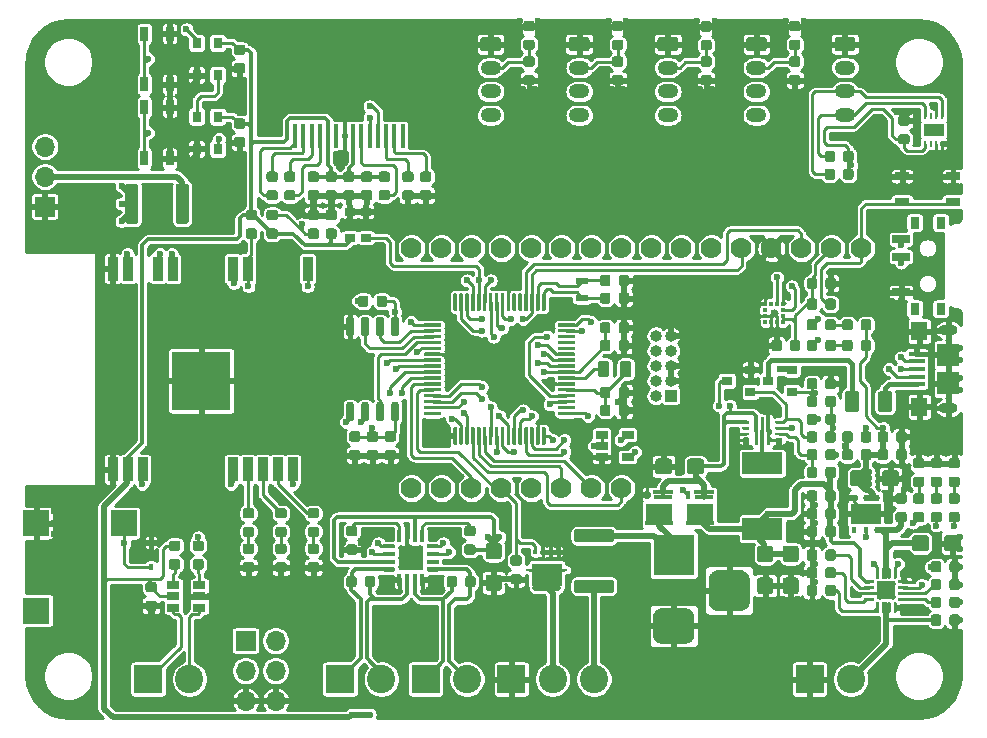
<source format=gbr>
G04 #@! TF.GenerationSoftware,KiCad,Pcbnew,5.1.5-1.fc31*
G04 #@! TF.CreationDate,2020-07-10T22:42:19+07:00*
G04 #@! TF.ProjectId,MP_SamBaseBoard_V1,4d505f53-616d-4426-9173-65426f617264,rev?*
G04 #@! TF.SameCoordinates,Original*
G04 #@! TF.FileFunction,Copper,L1,Top*
G04 #@! TF.FilePolarity,Positive*
%FSLAX45Y45*%
G04 Gerber Fmt 4.5, Leading zero omitted, Abs format (unit mm)*
G04 Created by KiCad (PCBNEW 5.1.5-1.fc31) date 2020-07-10 22:42:19*
%MOMM*%
%LPD*%
G04 APERTURE LIST*
%ADD10R,0.300000X0.750000*%
%ADD11R,0.300000X0.400000*%
%ADD12R,1.634000X0.400000*%
%ADD13R,2.300000X1.500000*%
%ADD14C,1.778000*%
%ADD15C,0.100000*%
%ADD16R,0.800000X0.950000*%
%ADD17O,1.700000X1.700000*%
%ADD18R,1.700000X1.700000*%
%ADD19O,1.750000X1.200000*%
%ADD20O,1.000000X1.000000*%
%ADD21R,1.000000X1.000000*%
%ADD22R,3.500000X3.500000*%
%ADD23R,0.900000X0.660000*%
%ADD24R,0.900000X0.800000*%
%ADD25R,0.900000X2.000000*%
%ADD26R,5.000000X5.000000*%
%ADD27R,1.060000X0.650000*%
%ADD28C,0.500000*%
%ADD29R,2.100000X2.100000*%
%ADD30R,1.100000X0.600000*%
%ADD31R,2.195000X2.195000*%
%ADD32R,1.350000X0.400000*%
%ADD33R,1.400000X1.600000*%
%ADD34O,1.600000X0.900000*%
%ADD35R,1.900000X1.900000*%
%ADD36C,2.400000*%
%ADD37R,2.400000X2.400000*%
%ADD38R,3.400000X1.850000*%
%ADD39R,1.250000X0.650000*%
%ADD40R,1.500000X0.700000*%
%ADD41R,0.800000X1.000000*%
%ADD42R,0.650000X1.250000*%
%ADD43R,1.600000X1.600000*%
%ADD44R,1.700000X1.000000*%
%ADD45R,0.250000X0.550000*%
%ADD46R,2.600000X1.700000*%
%ADD47R,0.450000X0.630000*%
%ADD48R,0.375000X0.350000*%
%ADD49R,0.350000X0.375000*%
%ADD50R,0.500000X0.200000*%
%ADD51R,2.500000X1.880000*%
%ADD52R,0.350000X2.000000*%
%ADD53R,0.450000X0.600000*%
%ADD54C,0.600000*%
%ADD55C,0.250000*%
%ADD56C,0.300000*%
%ADD57C,0.500000*%
%ADD58C,0.350000*%
%ADD59C,0.400000*%
G04 APERTURE END LIST*
D10*
X18150000Y-11312500D03*
D11*
X18216600Y-11295000D03*
X18283400Y-11295000D03*
X18350000Y-11295000D03*
X18350000Y-11555000D03*
X18283400Y-11555000D03*
X18216600Y-11555000D03*
X18150000Y-11555000D03*
D12*
X18283300Y-11330000D03*
D13*
X18250000Y-11465000D03*
D14*
X19615000Y-9227000D03*
X19361000Y-9227000D03*
X19107000Y-9227000D03*
X18853000Y-9227000D03*
X15805000Y-9227000D03*
X16059000Y-9227000D03*
X16313000Y-9227000D03*
X16567000Y-9227000D03*
X16821000Y-9227000D03*
X17075000Y-9227000D03*
X17329000Y-9227000D03*
X17583000Y-9227000D03*
X17837000Y-9227000D03*
X18091000Y-9227000D03*
X18345000Y-9227000D03*
X18599000Y-9227000D03*
X15805000Y-11259000D03*
X16059000Y-11259000D03*
X16313000Y-11259000D03*
X16567000Y-11259000D03*
X16821000Y-11259000D03*
X17075000Y-11259000D03*
X17329000Y-11259000D03*
X17583000Y-11259000D03*
G04 #@! TA.AperFunction,SMDPad,CuDef*
D15*
G36*
X20427769Y-11877605D02*
G01*
X20429893Y-11877920D01*
X20431975Y-11878442D01*
X20433996Y-11879165D01*
X20435937Y-11880083D01*
X20437778Y-11881187D01*
X20439502Y-11882465D01*
X20441093Y-11883907D01*
X20442535Y-11885498D01*
X20443813Y-11887222D01*
X20444917Y-11889063D01*
X20445835Y-11891004D01*
X20446558Y-11893025D01*
X20447080Y-11895107D01*
X20447395Y-11897231D01*
X20447500Y-11899375D01*
X20447500Y-11950625D01*
X20447395Y-11952769D01*
X20447080Y-11954893D01*
X20446558Y-11956975D01*
X20445835Y-11958996D01*
X20444917Y-11960937D01*
X20443813Y-11962778D01*
X20442535Y-11964502D01*
X20441093Y-11966093D01*
X20439502Y-11967535D01*
X20437778Y-11968813D01*
X20435937Y-11969917D01*
X20433996Y-11970835D01*
X20431975Y-11971558D01*
X20429893Y-11972080D01*
X20427769Y-11972395D01*
X20425625Y-11972500D01*
X20381875Y-11972500D01*
X20379731Y-11972395D01*
X20377607Y-11972080D01*
X20375525Y-11971558D01*
X20373504Y-11970835D01*
X20371563Y-11969917D01*
X20369722Y-11968813D01*
X20367998Y-11967535D01*
X20366407Y-11966093D01*
X20364965Y-11964502D01*
X20363687Y-11962778D01*
X20362583Y-11960937D01*
X20361665Y-11958996D01*
X20360942Y-11956975D01*
X20360420Y-11954893D01*
X20360105Y-11952769D01*
X20360000Y-11950625D01*
X20360000Y-11899375D01*
X20360105Y-11897231D01*
X20360420Y-11895107D01*
X20360942Y-11893025D01*
X20361665Y-11891004D01*
X20362583Y-11889063D01*
X20363687Y-11887222D01*
X20364965Y-11885498D01*
X20366407Y-11883907D01*
X20367998Y-11882465D01*
X20369722Y-11881187D01*
X20371563Y-11880083D01*
X20373504Y-11879165D01*
X20375525Y-11878442D01*
X20377607Y-11877920D01*
X20379731Y-11877605D01*
X20381875Y-11877500D01*
X20425625Y-11877500D01*
X20427769Y-11877605D01*
G37*
G04 #@! TD.AperFunction*
G04 #@! TA.AperFunction,SMDPad,CuDef*
G36*
X20270269Y-11877605D02*
G01*
X20272393Y-11877920D01*
X20274475Y-11878442D01*
X20276496Y-11879165D01*
X20278437Y-11880083D01*
X20280278Y-11881187D01*
X20282002Y-11882465D01*
X20283593Y-11883907D01*
X20285035Y-11885498D01*
X20286313Y-11887222D01*
X20287417Y-11889063D01*
X20288335Y-11891004D01*
X20289058Y-11893025D01*
X20289580Y-11895107D01*
X20289895Y-11897231D01*
X20290000Y-11899375D01*
X20290000Y-11950625D01*
X20289895Y-11952769D01*
X20289580Y-11954893D01*
X20289058Y-11956975D01*
X20288335Y-11958996D01*
X20287417Y-11960937D01*
X20286313Y-11962778D01*
X20285035Y-11964502D01*
X20283593Y-11966093D01*
X20282002Y-11967535D01*
X20280278Y-11968813D01*
X20278437Y-11969917D01*
X20276496Y-11970835D01*
X20274475Y-11971558D01*
X20272393Y-11972080D01*
X20270269Y-11972395D01*
X20268125Y-11972500D01*
X20224375Y-11972500D01*
X20222231Y-11972395D01*
X20220107Y-11972080D01*
X20218025Y-11971558D01*
X20216004Y-11970835D01*
X20214063Y-11969917D01*
X20212222Y-11968813D01*
X20210498Y-11967535D01*
X20208907Y-11966093D01*
X20207465Y-11964502D01*
X20206187Y-11962778D01*
X20205083Y-11960937D01*
X20204165Y-11958996D01*
X20203442Y-11956975D01*
X20202920Y-11954893D01*
X20202605Y-11952769D01*
X20202500Y-11950625D01*
X20202500Y-11899375D01*
X20202605Y-11897231D01*
X20202920Y-11895107D01*
X20203442Y-11893025D01*
X20204165Y-11891004D01*
X20205083Y-11889063D01*
X20206187Y-11887222D01*
X20207465Y-11885498D01*
X20208907Y-11883907D01*
X20210498Y-11882465D01*
X20212222Y-11881187D01*
X20214063Y-11880083D01*
X20216004Y-11879165D01*
X20218025Y-11878442D01*
X20220107Y-11877920D01*
X20222231Y-11877605D01*
X20224375Y-11877500D01*
X20268125Y-11877500D01*
X20270269Y-11877605D01*
G37*
G04 #@! TD.AperFunction*
G04 #@! TA.AperFunction,SMDPad,CuDef*
G36*
X18939363Y-10837530D02*
G01*
X18939969Y-10837620D01*
X18940564Y-10837769D01*
X18941142Y-10837976D01*
X18941696Y-10838238D01*
X18942222Y-10838553D01*
X18942715Y-10838919D01*
X18943169Y-10839331D01*
X18943581Y-10839785D01*
X18943947Y-10840278D01*
X18944262Y-10840804D01*
X18944524Y-10841358D01*
X18944731Y-10841936D01*
X18944880Y-10842531D01*
X18944970Y-10843137D01*
X18945000Y-10843750D01*
X18945000Y-10856250D01*
X18944970Y-10856863D01*
X18944880Y-10857469D01*
X18944731Y-10858064D01*
X18944524Y-10858642D01*
X18944262Y-10859196D01*
X18943947Y-10859722D01*
X18943581Y-10860215D01*
X18943169Y-10860669D01*
X18942715Y-10861081D01*
X18942222Y-10861447D01*
X18941696Y-10861762D01*
X18941142Y-10862024D01*
X18940564Y-10862231D01*
X18939969Y-10862380D01*
X18939363Y-10862470D01*
X18938750Y-10862500D01*
X18891250Y-10862500D01*
X18890637Y-10862470D01*
X18890031Y-10862380D01*
X18889436Y-10862231D01*
X18888858Y-10862024D01*
X18888304Y-10861762D01*
X18887778Y-10861447D01*
X18887285Y-10861081D01*
X18886831Y-10860669D01*
X18886419Y-10860215D01*
X18886053Y-10859722D01*
X18885738Y-10859196D01*
X18885476Y-10858642D01*
X18885269Y-10858064D01*
X18885120Y-10857469D01*
X18885030Y-10856863D01*
X18885000Y-10856250D01*
X18885000Y-10843750D01*
X18885030Y-10843137D01*
X18885120Y-10842531D01*
X18885269Y-10841936D01*
X18885476Y-10841358D01*
X18885738Y-10840804D01*
X18886053Y-10840278D01*
X18886419Y-10839785D01*
X18886831Y-10839331D01*
X18887285Y-10838919D01*
X18887778Y-10838553D01*
X18888304Y-10838238D01*
X18888858Y-10837976D01*
X18889436Y-10837769D01*
X18890031Y-10837620D01*
X18890637Y-10837530D01*
X18891250Y-10837500D01*
X18938750Y-10837500D01*
X18939363Y-10837530D01*
G37*
G04 #@! TD.AperFunction*
G04 #@! TA.AperFunction,SMDPad,CuDef*
G36*
X18939363Y-10787530D02*
G01*
X18939969Y-10787620D01*
X18940564Y-10787769D01*
X18941142Y-10787976D01*
X18941696Y-10788238D01*
X18942222Y-10788553D01*
X18942715Y-10788919D01*
X18943169Y-10789331D01*
X18943581Y-10789785D01*
X18943947Y-10790278D01*
X18944262Y-10790804D01*
X18944524Y-10791358D01*
X18944731Y-10791936D01*
X18944880Y-10792531D01*
X18944970Y-10793137D01*
X18945000Y-10793750D01*
X18945000Y-10806250D01*
X18944970Y-10806863D01*
X18944880Y-10807469D01*
X18944731Y-10808064D01*
X18944524Y-10808642D01*
X18944262Y-10809196D01*
X18943947Y-10809722D01*
X18943581Y-10810215D01*
X18943169Y-10810669D01*
X18942715Y-10811081D01*
X18942222Y-10811447D01*
X18941696Y-10811762D01*
X18941142Y-10812024D01*
X18940564Y-10812231D01*
X18939969Y-10812380D01*
X18939363Y-10812470D01*
X18938750Y-10812500D01*
X18891250Y-10812500D01*
X18890637Y-10812470D01*
X18890031Y-10812380D01*
X18889436Y-10812231D01*
X18888858Y-10812024D01*
X18888304Y-10811762D01*
X18887778Y-10811447D01*
X18887285Y-10811081D01*
X18886831Y-10810669D01*
X18886419Y-10810215D01*
X18886053Y-10809722D01*
X18885738Y-10809196D01*
X18885476Y-10808642D01*
X18885269Y-10808064D01*
X18885120Y-10807469D01*
X18885030Y-10806863D01*
X18885000Y-10806250D01*
X18885000Y-10793750D01*
X18885030Y-10793137D01*
X18885120Y-10792531D01*
X18885269Y-10791936D01*
X18885476Y-10791358D01*
X18885738Y-10790804D01*
X18886053Y-10790278D01*
X18886419Y-10789785D01*
X18886831Y-10789331D01*
X18887285Y-10788919D01*
X18887778Y-10788553D01*
X18888304Y-10788238D01*
X18888858Y-10787976D01*
X18889436Y-10787769D01*
X18890031Y-10787620D01*
X18890637Y-10787530D01*
X18891250Y-10787500D01*
X18938750Y-10787500D01*
X18939363Y-10787530D01*
G37*
G04 #@! TD.AperFunction*
G04 #@! TA.AperFunction,SMDPad,CuDef*
G36*
X18939363Y-10737530D02*
G01*
X18939969Y-10737620D01*
X18940564Y-10737769D01*
X18941142Y-10737976D01*
X18941696Y-10738238D01*
X18942222Y-10738553D01*
X18942715Y-10738919D01*
X18943169Y-10739331D01*
X18943581Y-10739785D01*
X18943947Y-10740278D01*
X18944262Y-10740804D01*
X18944524Y-10741358D01*
X18944731Y-10741936D01*
X18944880Y-10742531D01*
X18944970Y-10743137D01*
X18945000Y-10743750D01*
X18945000Y-10756250D01*
X18944970Y-10756863D01*
X18944880Y-10757469D01*
X18944731Y-10758064D01*
X18944524Y-10758642D01*
X18944262Y-10759196D01*
X18943947Y-10759722D01*
X18943581Y-10760215D01*
X18943169Y-10760669D01*
X18942715Y-10761081D01*
X18942222Y-10761447D01*
X18941696Y-10761762D01*
X18941142Y-10762024D01*
X18940564Y-10762231D01*
X18939969Y-10762380D01*
X18939363Y-10762470D01*
X18938750Y-10762500D01*
X18891250Y-10762500D01*
X18890637Y-10762470D01*
X18890031Y-10762380D01*
X18889436Y-10762231D01*
X18888858Y-10762024D01*
X18888304Y-10761762D01*
X18887778Y-10761447D01*
X18887285Y-10761081D01*
X18886831Y-10760669D01*
X18886419Y-10760215D01*
X18886053Y-10759722D01*
X18885738Y-10759196D01*
X18885476Y-10758642D01*
X18885269Y-10758064D01*
X18885120Y-10757469D01*
X18885030Y-10756863D01*
X18885000Y-10756250D01*
X18885000Y-10743750D01*
X18885030Y-10743137D01*
X18885120Y-10742531D01*
X18885269Y-10741936D01*
X18885476Y-10741358D01*
X18885738Y-10740804D01*
X18886053Y-10740278D01*
X18886419Y-10739785D01*
X18886831Y-10739331D01*
X18887285Y-10738919D01*
X18887778Y-10738553D01*
X18888304Y-10738238D01*
X18888858Y-10737976D01*
X18889436Y-10737769D01*
X18890031Y-10737620D01*
X18890637Y-10737530D01*
X18891250Y-10737500D01*
X18938750Y-10737500D01*
X18939363Y-10737530D01*
G37*
G04 #@! TD.AperFunction*
G04 #@! TA.AperFunction,SMDPad,CuDef*
G36*
X18659363Y-10837530D02*
G01*
X18659969Y-10837620D01*
X18660564Y-10837769D01*
X18661142Y-10837976D01*
X18661696Y-10838238D01*
X18662222Y-10838553D01*
X18662715Y-10838919D01*
X18663169Y-10839331D01*
X18663581Y-10839785D01*
X18663947Y-10840278D01*
X18664262Y-10840804D01*
X18664524Y-10841358D01*
X18664731Y-10841936D01*
X18664880Y-10842531D01*
X18664970Y-10843137D01*
X18665000Y-10843750D01*
X18665000Y-10856250D01*
X18664970Y-10856863D01*
X18664880Y-10857469D01*
X18664731Y-10858064D01*
X18664524Y-10858642D01*
X18664262Y-10859196D01*
X18663947Y-10859722D01*
X18663581Y-10860215D01*
X18663169Y-10860669D01*
X18662715Y-10861081D01*
X18662222Y-10861447D01*
X18661696Y-10861762D01*
X18661142Y-10862024D01*
X18660564Y-10862231D01*
X18659969Y-10862380D01*
X18659363Y-10862470D01*
X18658750Y-10862500D01*
X18611250Y-10862500D01*
X18610637Y-10862470D01*
X18610031Y-10862380D01*
X18609436Y-10862231D01*
X18608858Y-10862024D01*
X18608304Y-10861762D01*
X18607778Y-10861447D01*
X18607285Y-10861081D01*
X18606831Y-10860669D01*
X18606419Y-10860215D01*
X18606053Y-10859722D01*
X18605738Y-10859196D01*
X18605476Y-10858642D01*
X18605269Y-10858064D01*
X18605120Y-10857469D01*
X18605030Y-10856863D01*
X18605000Y-10856250D01*
X18605000Y-10843750D01*
X18605030Y-10843137D01*
X18605120Y-10842531D01*
X18605269Y-10841936D01*
X18605476Y-10841358D01*
X18605738Y-10840804D01*
X18606053Y-10840278D01*
X18606419Y-10839785D01*
X18606831Y-10839331D01*
X18607285Y-10838919D01*
X18607778Y-10838553D01*
X18608304Y-10838238D01*
X18608858Y-10837976D01*
X18609436Y-10837769D01*
X18610031Y-10837620D01*
X18610637Y-10837530D01*
X18611250Y-10837500D01*
X18658750Y-10837500D01*
X18659363Y-10837530D01*
G37*
G04 #@! TD.AperFunction*
G04 #@! TA.AperFunction,SMDPad,CuDef*
G36*
X18659363Y-10787530D02*
G01*
X18659969Y-10787620D01*
X18660564Y-10787769D01*
X18661142Y-10787976D01*
X18661696Y-10788238D01*
X18662222Y-10788553D01*
X18662715Y-10788919D01*
X18663169Y-10789331D01*
X18663581Y-10789785D01*
X18663947Y-10790278D01*
X18664262Y-10790804D01*
X18664524Y-10791358D01*
X18664731Y-10791936D01*
X18664880Y-10792531D01*
X18664970Y-10793137D01*
X18665000Y-10793750D01*
X18665000Y-10806250D01*
X18664970Y-10806863D01*
X18664880Y-10807469D01*
X18664731Y-10808064D01*
X18664524Y-10808642D01*
X18664262Y-10809196D01*
X18663947Y-10809722D01*
X18663581Y-10810215D01*
X18663169Y-10810669D01*
X18662715Y-10811081D01*
X18662222Y-10811447D01*
X18661696Y-10811762D01*
X18661142Y-10812024D01*
X18660564Y-10812231D01*
X18659969Y-10812380D01*
X18659363Y-10812470D01*
X18658750Y-10812500D01*
X18611250Y-10812500D01*
X18610637Y-10812470D01*
X18610031Y-10812380D01*
X18609436Y-10812231D01*
X18608858Y-10812024D01*
X18608304Y-10811762D01*
X18607778Y-10811447D01*
X18607285Y-10811081D01*
X18606831Y-10810669D01*
X18606419Y-10810215D01*
X18606053Y-10809722D01*
X18605738Y-10809196D01*
X18605476Y-10808642D01*
X18605269Y-10808064D01*
X18605120Y-10807469D01*
X18605030Y-10806863D01*
X18605000Y-10806250D01*
X18605000Y-10793750D01*
X18605030Y-10793137D01*
X18605120Y-10792531D01*
X18605269Y-10791936D01*
X18605476Y-10791358D01*
X18605738Y-10790804D01*
X18606053Y-10790278D01*
X18606419Y-10789785D01*
X18606831Y-10789331D01*
X18607285Y-10788919D01*
X18607778Y-10788553D01*
X18608304Y-10788238D01*
X18608858Y-10787976D01*
X18609436Y-10787769D01*
X18610031Y-10787620D01*
X18610637Y-10787530D01*
X18611250Y-10787500D01*
X18658750Y-10787500D01*
X18659363Y-10787530D01*
G37*
G04 #@! TD.AperFunction*
G04 #@! TA.AperFunction,SMDPad,CuDef*
G36*
X18659363Y-10737530D02*
G01*
X18659969Y-10737620D01*
X18660564Y-10737769D01*
X18661142Y-10737976D01*
X18661696Y-10738238D01*
X18662222Y-10738553D01*
X18662715Y-10738919D01*
X18663169Y-10739331D01*
X18663581Y-10739785D01*
X18663947Y-10740278D01*
X18664262Y-10740804D01*
X18664524Y-10741358D01*
X18664731Y-10741936D01*
X18664880Y-10742531D01*
X18664970Y-10743137D01*
X18665000Y-10743750D01*
X18665000Y-10756250D01*
X18664970Y-10756863D01*
X18664880Y-10757469D01*
X18664731Y-10758064D01*
X18664524Y-10758642D01*
X18664262Y-10759196D01*
X18663947Y-10759722D01*
X18663581Y-10760215D01*
X18663169Y-10760669D01*
X18662715Y-10761081D01*
X18662222Y-10761447D01*
X18661696Y-10761762D01*
X18661142Y-10762024D01*
X18660564Y-10762231D01*
X18659969Y-10762380D01*
X18659363Y-10762470D01*
X18658750Y-10762500D01*
X18611250Y-10762500D01*
X18610637Y-10762470D01*
X18610031Y-10762380D01*
X18609436Y-10762231D01*
X18608858Y-10762024D01*
X18608304Y-10761762D01*
X18607778Y-10761447D01*
X18607285Y-10761081D01*
X18606831Y-10760669D01*
X18606419Y-10760215D01*
X18606053Y-10759722D01*
X18605738Y-10759196D01*
X18605476Y-10758642D01*
X18605269Y-10758064D01*
X18605120Y-10757469D01*
X18605030Y-10756863D01*
X18605000Y-10756250D01*
X18605000Y-10743750D01*
X18605030Y-10743137D01*
X18605120Y-10742531D01*
X18605269Y-10741936D01*
X18605476Y-10741358D01*
X18605738Y-10740804D01*
X18606053Y-10740278D01*
X18606419Y-10739785D01*
X18606831Y-10739331D01*
X18607285Y-10738919D01*
X18607778Y-10738553D01*
X18608304Y-10738238D01*
X18608858Y-10737976D01*
X18609436Y-10737769D01*
X18610031Y-10737620D01*
X18610637Y-10737530D01*
X18611250Y-10737500D01*
X18658750Y-10737500D01*
X18659363Y-10737530D01*
G37*
G04 #@! TD.AperFunction*
G04 #@! TA.AperFunction,SMDPad,CuDef*
G36*
X18659363Y-10687530D02*
G01*
X18659969Y-10687620D01*
X18660564Y-10687769D01*
X18661142Y-10687976D01*
X18661696Y-10688238D01*
X18662222Y-10688553D01*
X18662715Y-10688919D01*
X18663169Y-10689331D01*
X18663581Y-10689785D01*
X18663947Y-10690278D01*
X18664262Y-10690804D01*
X18664524Y-10691358D01*
X18664731Y-10691936D01*
X18664880Y-10692531D01*
X18664970Y-10693137D01*
X18665000Y-10693750D01*
X18665000Y-10706250D01*
X18664970Y-10706863D01*
X18664880Y-10707469D01*
X18664731Y-10708064D01*
X18664524Y-10708642D01*
X18664262Y-10709196D01*
X18663947Y-10709722D01*
X18663581Y-10710215D01*
X18663169Y-10710669D01*
X18662715Y-10711081D01*
X18662222Y-10711447D01*
X18661696Y-10711762D01*
X18661142Y-10712024D01*
X18660564Y-10712231D01*
X18659969Y-10712380D01*
X18659363Y-10712470D01*
X18658750Y-10712500D01*
X18611250Y-10712500D01*
X18610637Y-10712470D01*
X18610031Y-10712380D01*
X18609436Y-10712231D01*
X18608858Y-10712024D01*
X18608304Y-10711762D01*
X18607778Y-10711447D01*
X18607285Y-10711081D01*
X18606831Y-10710669D01*
X18606419Y-10710215D01*
X18606053Y-10709722D01*
X18605738Y-10709196D01*
X18605476Y-10708642D01*
X18605269Y-10708064D01*
X18605120Y-10707469D01*
X18605030Y-10706863D01*
X18605000Y-10706250D01*
X18605000Y-10693750D01*
X18605030Y-10693137D01*
X18605120Y-10692531D01*
X18605269Y-10691936D01*
X18605476Y-10691358D01*
X18605738Y-10690804D01*
X18606053Y-10690278D01*
X18606419Y-10689785D01*
X18606831Y-10689331D01*
X18607285Y-10688919D01*
X18607778Y-10688553D01*
X18608304Y-10688238D01*
X18608858Y-10687976D01*
X18609436Y-10687769D01*
X18610031Y-10687620D01*
X18610637Y-10687530D01*
X18611250Y-10687500D01*
X18658750Y-10687500D01*
X18659363Y-10687530D01*
G37*
G04 #@! TD.AperFunction*
G04 #@! TA.AperFunction,SMDPad,CuDef*
G36*
X18939363Y-10687530D02*
G01*
X18939969Y-10687620D01*
X18940564Y-10687769D01*
X18941142Y-10687976D01*
X18941696Y-10688238D01*
X18942222Y-10688553D01*
X18942715Y-10688919D01*
X18943169Y-10689331D01*
X18943581Y-10689785D01*
X18943947Y-10690278D01*
X18944262Y-10690804D01*
X18944524Y-10691358D01*
X18944731Y-10691936D01*
X18944880Y-10692531D01*
X18944970Y-10693137D01*
X18945000Y-10693750D01*
X18945000Y-10706250D01*
X18944970Y-10706863D01*
X18944880Y-10707469D01*
X18944731Y-10708064D01*
X18944524Y-10708642D01*
X18944262Y-10709196D01*
X18943947Y-10709722D01*
X18943581Y-10710215D01*
X18943169Y-10710669D01*
X18942715Y-10711081D01*
X18942222Y-10711447D01*
X18941696Y-10711762D01*
X18941142Y-10712024D01*
X18940564Y-10712231D01*
X18939969Y-10712380D01*
X18939363Y-10712470D01*
X18938750Y-10712500D01*
X18891250Y-10712500D01*
X18890637Y-10712470D01*
X18890031Y-10712380D01*
X18889436Y-10712231D01*
X18888858Y-10712024D01*
X18888304Y-10711762D01*
X18887778Y-10711447D01*
X18887285Y-10711081D01*
X18886831Y-10710669D01*
X18886419Y-10710215D01*
X18886053Y-10709722D01*
X18885738Y-10709196D01*
X18885476Y-10708642D01*
X18885269Y-10708064D01*
X18885120Y-10707469D01*
X18885030Y-10706863D01*
X18885000Y-10706250D01*
X18885000Y-10693750D01*
X18885030Y-10693137D01*
X18885120Y-10692531D01*
X18885269Y-10691936D01*
X18885476Y-10691358D01*
X18885738Y-10690804D01*
X18886053Y-10690278D01*
X18886419Y-10689785D01*
X18886831Y-10689331D01*
X18887285Y-10688919D01*
X18887778Y-10688553D01*
X18888304Y-10688238D01*
X18888858Y-10687976D01*
X18889436Y-10687769D01*
X18890031Y-10687620D01*
X18890637Y-10687530D01*
X18891250Y-10687500D01*
X18938750Y-10687500D01*
X18939363Y-10687530D01*
G37*
G04 #@! TD.AperFunction*
G04 #@! TA.AperFunction,SMDPad,CuDef*
G36*
X18731863Y-10655030D02*
G01*
X18732469Y-10655120D01*
X18733064Y-10655269D01*
X18733642Y-10655476D01*
X18734196Y-10655738D01*
X18734722Y-10656053D01*
X18735215Y-10656419D01*
X18735669Y-10656831D01*
X18736081Y-10657285D01*
X18736447Y-10657778D01*
X18736762Y-10658304D01*
X18737024Y-10658858D01*
X18737231Y-10659436D01*
X18737380Y-10660031D01*
X18737470Y-10660637D01*
X18737500Y-10661250D01*
X18737500Y-10888750D01*
X18737470Y-10889363D01*
X18737380Y-10889969D01*
X18737231Y-10890564D01*
X18737024Y-10891142D01*
X18736762Y-10891696D01*
X18736447Y-10892222D01*
X18736081Y-10892715D01*
X18735669Y-10893169D01*
X18735215Y-10893581D01*
X18734722Y-10893947D01*
X18734196Y-10894262D01*
X18733642Y-10894524D01*
X18733064Y-10894731D01*
X18732469Y-10894880D01*
X18731863Y-10894970D01*
X18731250Y-10895000D01*
X18718750Y-10895000D01*
X18718137Y-10894970D01*
X18717531Y-10894880D01*
X18716936Y-10894731D01*
X18716358Y-10894524D01*
X18715804Y-10894262D01*
X18715278Y-10893947D01*
X18714785Y-10893581D01*
X18714331Y-10893169D01*
X18713919Y-10892715D01*
X18713553Y-10892222D01*
X18713238Y-10891696D01*
X18712976Y-10891142D01*
X18712769Y-10890564D01*
X18712620Y-10889969D01*
X18712530Y-10889363D01*
X18712500Y-10888750D01*
X18712500Y-10661250D01*
X18712530Y-10660637D01*
X18712620Y-10660031D01*
X18712769Y-10659436D01*
X18712976Y-10658858D01*
X18713238Y-10658304D01*
X18713553Y-10657778D01*
X18713919Y-10657285D01*
X18714331Y-10656831D01*
X18714785Y-10656419D01*
X18715278Y-10656053D01*
X18715804Y-10655738D01*
X18716358Y-10655476D01*
X18716936Y-10655269D01*
X18717531Y-10655120D01*
X18718137Y-10655030D01*
X18718750Y-10655000D01*
X18731250Y-10655000D01*
X18731863Y-10655030D01*
G37*
G04 #@! TD.AperFunction*
G04 #@! TA.AperFunction,SMDPad,CuDef*
G36*
X18831863Y-10655030D02*
G01*
X18832469Y-10655120D01*
X18833064Y-10655269D01*
X18833642Y-10655476D01*
X18834196Y-10655738D01*
X18834722Y-10656053D01*
X18835215Y-10656419D01*
X18835669Y-10656831D01*
X18836081Y-10657285D01*
X18836447Y-10657778D01*
X18836762Y-10658304D01*
X18837024Y-10658858D01*
X18837231Y-10659436D01*
X18837380Y-10660031D01*
X18837470Y-10660637D01*
X18837500Y-10661250D01*
X18837500Y-10888750D01*
X18837470Y-10889363D01*
X18837380Y-10889969D01*
X18837231Y-10890564D01*
X18837024Y-10891142D01*
X18836762Y-10891696D01*
X18836447Y-10892222D01*
X18836081Y-10892715D01*
X18835669Y-10893169D01*
X18835215Y-10893581D01*
X18834722Y-10893947D01*
X18834196Y-10894262D01*
X18833642Y-10894524D01*
X18833064Y-10894731D01*
X18832469Y-10894880D01*
X18831863Y-10894970D01*
X18831250Y-10895000D01*
X18818750Y-10895000D01*
X18818137Y-10894970D01*
X18817531Y-10894880D01*
X18816936Y-10894731D01*
X18816358Y-10894524D01*
X18815804Y-10894262D01*
X18815278Y-10893947D01*
X18814785Y-10893581D01*
X18814331Y-10893169D01*
X18813919Y-10892715D01*
X18813553Y-10892222D01*
X18813238Y-10891696D01*
X18812976Y-10891142D01*
X18812769Y-10890564D01*
X18812620Y-10889969D01*
X18812530Y-10889363D01*
X18812500Y-10888750D01*
X18812500Y-10661250D01*
X18812530Y-10660637D01*
X18812620Y-10660031D01*
X18812769Y-10659436D01*
X18812976Y-10658858D01*
X18813238Y-10658304D01*
X18813553Y-10657778D01*
X18813919Y-10657285D01*
X18814331Y-10656831D01*
X18814785Y-10656419D01*
X18815278Y-10656053D01*
X18815804Y-10655738D01*
X18816358Y-10655476D01*
X18816936Y-10655269D01*
X18817531Y-10655120D01*
X18818137Y-10655030D01*
X18818750Y-10655000D01*
X18831250Y-10655000D01*
X18831863Y-10655030D01*
G37*
G04 #@! TD.AperFunction*
G04 #@! TA.AperFunction,SMDPad,CuDef*
G36*
X18781863Y-10655030D02*
G01*
X18782469Y-10655120D01*
X18783064Y-10655269D01*
X18783642Y-10655476D01*
X18784196Y-10655738D01*
X18784722Y-10656053D01*
X18785215Y-10656419D01*
X18785669Y-10656831D01*
X18786081Y-10657285D01*
X18786447Y-10657778D01*
X18786762Y-10658304D01*
X18787024Y-10658858D01*
X18787231Y-10659436D01*
X18787380Y-10660031D01*
X18787470Y-10660637D01*
X18787500Y-10661250D01*
X18787500Y-10888750D01*
X18787470Y-10889363D01*
X18787380Y-10889969D01*
X18787231Y-10890564D01*
X18787024Y-10891142D01*
X18786762Y-10891696D01*
X18786447Y-10892222D01*
X18786081Y-10892715D01*
X18785669Y-10893169D01*
X18785215Y-10893581D01*
X18784722Y-10893947D01*
X18784196Y-10894262D01*
X18783642Y-10894524D01*
X18783064Y-10894731D01*
X18782469Y-10894880D01*
X18781863Y-10894970D01*
X18781250Y-10895000D01*
X18768750Y-10895000D01*
X18768137Y-10894970D01*
X18767531Y-10894880D01*
X18766936Y-10894731D01*
X18766358Y-10894524D01*
X18765804Y-10894262D01*
X18765278Y-10893947D01*
X18764785Y-10893581D01*
X18764331Y-10893169D01*
X18763919Y-10892715D01*
X18763553Y-10892222D01*
X18763238Y-10891696D01*
X18762976Y-10891142D01*
X18762769Y-10890564D01*
X18762620Y-10889969D01*
X18762530Y-10889363D01*
X18762500Y-10888750D01*
X18762500Y-10661250D01*
X18762530Y-10660637D01*
X18762620Y-10660031D01*
X18762769Y-10659436D01*
X18762976Y-10658858D01*
X18763238Y-10658304D01*
X18763553Y-10657778D01*
X18763919Y-10657285D01*
X18764331Y-10656831D01*
X18764785Y-10656419D01*
X18765278Y-10656053D01*
X18765804Y-10655738D01*
X18766358Y-10655476D01*
X18766936Y-10655269D01*
X18767531Y-10655120D01*
X18768137Y-10655030D01*
X18768750Y-10655000D01*
X18781250Y-10655000D01*
X18781863Y-10655030D01*
G37*
G04 #@! TD.AperFunction*
G04 #@! TA.AperFunction,SMDPad,CuDef*
G36*
X19820269Y-10927605D02*
G01*
X19822393Y-10927920D01*
X19824475Y-10928442D01*
X19826496Y-10929165D01*
X19828437Y-10930083D01*
X19830278Y-10931187D01*
X19832002Y-10932465D01*
X19833593Y-10933907D01*
X19835035Y-10935498D01*
X19836313Y-10937222D01*
X19837417Y-10939063D01*
X19838335Y-10941004D01*
X19839058Y-10943025D01*
X19839580Y-10945107D01*
X19839895Y-10947231D01*
X19840000Y-10949375D01*
X19840000Y-11000625D01*
X19839895Y-11002769D01*
X19839580Y-11004893D01*
X19839058Y-11006975D01*
X19838335Y-11008996D01*
X19837417Y-11010937D01*
X19836313Y-11012778D01*
X19835035Y-11014502D01*
X19833593Y-11016093D01*
X19832002Y-11017535D01*
X19830278Y-11018813D01*
X19828437Y-11019917D01*
X19826496Y-11020835D01*
X19824475Y-11021558D01*
X19822393Y-11022080D01*
X19820269Y-11022395D01*
X19818125Y-11022500D01*
X19774375Y-11022500D01*
X19772231Y-11022395D01*
X19770107Y-11022080D01*
X19768025Y-11021558D01*
X19766004Y-11020835D01*
X19764063Y-11019917D01*
X19762222Y-11018813D01*
X19760498Y-11017535D01*
X19758907Y-11016093D01*
X19757465Y-11014502D01*
X19756187Y-11012778D01*
X19755083Y-11010937D01*
X19754165Y-11008996D01*
X19753442Y-11006975D01*
X19752920Y-11004893D01*
X19752605Y-11002769D01*
X19752500Y-11000625D01*
X19752500Y-10949375D01*
X19752605Y-10947231D01*
X19752920Y-10945107D01*
X19753442Y-10943025D01*
X19754165Y-10941004D01*
X19755083Y-10939063D01*
X19756187Y-10937222D01*
X19757465Y-10935498D01*
X19758907Y-10933907D01*
X19760498Y-10932465D01*
X19762222Y-10931187D01*
X19764063Y-10930083D01*
X19766004Y-10929165D01*
X19768025Y-10928442D01*
X19770107Y-10927920D01*
X19772231Y-10927605D01*
X19774375Y-10927500D01*
X19818125Y-10927500D01*
X19820269Y-10927605D01*
G37*
G04 #@! TD.AperFunction*
G04 #@! TA.AperFunction,SMDPad,CuDef*
G36*
X19977769Y-10927605D02*
G01*
X19979893Y-10927920D01*
X19981975Y-10928442D01*
X19983996Y-10929165D01*
X19985937Y-10930083D01*
X19987778Y-10931187D01*
X19989502Y-10932465D01*
X19991093Y-10933907D01*
X19992535Y-10935498D01*
X19993813Y-10937222D01*
X19994917Y-10939063D01*
X19995835Y-10941004D01*
X19996558Y-10943025D01*
X19997080Y-10945107D01*
X19997395Y-10947231D01*
X19997500Y-10949375D01*
X19997500Y-11000625D01*
X19997395Y-11002769D01*
X19997080Y-11004893D01*
X19996558Y-11006975D01*
X19995835Y-11008996D01*
X19994917Y-11010937D01*
X19993813Y-11012778D01*
X19992535Y-11014502D01*
X19991093Y-11016093D01*
X19989502Y-11017535D01*
X19987778Y-11018813D01*
X19985937Y-11019917D01*
X19983996Y-11020835D01*
X19981975Y-11021558D01*
X19979893Y-11022080D01*
X19977769Y-11022395D01*
X19975625Y-11022500D01*
X19931875Y-11022500D01*
X19929731Y-11022395D01*
X19927607Y-11022080D01*
X19925525Y-11021558D01*
X19923504Y-11020835D01*
X19921563Y-11019917D01*
X19919722Y-11018813D01*
X19917998Y-11017535D01*
X19916407Y-11016093D01*
X19914965Y-11014502D01*
X19913687Y-11012778D01*
X19912583Y-11010937D01*
X19911665Y-11008996D01*
X19910942Y-11006975D01*
X19910420Y-11004893D01*
X19910105Y-11002769D01*
X19910000Y-11000625D01*
X19910000Y-10949375D01*
X19910105Y-10947231D01*
X19910420Y-10945107D01*
X19910942Y-10943025D01*
X19911665Y-10941004D01*
X19912583Y-10939063D01*
X19913687Y-10937222D01*
X19914965Y-10935498D01*
X19916407Y-10933907D01*
X19917998Y-10932465D01*
X19919722Y-10931187D01*
X19921563Y-10930083D01*
X19923504Y-10929165D01*
X19925525Y-10928442D01*
X19927607Y-10927920D01*
X19929731Y-10927605D01*
X19931875Y-10927500D01*
X19975625Y-10927500D01*
X19977769Y-10927605D01*
G37*
G04 #@! TD.AperFunction*
G04 #@! TA.AperFunction,SMDPad,CuDef*
G36*
X19820269Y-10777605D02*
G01*
X19822393Y-10777920D01*
X19824475Y-10778442D01*
X19826496Y-10779165D01*
X19828437Y-10780083D01*
X19830278Y-10781187D01*
X19832002Y-10782465D01*
X19833593Y-10783907D01*
X19835035Y-10785498D01*
X19836313Y-10787222D01*
X19837417Y-10789063D01*
X19838335Y-10791004D01*
X19839058Y-10793025D01*
X19839580Y-10795107D01*
X19839895Y-10797231D01*
X19840000Y-10799375D01*
X19840000Y-10850625D01*
X19839895Y-10852769D01*
X19839580Y-10854893D01*
X19839058Y-10856975D01*
X19838335Y-10858996D01*
X19837417Y-10860937D01*
X19836313Y-10862778D01*
X19835035Y-10864502D01*
X19833593Y-10866093D01*
X19832002Y-10867535D01*
X19830278Y-10868813D01*
X19828437Y-10869917D01*
X19826496Y-10870835D01*
X19824475Y-10871558D01*
X19822393Y-10872080D01*
X19820269Y-10872395D01*
X19818125Y-10872500D01*
X19774375Y-10872500D01*
X19772231Y-10872395D01*
X19770107Y-10872080D01*
X19768025Y-10871558D01*
X19766004Y-10870835D01*
X19764063Y-10869917D01*
X19762222Y-10868813D01*
X19760498Y-10867535D01*
X19758907Y-10866093D01*
X19757465Y-10864502D01*
X19756187Y-10862778D01*
X19755083Y-10860937D01*
X19754165Y-10858996D01*
X19753442Y-10856975D01*
X19752920Y-10854893D01*
X19752605Y-10852769D01*
X19752500Y-10850625D01*
X19752500Y-10799375D01*
X19752605Y-10797231D01*
X19752920Y-10795107D01*
X19753442Y-10793025D01*
X19754165Y-10791004D01*
X19755083Y-10789063D01*
X19756187Y-10787222D01*
X19757465Y-10785498D01*
X19758907Y-10783907D01*
X19760498Y-10782465D01*
X19762222Y-10781187D01*
X19764063Y-10780083D01*
X19766004Y-10779165D01*
X19768025Y-10778442D01*
X19770107Y-10777920D01*
X19772231Y-10777605D01*
X19774375Y-10777500D01*
X19818125Y-10777500D01*
X19820269Y-10777605D01*
G37*
G04 #@! TD.AperFunction*
G04 #@! TA.AperFunction,SMDPad,CuDef*
G36*
X19977769Y-10777605D02*
G01*
X19979893Y-10777920D01*
X19981975Y-10778442D01*
X19983996Y-10779165D01*
X19985937Y-10780083D01*
X19987778Y-10781187D01*
X19989502Y-10782465D01*
X19991093Y-10783907D01*
X19992535Y-10785498D01*
X19993813Y-10787222D01*
X19994917Y-10789063D01*
X19995835Y-10791004D01*
X19996558Y-10793025D01*
X19997080Y-10795107D01*
X19997395Y-10797231D01*
X19997500Y-10799375D01*
X19997500Y-10850625D01*
X19997395Y-10852769D01*
X19997080Y-10854893D01*
X19996558Y-10856975D01*
X19995835Y-10858996D01*
X19994917Y-10860937D01*
X19993813Y-10862778D01*
X19992535Y-10864502D01*
X19991093Y-10866093D01*
X19989502Y-10867535D01*
X19987778Y-10868813D01*
X19985937Y-10869917D01*
X19983996Y-10870835D01*
X19981975Y-10871558D01*
X19979893Y-10872080D01*
X19977769Y-10872395D01*
X19975625Y-10872500D01*
X19931875Y-10872500D01*
X19929731Y-10872395D01*
X19927607Y-10872080D01*
X19925525Y-10871558D01*
X19923504Y-10870835D01*
X19921563Y-10869917D01*
X19919722Y-10868813D01*
X19917998Y-10867535D01*
X19916407Y-10866093D01*
X19914965Y-10864502D01*
X19913687Y-10862778D01*
X19912583Y-10860937D01*
X19911665Y-10858996D01*
X19910942Y-10856975D01*
X19910420Y-10854893D01*
X19910105Y-10852769D01*
X19910000Y-10850625D01*
X19910000Y-10799375D01*
X19910105Y-10797231D01*
X19910420Y-10795107D01*
X19910942Y-10793025D01*
X19911665Y-10791004D01*
X19912583Y-10789063D01*
X19913687Y-10787222D01*
X19914965Y-10785498D01*
X19916407Y-10783907D01*
X19917998Y-10782465D01*
X19919722Y-10781187D01*
X19921563Y-10780083D01*
X19923504Y-10779165D01*
X19925525Y-10778442D01*
X19927607Y-10777920D01*
X19929731Y-10777605D01*
X19931875Y-10777500D01*
X19975625Y-10777500D01*
X19977769Y-10777605D01*
G37*
G04 #@! TD.AperFunction*
G04 #@! TA.AperFunction,SMDPad,CuDef*
G36*
X17470269Y-10552605D02*
G01*
X17472393Y-10552920D01*
X17474475Y-10553442D01*
X17476496Y-10554165D01*
X17478437Y-10555083D01*
X17480278Y-10556187D01*
X17482002Y-10557465D01*
X17483593Y-10558907D01*
X17485035Y-10560498D01*
X17486313Y-10562222D01*
X17487417Y-10564063D01*
X17488335Y-10566004D01*
X17489058Y-10568025D01*
X17489580Y-10570107D01*
X17489895Y-10572231D01*
X17490000Y-10574375D01*
X17490000Y-10625625D01*
X17489895Y-10627769D01*
X17489580Y-10629893D01*
X17489058Y-10631975D01*
X17488335Y-10633996D01*
X17487417Y-10635937D01*
X17486313Y-10637778D01*
X17485035Y-10639502D01*
X17483593Y-10641093D01*
X17482002Y-10642535D01*
X17480278Y-10643813D01*
X17478437Y-10644917D01*
X17476496Y-10645835D01*
X17474475Y-10646558D01*
X17472393Y-10647080D01*
X17470269Y-10647395D01*
X17468125Y-10647500D01*
X17424375Y-10647500D01*
X17422231Y-10647395D01*
X17420107Y-10647080D01*
X17418025Y-10646558D01*
X17416004Y-10645835D01*
X17414063Y-10644917D01*
X17412222Y-10643813D01*
X17410498Y-10642535D01*
X17408907Y-10641093D01*
X17407465Y-10639502D01*
X17406187Y-10637778D01*
X17405083Y-10635937D01*
X17404165Y-10633996D01*
X17403442Y-10631975D01*
X17402920Y-10629893D01*
X17402605Y-10627769D01*
X17402500Y-10625625D01*
X17402500Y-10574375D01*
X17402605Y-10572231D01*
X17402920Y-10570107D01*
X17403442Y-10568025D01*
X17404165Y-10566004D01*
X17405083Y-10564063D01*
X17406187Y-10562222D01*
X17407465Y-10560498D01*
X17408907Y-10558907D01*
X17410498Y-10557465D01*
X17412222Y-10556187D01*
X17414063Y-10555083D01*
X17416004Y-10554165D01*
X17418025Y-10553442D01*
X17420107Y-10552920D01*
X17422231Y-10552605D01*
X17424375Y-10552500D01*
X17468125Y-10552500D01*
X17470269Y-10552605D01*
G37*
G04 #@! TD.AperFunction*
G04 #@! TA.AperFunction,SMDPad,CuDef*
G36*
X17627769Y-10552605D02*
G01*
X17629893Y-10552920D01*
X17631975Y-10553442D01*
X17633996Y-10554165D01*
X17635937Y-10555083D01*
X17637778Y-10556187D01*
X17639502Y-10557465D01*
X17641093Y-10558907D01*
X17642535Y-10560498D01*
X17643813Y-10562222D01*
X17644917Y-10564063D01*
X17645835Y-10566004D01*
X17646558Y-10568025D01*
X17647080Y-10570107D01*
X17647395Y-10572231D01*
X17647500Y-10574375D01*
X17647500Y-10625625D01*
X17647395Y-10627769D01*
X17647080Y-10629893D01*
X17646558Y-10631975D01*
X17645835Y-10633996D01*
X17644917Y-10635937D01*
X17643813Y-10637778D01*
X17642535Y-10639502D01*
X17641093Y-10641093D01*
X17639502Y-10642535D01*
X17637778Y-10643813D01*
X17635937Y-10644917D01*
X17633996Y-10645835D01*
X17631975Y-10646558D01*
X17629893Y-10647080D01*
X17627769Y-10647395D01*
X17625625Y-10647500D01*
X17581875Y-10647500D01*
X17579731Y-10647395D01*
X17577607Y-10647080D01*
X17575525Y-10646558D01*
X17573504Y-10645835D01*
X17571563Y-10644917D01*
X17569722Y-10643813D01*
X17567998Y-10642535D01*
X17566407Y-10641093D01*
X17564965Y-10639502D01*
X17563687Y-10637778D01*
X17562583Y-10635937D01*
X17561665Y-10633996D01*
X17560942Y-10631975D01*
X17560420Y-10629893D01*
X17560105Y-10627769D01*
X17560000Y-10625625D01*
X17560000Y-10574375D01*
X17560105Y-10572231D01*
X17560420Y-10570107D01*
X17560942Y-10568025D01*
X17561665Y-10566004D01*
X17562583Y-10564063D01*
X17563687Y-10562222D01*
X17564965Y-10560498D01*
X17566407Y-10558907D01*
X17567998Y-10557465D01*
X17569722Y-10556187D01*
X17571563Y-10555083D01*
X17573504Y-10554165D01*
X17575525Y-10553442D01*
X17577607Y-10552920D01*
X17579731Y-10552605D01*
X17581875Y-10552500D01*
X17625625Y-10552500D01*
X17627769Y-10552605D01*
G37*
G04 #@! TD.AperFunction*
G04 #@! TA.AperFunction,SMDPad,CuDef*
G36*
X17470269Y-10402605D02*
G01*
X17472393Y-10402920D01*
X17474475Y-10403442D01*
X17476496Y-10404165D01*
X17478437Y-10405083D01*
X17480278Y-10406187D01*
X17482002Y-10407465D01*
X17483593Y-10408907D01*
X17485035Y-10410498D01*
X17486313Y-10412222D01*
X17487417Y-10414063D01*
X17488335Y-10416004D01*
X17489058Y-10418025D01*
X17489580Y-10420107D01*
X17489895Y-10422231D01*
X17490000Y-10424375D01*
X17490000Y-10475625D01*
X17489895Y-10477769D01*
X17489580Y-10479893D01*
X17489058Y-10481975D01*
X17488335Y-10483996D01*
X17487417Y-10485937D01*
X17486313Y-10487778D01*
X17485035Y-10489502D01*
X17483593Y-10491093D01*
X17482002Y-10492535D01*
X17480278Y-10493813D01*
X17478437Y-10494917D01*
X17476496Y-10495835D01*
X17474475Y-10496558D01*
X17472393Y-10497080D01*
X17470269Y-10497395D01*
X17468125Y-10497500D01*
X17424375Y-10497500D01*
X17422231Y-10497395D01*
X17420107Y-10497080D01*
X17418025Y-10496558D01*
X17416004Y-10495835D01*
X17414063Y-10494917D01*
X17412222Y-10493813D01*
X17410498Y-10492535D01*
X17408907Y-10491093D01*
X17407465Y-10489502D01*
X17406187Y-10487778D01*
X17405083Y-10485937D01*
X17404165Y-10483996D01*
X17403442Y-10481975D01*
X17402920Y-10479893D01*
X17402605Y-10477769D01*
X17402500Y-10475625D01*
X17402500Y-10424375D01*
X17402605Y-10422231D01*
X17402920Y-10420107D01*
X17403442Y-10418025D01*
X17404165Y-10416004D01*
X17405083Y-10414063D01*
X17406187Y-10412222D01*
X17407465Y-10410498D01*
X17408907Y-10408907D01*
X17410498Y-10407465D01*
X17412222Y-10406187D01*
X17414063Y-10405083D01*
X17416004Y-10404165D01*
X17418025Y-10403442D01*
X17420107Y-10402920D01*
X17422231Y-10402605D01*
X17424375Y-10402500D01*
X17468125Y-10402500D01*
X17470269Y-10402605D01*
G37*
G04 #@! TD.AperFunction*
G04 #@! TA.AperFunction,SMDPad,CuDef*
G36*
X17627769Y-10402605D02*
G01*
X17629893Y-10402920D01*
X17631975Y-10403442D01*
X17633996Y-10404165D01*
X17635937Y-10405083D01*
X17637778Y-10406187D01*
X17639502Y-10407465D01*
X17641093Y-10408907D01*
X17642535Y-10410498D01*
X17643813Y-10412222D01*
X17644917Y-10414063D01*
X17645835Y-10416004D01*
X17646558Y-10418025D01*
X17647080Y-10420107D01*
X17647395Y-10422231D01*
X17647500Y-10424375D01*
X17647500Y-10475625D01*
X17647395Y-10477769D01*
X17647080Y-10479893D01*
X17646558Y-10481975D01*
X17645835Y-10483996D01*
X17644917Y-10485937D01*
X17643813Y-10487778D01*
X17642535Y-10489502D01*
X17641093Y-10491093D01*
X17639502Y-10492535D01*
X17637778Y-10493813D01*
X17635937Y-10494917D01*
X17633996Y-10495835D01*
X17631975Y-10496558D01*
X17629893Y-10497080D01*
X17627769Y-10497395D01*
X17625625Y-10497500D01*
X17581875Y-10497500D01*
X17579731Y-10497395D01*
X17577607Y-10497080D01*
X17575525Y-10496558D01*
X17573504Y-10495835D01*
X17571563Y-10494917D01*
X17569722Y-10493813D01*
X17567998Y-10492535D01*
X17566407Y-10491093D01*
X17564965Y-10489502D01*
X17563687Y-10487778D01*
X17562583Y-10485937D01*
X17561665Y-10483996D01*
X17560942Y-10481975D01*
X17560420Y-10479893D01*
X17560105Y-10477769D01*
X17560000Y-10475625D01*
X17560000Y-10424375D01*
X17560105Y-10422231D01*
X17560420Y-10420107D01*
X17560942Y-10418025D01*
X17561665Y-10416004D01*
X17562583Y-10414063D01*
X17563687Y-10412222D01*
X17564965Y-10410498D01*
X17566407Y-10408907D01*
X17567998Y-10407465D01*
X17569722Y-10406187D01*
X17571563Y-10405083D01*
X17573504Y-10404165D01*
X17575525Y-10403442D01*
X17577607Y-10402920D01*
X17579731Y-10402605D01*
X17581875Y-10402500D01*
X17625625Y-10402500D01*
X17627769Y-10402605D01*
G37*
G04 #@! TD.AperFunction*
G04 #@! TA.AperFunction,SMDPad,CuDef*
G36*
X17470269Y-10002605D02*
G01*
X17472393Y-10002920D01*
X17474475Y-10003442D01*
X17476496Y-10004165D01*
X17478437Y-10005083D01*
X17480278Y-10006187D01*
X17482002Y-10007465D01*
X17483593Y-10008907D01*
X17485035Y-10010498D01*
X17486313Y-10012222D01*
X17487417Y-10014063D01*
X17488335Y-10016004D01*
X17489058Y-10018025D01*
X17489580Y-10020107D01*
X17489895Y-10022231D01*
X17490000Y-10024375D01*
X17490000Y-10075625D01*
X17489895Y-10077769D01*
X17489580Y-10079893D01*
X17489058Y-10081975D01*
X17488335Y-10083996D01*
X17487417Y-10085937D01*
X17486313Y-10087778D01*
X17485035Y-10089502D01*
X17483593Y-10091093D01*
X17482002Y-10092535D01*
X17480278Y-10093813D01*
X17478437Y-10094917D01*
X17476496Y-10095835D01*
X17474475Y-10096558D01*
X17472393Y-10097080D01*
X17470269Y-10097395D01*
X17468125Y-10097500D01*
X17424375Y-10097500D01*
X17422231Y-10097395D01*
X17420107Y-10097080D01*
X17418025Y-10096558D01*
X17416004Y-10095835D01*
X17414063Y-10094917D01*
X17412222Y-10093813D01*
X17410498Y-10092535D01*
X17408907Y-10091093D01*
X17407465Y-10089502D01*
X17406187Y-10087778D01*
X17405083Y-10085937D01*
X17404165Y-10083996D01*
X17403442Y-10081975D01*
X17402920Y-10079893D01*
X17402605Y-10077769D01*
X17402500Y-10075625D01*
X17402500Y-10024375D01*
X17402605Y-10022231D01*
X17402920Y-10020107D01*
X17403442Y-10018025D01*
X17404165Y-10016004D01*
X17405083Y-10014063D01*
X17406187Y-10012222D01*
X17407465Y-10010498D01*
X17408907Y-10008907D01*
X17410498Y-10007465D01*
X17412222Y-10006187D01*
X17414063Y-10005083D01*
X17416004Y-10004165D01*
X17418025Y-10003442D01*
X17420107Y-10002920D01*
X17422231Y-10002605D01*
X17424375Y-10002500D01*
X17468125Y-10002500D01*
X17470269Y-10002605D01*
G37*
G04 #@! TD.AperFunction*
G04 #@! TA.AperFunction,SMDPad,CuDef*
G36*
X17627769Y-10002605D02*
G01*
X17629893Y-10002920D01*
X17631975Y-10003442D01*
X17633996Y-10004165D01*
X17635937Y-10005083D01*
X17637778Y-10006187D01*
X17639502Y-10007465D01*
X17641093Y-10008907D01*
X17642535Y-10010498D01*
X17643813Y-10012222D01*
X17644917Y-10014063D01*
X17645835Y-10016004D01*
X17646558Y-10018025D01*
X17647080Y-10020107D01*
X17647395Y-10022231D01*
X17647500Y-10024375D01*
X17647500Y-10075625D01*
X17647395Y-10077769D01*
X17647080Y-10079893D01*
X17646558Y-10081975D01*
X17645835Y-10083996D01*
X17644917Y-10085937D01*
X17643813Y-10087778D01*
X17642535Y-10089502D01*
X17641093Y-10091093D01*
X17639502Y-10092535D01*
X17637778Y-10093813D01*
X17635937Y-10094917D01*
X17633996Y-10095835D01*
X17631975Y-10096558D01*
X17629893Y-10097080D01*
X17627769Y-10097395D01*
X17625625Y-10097500D01*
X17581875Y-10097500D01*
X17579731Y-10097395D01*
X17577607Y-10097080D01*
X17575525Y-10096558D01*
X17573504Y-10095835D01*
X17571563Y-10094917D01*
X17569722Y-10093813D01*
X17567998Y-10092535D01*
X17566407Y-10091093D01*
X17564965Y-10089502D01*
X17563687Y-10087778D01*
X17562583Y-10085937D01*
X17561665Y-10083996D01*
X17560942Y-10081975D01*
X17560420Y-10079893D01*
X17560105Y-10077769D01*
X17560000Y-10075625D01*
X17560000Y-10024375D01*
X17560105Y-10022231D01*
X17560420Y-10020107D01*
X17560942Y-10018025D01*
X17561665Y-10016004D01*
X17562583Y-10014063D01*
X17563687Y-10012222D01*
X17564965Y-10010498D01*
X17566407Y-10008907D01*
X17567998Y-10007465D01*
X17569722Y-10006187D01*
X17571563Y-10005083D01*
X17573504Y-10004165D01*
X17575525Y-10003442D01*
X17577607Y-10002920D01*
X17579731Y-10002605D01*
X17581875Y-10002500D01*
X17625625Y-10002500D01*
X17627769Y-10002605D01*
G37*
G04 #@! TD.AperFunction*
G04 #@! TA.AperFunction,SMDPad,CuDef*
G36*
X17470269Y-9852605D02*
G01*
X17472393Y-9852920D01*
X17474475Y-9853442D01*
X17476496Y-9854165D01*
X17478437Y-9855083D01*
X17480278Y-9856187D01*
X17482002Y-9857465D01*
X17483593Y-9858907D01*
X17485035Y-9860498D01*
X17486313Y-9862222D01*
X17487417Y-9864063D01*
X17488335Y-9866004D01*
X17489058Y-9868025D01*
X17489580Y-9870107D01*
X17489895Y-9872231D01*
X17490000Y-9874375D01*
X17490000Y-9925625D01*
X17489895Y-9927769D01*
X17489580Y-9929893D01*
X17489058Y-9931975D01*
X17488335Y-9933996D01*
X17487417Y-9935937D01*
X17486313Y-9937778D01*
X17485035Y-9939502D01*
X17483593Y-9941093D01*
X17482002Y-9942535D01*
X17480278Y-9943813D01*
X17478437Y-9944917D01*
X17476496Y-9945835D01*
X17474475Y-9946558D01*
X17472393Y-9947080D01*
X17470269Y-9947395D01*
X17468125Y-9947500D01*
X17424375Y-9947500D01*
X17422231Y-9947395D01*
X17420107Y-9947080D01*
X17418025Y-9946558D01*
X17416004Y-9945835D01*
X17414063Y-9944917D01*
X17412222Y-9943813D01*
X17410498Y-9942535D01*
X17408907Y-9941093D01*
X17407465Y-9939502D01*
X17406187Y-9937778D01*
X17405083Y-9935937D01*
X17404165Y-9933996D01*
X17403442Y-9931975D01*
X17402920Y-9929893D01*
X17402605Y-9927769D01*
X17402500Y-9925625D01*
X17402500Y-9874375D01*
X17402605Y-9872231D01*
X17402920Y-9870107D01*
X17403442Y-9868025D01*
X17404165Y-9866004D01*
X17405083Y-9864063D01*
X17406187Y-9862222D01*
X17407465Y-9860498D01*
X17408907Y-9858907D01*
X17410498Y-9857465D01*
X17412222Y-9856187D01*
X17414063Y-9855083D01*
X17416004Y-9854165D01*
X17418025Y-9853442D01*
X17420107Y-9852920D01*
X17422231Y-9852605D01*
X17424375Y-9852500D01*
X17468125Y-9852500D01*
X17470269Y-9852605D01*
G37*
G04 #@! TD.AperFunction*
G04 #@! TA.AperFunction,SMDPad,CuDef*
G36*
X17627769Y-9852605D02*
G01*
X17629893Y-9852920D01*
X17631975Y-9853442D01*
X17633996Y-9854165D01*
X17635937Y-9855083D01*
X17637778Y-9856187D01*
X17639502Y-9857465D01*
X17641093Y-9858907D01*
X17642535Y-9860498D01*
X17643813Y-9862222D01*
X17644917Y-9864063D01*
X17645835Y-9866004D01*
X17646558Y-9868025D01*
X17647080Y-9870107D01*
X17647395Y-9872231D01*
X17647500Y-9874375D01*
X17647500Y-9925625D01*
X17647395Y-9927769D01*
X17647080Y-9929893D01*
X17646558Y-9931975D01*
X17645835Y-9933996D01*
X17644917Y-9935937D01*
X17643813Y-9937778D01*
X17642535Y-9939502D01*
X17641093Y-9941093D01*
X17639502Y-9942535D01*
X17637778Y-9943813D01*
X17635937Y-9944917D01*
X17633996Y-9945835D01*
X17631975Y-9946558D01*
X17629893Y-9947080D01*
X17627769Y-9947395D01*
X17625625Y-9947500D01*
X17581875Y-9947500D01*
X17579731Y-9947395D01*
X17577607Y-9947080D01*
X17575525Y-9946558D01*
X17573504Y-9945835D01*
X17571563Y-9944917D01*
X17569722Y-9943813D01*
X17567998Y-9942535D01*
X17566407Y-9941093D01*
X17564965Y-9939502D01*
X17563687Y-9937778D01*
X17562583Y-9935937D01*
X17561665Y-9933996D01*
X17560942Y-9931975D01*
X17560420Y-9929893D01*
X17560105Y-9927769D01*
X17560000Y-9925625D01*
X17560000Y-9874375D01*
X17560105Y-9872231D01*
X17560420Y-9870107D01*
X17560942Y-9868025D01*
X17561665Y-9866004D01*
X17562583Y-9864063D01*
X17563687Y-9862222D01*
X17564965Y-9860498D01*
X17566407Y-9858907D01*
X17567998Y-9857465D01*
X17569722Y-9856187D01*
X17571563Y-9855083D01*
X17573504Y-9854165D01*
X17575525Y-9853442D01*
X17577607Y-9852920D01*
X17579731Y-9852605D01*
X17581875Y-9852500D01*
X17625625Y-9852500D01*
X17627769Y-9852605D01*
G37*
G04 #@! TD.AperFunction*
G04 #@! TA.AperFunction,SMDPad,CuDef*
G36*
X17627769Y-9452605D02*
G01*
X17629893Y-9452920D01*
X17631975Y-9453442D01*
X17633996Y-9454165D01*
X17635937Y-9455083D01*
X17637778Y-9456187D01*
X17639502Y-9457465D01*
X17641093Y-9458907D01*
X17642535Y-9460498D01*
X17643813Y-9462222D01*
X17644917Y-9464063D01*
X17645835Y-9466004D01*
X17646558Y-9468025D01*
X17647080Y-9470107D01*
X17647395Y-9472231D01*
X17647500Y-9474375D01*
X17647500Y-9525625D01*
X17647395Y-9527769D01*
X17647080Y-9529893D01*
X17646558Y-9531975D01*
X17645835Y-9533996D01*
X17644917Y-9535937D01*
X17643813Y-9537778D01*
X17642535Y-9539502D01*
X17641093Y-9541093D01*
X17639502Y-9542535D01*
X17637778Y-9543813D01*
X17635937Y-9544917D01*
X17633996Y-9545835D01*
X17631975Y-9546558D01*
X17629893Y-9547080D01*
X17627769Y-9547395D01*
X17625625Y-9547500D01*
X17581875Y-9547500D01*
X17579731Y-9547395D01*
X17577607Y-9547080D01*
X17575525Y-9546558D01*
X17573504Y-9545835D01*
X17571563Y-9544917D01*
X17569722Y-9543813D01*
X17567998Y-9542535D01*
X17566407Y-9541093D01*
X17564965Y-9539502D01*
X17563687Y-9537778D01*
X17562583Y-9535937D01*
X17561665Y-9533996D01*
X17560942Y-9531975D01*
X17560420Y-9529893D01*
X17560105Y-9527769D01*
X17560000Y-9525625D01*
X17560000Y-9474375D01*
X17560105Y-9472231D01*
X17560420Y-9470107D01*
X17560942Y-9468025D01*
X17561665Y-9466004D01*
X17562583Y-9464063D01*
X17563687Y-9462222D01*
X17564965Y-9460498D01*
X17566407Y-9458907D01*
X17567998Y-9457465D01*
X17569722Y-9456187D01*
X17571563Y-9455083D01*
X17573504Y-9454165D01*
X17575525Y-9453442D01*
X17577607Y-9452920D01*
X17579731Y-9452605D01*
X17581875Y-9452500D01*
X17625625Y-9452500D01*
X17627769Y-9452605D01*
G37*
G04 #@! TD.AperFunction*
G04 #@! TA.AperFunction,SMDPad,CuDef*
G36*
X17470269Y-9452605D02*
G01*
X17472393Y-9452920D01*
X17474475Y-9453442D01*
X17476496Y-9454165D01*
X17478437Y-9455083D01*
X17480278Y-9456187D01*
X17482002Y-9457465D01*
X17483593Y-9458907D01*
X17485035Y-9460498D01*
X17486313Y-9462222D01*
X17487417Y-9464063D01*
X17488335Y-9466004D01*
X17489058Y-9468025D01*
X17489580Y-9470107D01*
X17489895Y-9472231D01*
X17490000Y-9474375D01*
X17490000Y-9525625D01*
X17489895Y-9527769D01*
X17489580Y-9529893D01*
X17489058Y-9531975D01*
X17488335Y-9533996D01*
X17487417Y-9535937D01*
X17486313Y-9537778D01*
X17485035Y-9539502D01*
X17483593Y-9541093D01*
X17482002Y-9542535D01*
X17480278Y-9543813D01*
X17478437Y-9544917D01*
X17476496Y-9545835D01*
X17474475Y-9546558D01*
X17472393Y-9547080D01*
X17470269Y-9547395D01*
X17468125Y-9547500D01*
X17424375Y-9547500D01*
X17422231Y-9547395D01*
X17420107Y-9547080D01*
X17418025Y-9546558D01*
X17416004Y-9545835D01*
X17414063Y-9544917D01*
X17412222Y-9543813D01*
X17410498Y-9542535D01*
X17408907Y-9541093D01*
X17407465Y-9539502D01*
X17406187Y-9537778D01*
X17405083Y-9535937D01*
X17404165Y-9533996D01*
X17403442Y-9531975D01*
X17402920Y-9529893D01*
X17402605Y-9527769D01*
X17402500Y-9525625D01*
X17402500Y-9474375D01*
X17402605Y-9472231D01*
X17402920Y-9470107D01*
X17403442Y-9468025D01*
X17404165Y-9466004D01*
X17405083Y-9464063D01*
X17406187Y-9462222D01*
X17407465Y-9460498D01*
X17408907Y-9458907D01*
X17410498Y-9457465D01*
X17412222Y-9456187D01*
X17414063Y-9455083D01*
X17416004Y-9454165D01*
X17418025Y-9453442D01*
X17420107Y-9452920D01*
X17422231Y-9452605D01*
X17424375Y-9452500D01*
X17468125Y-9452500D01*
X17470269Y-9452605D01*
G37*
G04 #@! TD.AperFunction*
G04 #@! TA.AperFunction,SMDPad,CuDef*
G36*
X17627769Y-9602605D02*
G01*
X17629893Y-9602920D01*
X17631975Y-9603442D01*
X17633996Y-9604165D01*
X17635937Y-9605083D01*
X17637778Y-9606187D01*
X17639502Y-9607465D01*
X17641093Y-9608907D01*
X17642535Y-9610498D01*
X17643813Y-9612222D01*
X17644917Y-9614063D01*
X17645835Y-9616004D01*
X17646558Y-9618025D01*
X17647080Y-9620107D01*
X17647395Y-9622231D01*
X17647500Y-9624375D01*
X17647500Y-9675625D01*
X17647395Y-9677769D01*
X17647080Y-9679893D01*
X17646558Y-9681975D01*
X17645835Y-9683996D01*
X17644917Y-9685937D01*
X17643813Y-9687778D01*
X17642535Y-9689502D01*
X17641093Y-9691093D01*
X17639502Y-9692535D01*
X17637778Y-9693813D01*
X17635937Y-9694917D01*
X17633996Y-9695835D01*
X17631975Y-9696558D01*
X17629893Y-9697080D01*
X17627769Y-9697395D01*
X17625625Y-9697500D01*
X17581875Y-9697500D01*
X17579731Y-9697395D01*
X17577607Y-9697080D01*
X17575525Y-9696558D01*
X17573504Y-9695835D01*
X17571563Y-9694917D01*
X17569722Y-9693813D01*
X17567998Y-9692535D01*
X17566407Y-9691093D01*
X17564965Y-9689502D01*
X17563687Y-9687778D01*
X17562583Y-9685937D01*
X17561665Y-9683996D01*
X17560942Y-9681975D01*
X17560420Y-9679893D01*
X17560105Y-9677769D01*
X17560000Y-9675625D01*
X17560000Y-9624375D01*
X17560105Y-9622231D01*
X17560420Y-9620107D01*
X17560942Y-9618025D01*
X17561665Y-9616004D01*
X17562583Y-9614063D01*
X17563687Y-9612222D01*
X17564965Y-9610498D01*
X17566407Y-9608907D01*
X17567998Y-9607465D01*
X17569722Y-9606187D01*
X17571563Y-9605083D01*
X17573504Y-9604165D01*
X17575525Y-9603442D01*
X17577607Y-9602920D01*
X17579731Y-9602605D01*
X17581875Y-9602500D01*
X17625625Y-9602500D01*
X17627769Y-9602605D01*
G37*
G04 #@! TD.AperFunction*
G04 #@! TA.AperFunction,SMDPad,CuDef*
G36*
X17470269Y-9602605D02*
G01*
X17472393Y-9602920D01*
X17474475Y-9603442D01*
X17476496Y-9604165D01*
X17478437Y-9605083D01*
X17480278Y-9606187D01*
X17482002Y-9607465D01*
X17483593Y-9608907D01*
X17485035Y-9610498D01*
X17486313Y-9612222D01*
X17487417Y-9614063D01*
X17488335Y-9616004D01*
X17489058Y-9618025D01*
X17489580Y-9620107D01*
X17489895Y-9622231D01*
X17490000Y-9624375D01*
X17490000Y-9675625D01*
X17489895Y-9677769D01*
X17489580Y-9679893D01*
X17489058Y-9681975D01*
X17488335Y-9683996D01*
X17487417Y-9685937D01*
X17486313Y-9687778D01*
X17485035Y-9689502D01*
X17483593Y-9691093D01*
X17482002Y-9692535D01*
X17480278Y-9693813D01*
X17478437Y-9694917D01*
X17476496Y-9695835D01*
X17474475Y-9696558D01*
X17472393Y-9697080D01*
X17470269Y-9697395D01*
X17468125Y-9697500D01*
X17424375Y-9697500D01*
X17422231Y-9697395D01*
X17420107Y-9697080D01*
X17418025Y-9696558D01*
X17416004Y-9695835D01*
X17414063Y-9694917D01*
X17412222Y-9693813D01*
X17410498Y-9692535D01*
X17408907Y-9691093D01*
X17407465Y-9689502D01*
X17406187Y-9687778D01*
X17405083Y-9685937D01*
X17404165Y-9683996D01*
X17403442Y-9681975D01*
X17402920Y-9679893D01*
X17402605Y-9677769D01*
X17402500Y-9675625D01*
X17402500Y-9624375D01*
X17402605Y-9622231D01*
X17402920Y-9620107D01*
X17403442Y-9618025D01*
X17404165Y-9616004D01*
X17405083Y-9614063D01*
X17406187Y-9612222D01*
X17407465Y-9610498D01*
X17408907Y-9608907D01*
X17410498Y-9607465D01*
X17412222Y-9606187D01*
X17414063Y-9605083D01*
X17416004Y-9604165D01*
X17418025Y-9603442D01*
X17420107Y-9602920D01*
X17422231Y-9602605D01*
X17424375Y-9602500D01*
X17468125Y-9602500D01*
X17470269Y-9602605D01*
G37*
G04 #@! TD.AperFunction*
G04 #@! TA.AperFunction,SMDPad,CuDef*
G36*
X19220269Y-11577605D02*
G01*
X19222393Y-11577920D01*
X19224475Y-11578442D01*
X19226496Y-11579165D01*
X19228437Y-11580083D01*
X19230278Y-11581187D01*
X19232002Y-11582465D01*
X19233593Y-11583907D01*
X19235035Y-11585498D01*
X19236313Y-11587222D01*
X19237417Y-11589063D01*
X19238335Y-11591004D01*
X19239058Y-11593025D01*
X19239580Y-11595107D01*
X19239895Y-11597231D01*
X19240000Y-11599375D01*
X19240000Y-11650625D01*
X19239895Y-11652769D01*
X19239580Y-11654893D01*
X19239058Y-11656975D01*
X19238335Y-11658996D01*
X19237417Y-11660937D01*
X19236313Y-11662778D01*
X19235035Y-11664502D01*
X19233593Y-11666093D01*
X19232002Y-11667535D01*
X19230278Y-11668813D01*
X19228437Y-11669917D01*
X19226496Y-11670835D01*
X19224475Y-11671558D01*
X19222393Y-11672080D01*
X19220269Y-11672395D01*
X19218125Y-11672500D01*
X19174375Y-11672500D01*
X19172231Y-11672395D01*
X19170107Y-11672080D01*
X19168025Y-11671558D01*
X19166004Y-11670835D01*
X19164063Y-11669917D01*
X19162222Y-11668813D01*
X19160498Y-11667535D01*
X19158907Y-11666093D01*
X19157465Y-11664502D01*
X19156187Y-11662778D01*
X19155083Y-11660937D01*
X19154165Y-11658996D01*
X19153442Y-11656975D01*
X19152920Y-11654893D01*
X19152605Y-11652769D01*
X19152500Y-11650625D01*
X19152500Y-11599375D01*
X19152605Y-11597231D01*
X19152920Y-11595107D01*
X19153442Y-11593025D01*
X19154165Y-11591004D01*
X19155083Y-11589063D01*
X19156187Y-11587222D01*
X19157465Y-11585498D01*
X19158907Y-11583907D01*
X19160498Y-11582465D01*
X19162222Y-11581187D01*
X19164063Y-11580083D01*
X19166004Y-11579165D01*
X19168025Y-11578442D01*
X19170107Y-11577920D01*
X19172231Y-11577605D01*
X19174375Y-11577500D01*
X19218125Y-11577500D01*
X19220269Y-11577605D01*
G37*
G04 #@! TD.AperFunction*
G04 #@! TA.AperFunction,SMDPad,CuDef*
G36*
X19377769Y-11577605D02*
G01*
X19379893Y-11577920D01*
X19381975Y-11578442D01*
X19383996Y-11579165D01*
X19385937Y-11580083D01*
X19387778Y-11581187D01*
X19389502Y-11582465D01*
X19391093Y-11583907D01*
X19392535Y-11585498D01*
X19393813Y-11587222D01*
X19394917Y-11589063D01*
X19395835Y-11591004D01*
X19396558Y-11593025D01*
X19397080Y-11595107D01*
X19397395Y-11597231D01*
X19397500Y-11599375D01*
X19397500Y-11650625D01*
X19397395Y-11652769D01*
X19397080Y-11654893D01*
X19396558Y-11656975D01*
X19395835Y-11658996D01*
X19394917Y-11660937D01*
X19393813Y-11662778D01*
X19392535Y-11664502D01*
X19391093Y-11666093D01*
X19389502Y-11667535D01*
X19387778Y-11668813D01*
X19385937Y-11669917D01*
X19383996Y-11670835D01*
X19381975Y-11671558D01*
X19379893Y-11672080D01*
X19377769Y-11672395D01*
X19375625Y-11672500D01*
X19331875Y-11672500D01*
X19329731Y-11672395D01*
X19327607Y-11672080D01*
X19325525Y-11671558D01*
X19323504Y-11670835D01*
X19321563Y-11669917D01*
X19319722Y-11668813D01*
X19317998Y-11667535D01*
X19316407Y-11666093D01*
X19314965Y-11664502D01*
X19313687Y-11662778D01*
X19312583Y-11660937D01*
X19311665Y-11658996D01*
X19310942Y-11656975D01*
X19310420Y-11654893D01*
X19310105Y-11652769D01*
X19310000Y-11650625D01*
X19310000Y-11599375D01*
X19310105Y-11597231D01*
X19310420Y-11595107D01*
X19310942Y-11593025D01*
X19311665Y-11591004D01*
X19312583Y-11589063D01*
X19313687Y-11587222D01*
X19314965Y-11585498D01*
X19316407Y-11583907D01*
X19317998Y-11582465D01*
X19319722Y-11581187D01*
X19321563Y-11580083D01*
X19323504Y-11579165D01*
X19325525Y-11578442D01*
X19327607Y-11577920D01*
X19329731Y-11577605D01*
X19331875Y-11577500D01*
X19375625Y-11577500D01*
X19377769Y-11577605D01*
G37*
G04 #@! TD.AperFunction*
G04 #@! TA.AperFunction,SMDPad,CuDef*
G36*
X15352769Y-10935105D02*
G01*
X15354893Y-10935420D01*
X15356975Y-10935942D01*
X15358996Y-10936665D01*
X15360937Y-10937583D01*
X15362778Y-10938687D01*
X15364502Y-10939965D01*
X15366093Y-10941407D01*
X15367535Y-10942998D01*
X15368813Y-10944722D01*
X15369917Y-10946563D01*
X15370835Y-10948504D01*
X15371558Y-10950525D01*
X15372080Y-10952607D01*
X15372395Y-10954731D01*
X15372500Y-10956875D01*
X15372500Y-11000625D01*
X15372395Y-11002769D01*
X15372080Y-11004893D01*
X15371558Y-11006975D01*
X15370835Y-11008996D01*
X15369917Y-11010937D01*
X15368813Y-11012778D01*
X15367535Y-11014502D01*
X15366093Y-11016093D01*
X15364502Y-11017535D01*
X15362778Y-11018813D01*
X15360937Y-11019917D01*
X15358996Y-11020835D01*
X15356975Y-11021558D01*
X15354893Y-11022080D01*
X15352769Y-11022395D01*
X15350625Y-11022500D01*
X15299375Y-11022500D01*
X15297231Y-11022395D01*
X15295107Y-11022080D01*
X15293025Y-11021558D01*
X15291004Y-11020835D01*
X15289063Y-11019917D01*
X15287222Y-11018813D01*
X15285498Y-11017535D01*
X15283907Y-11016093D01*
X15282465Y-11014502D01*
X15281187Y-11012778D01*
X15280083Y-11010937D01*
X15279165Y-11008996D01*
X15278442Y-11006975D01*
X15277920Y-11004893D01*
X15277605Y-11002769D01*
X15277500Y-11000625D01*
X15277500Y-10956875D01*
X15277605Y-10954731D01*
X15277920Y-10952607D01*
X15278442Y-10950525D01*
X15279165Y-10948504D01*
X15280083Y-10946563D01*
X15281187Y-10944722D01*
X15282465Y-10942998D01*
X15283907Y-10941407D01*
X15285498Y-10939965D01*
X15287222Y-10938687D01*
X15289063Y-10937583D01*
X15291004Y-10936665D01*
X15293025Y-10935942D01*
X15295107Y-10935420D01*
X15297231Y-10935105D01*
X15299375Y-10935000D01*
X15350625Y-10935000D01*
X15352769Y-10935105D01*
G37*
G04 #@! TD.AperFunction*
G04 #@! TA.AperFunction,SMDPad,CuDef*
G36*
X15352769Y-10777605D02*
G01*
X15354893Y-10777920D01*
X15356975Y-10778442D01*
X15358996Y-10779165D01*
X15360937Y-10780083D01*
X15362778Y-10781187D01*
X15364502Y-10782465D01*
X15366093Y-10783907D01*
X15367535Y-10785498D01*
X15368813Y-10787222D01*
X15369917Y-10789063D01*
X15370835Y-10791004D01*
X15371558Y-10793025D01*
X15372080Y-10795107D01*
X15372395Y-10797231D01*
X15372500Y-10799375D01*
X15372500Y-10843125D01*
X15372395Y-10845269D01*
X15372080Y-10847393D01*
X15371558Y-10849475D01*
X15370835Y-10851496D01*
X15369917Y-10853437D01*
X15368813Y-10855278D01*
X15367535Y-10857002D01*
X15366093Y-10858593D01*
X15364502Y-10860035D01*
X15362778Y-10861313D01*
X15360937Y-10862417D01*
X15358996Y-10863335D01*
X15356975Y-10864058D01*
X15354893Y-10864580D01*
X15352769Y-10864895D01*
X15350625Y-10865000D01*
X15299375Y-10865000D01*
X15297231Y-10864895D01*
X15295107Y-10864580D01*
X15293025Y-10864058D01*
X15291004Y-10863335D01*
X15289063Y-10862417D01*
X15287222Y-10861313D01*
X15285498Y-10860035D01*
X15283907Y-10858593D01*
X15282465Y-10857002D01*
X15281187Y-10855278D01*
X15280083Y-10853437D01*
X15279165Y-10851496D01*
X15278442Y-10849475D01*
X15277920Y-10847393D01*
X15277605Y-10845269D01*
X15277500Y-10843125D01*
X15277500Y-10799375D01*
X15277605Y-10797231D01*
X15277920Y-10795107D01*
X15278442Y-10793025D01*
X15279165Y-10791004D01*
X15280083Y-10789063D01*
X15281187Y-10787222D01*
X15282465Y-10785498D01*
X15283907Y-10783907D01*
X15285498Y-10782465D01*
X15287222Y-10781187D01*
X15289063Y-10780083D01*
X15291004Y-10779165D01*
X15293025Y-10778442D01*
X15295107Y-10777920D01*
X15297231Y-10777605D01*
X15299375Y-10777500D01*
X15350625Y-10777500D01*
X15352769Y-10777605D01*
G37*
G04 #@! TD.AperFunction*
G04 #@! TA.AperFunction,SMDPad,CuDef*
G36*
X16544950Y-11990120D02*
G01*
X16547377Y-11990480D01*
X16549757Y-11991076D01*
X16552067Y-11991903D01*
X16554285Y-11992952D01*
X16556389Y-11994213D01*
X16558360Y-11995675D01*
X16560178Y-11997322D01*
X16561825Y-11999140D01*
X16563287Y-12001111D01*
X16564548Y-12003215D01*
X16565597Y-12005433D01*
X16566423Y-12007743D01*
X16567020Y-12010123D01*
X16567380Y-12012549D01*
X16567500Y-12015000D01*
X16567500Y-12105000D01*
X16567380Y-12107450D01*
X16567020Y-12109877D01*
X16566423Y-12112257D01*
X16565597Y-12114567D01*
X16564548Y-12116785D01*
X16563287Y-12118889D01*
X16561825Y-12120860D01*
X16560178Y-12122678D01*
X16558360Y-12124325D01*
X16556389Y-12125787D01*
X16554285Y-12127048D01*
X16552067Y-12128097D01*
X16549757Y-12128923D01*
X16547377Y-12129520D01*
X16544950Y-12129880D01*
X16542500Y-12130000D01*
X16457500Y-12130000D01*
X16455049Y-12129880D01*
X16452623Y-12129520D01*
X16450243Y-12128923D01*
X16447933Y-12128097D01*
X16445715Y-12127048D01*
X16443611Y-12125787D01*
X16441640Y-12124325D01*
X16439822Y-12122678D01*
X16438175Y-12120860D01*
X16436713Y-12118889D01*
X16435452Y-12116785D01*
X16434403Y-12114567D01*
X16433576Y-12112257D01*
X16432980Y-12109877D01*
X16432620Y-12107450D01*
X16432500Y-12105000D01*
X16432500Y-12015000D01*
X16432620Y-12012549D01*
X16432980Y-12010123D01*
X16433576Y-12007743D01*
X16434403Y-12005433D01*
X16435452Y-12003215D01*
X16436713Y-12001111D01*
X16438175Y-11999140D01*
X16439822Y-11997322D01*
X16441640Y-11995675D01*
X16443611Y-11994213D01*
X16445715Y-11992952D01*
X16447933Y-11991903D01*
X16450243Y-11991076D01*
X16452623Y-11990480D01*
X16455049Y-11990120D01*
X16457500Y-11990000D01*
X16542500Y-11990000D01*
X16544950Y-11990120D01*
G37*
G04 #@! TD.AperFunction*
G04 #@! TA.AperFunction,SMDPad,CuDef*
G36*
X16544950Y-11720120D02*
G01*
X16547377Y-11720480D01*
X16549757Y-11721076D01*
X16552067Y-11721903D01*
X16554285Y-11722952D01*
X16556389Y-11724213D01*
X16558360Y-11725675D01*
X16560178Y-11727322D01*
X16561825Y-11729140D01*
X16563287Y-11731111D01*
X16564548Y-11733215D01*
X16565597Y-11735433D01*
X16566423Y-11737743D01*
X16567020Y-11740123D01*
X16567380Y-11742549D01*
X16567500Y-11745000D01*
X16567500Y-11835000D01*
X16567380Y-11837450D01*
X16567020Y-11839877D01*
X16566423Y-11842257D01*
X16565597Y-11844567D01*
X16564548Y-11846785D01*
X16563287Y-11848889D01*
X16561825Y-11850860D01*
X16560178Y-11852678D01*
X16558360Y-11854325D01*
X16556389Y-11855787D01*
X16554285Y-11857048D01*
X16552067Y-11858097D01*
X16549757Y-11858923D01*
X16547377Y-11859520D01*
X16544950Y-11859880D01*
X16542500Y-11860000D01*
X16457500Y-11860000D01*
X16455049Y-11859880D01*
X16452623Y-11859520D01*
X16450243Y-11858923D01*
X16447933Y-11858097D01*
X16445715Y-11857048D01*
X16443611Y-11855787D01*
X16441640Y-11854325D01*
X16439822Y-11852678D01*
X16438175Y-11850860D01*
X16436713Y-11848889D01*
X16435452Y-11846785D01*
X16434403Y-11844567D01*
X16433576Y-11842257D01*
X16432980Y-11839877D01*
X16432620Y-11837450D01*
X16432500Y-11835000D01*
X16432500Y-11745000D01*
X16432620Y-11742549D01*
X16432980Y-11740123D01*
X16433576Y-11737743D01*
X16434403Y-11735433D01*
X16435452Y-11733215D01*
X16436713Y-11731111D01*
X16438175Y-11729140D01*
X16439822Y-11727322D01*
X16441640Y-11725675D01*
X16443611Y-11724213D01*
X16445715Y-11722952D01*
X16447933Y-11721903D01*
X16450243Y-11721076D01*
X16452623Y-11720480D01*
X16455049Y-11720120D01*
X16457500Y-11720000D01*
X16542500Y-11720000D01*
X16544950Y-11720120D01*
G37*
G04 #@! TD.AperFunction*
G04 #@! TA.AperFunction,SMDPad,CuDef*
G36*
X19220269Y-11427605D02*
G01*
X19222393Y-11427920D01*
X19224475Y-11428442D01*
X19226496Y-11429165D01*
X19228437Y-11430083D01*
X19230278Y-11431187D01*
X19232002Y-11432465D01*
X19233593Y-11433907D01*
X19235035Y-11435498D01*
X19236313Y-11437222D01*
X19237417Y-11439063D01*
X19238335Y-11441004D01*
X19239058Y-11443025D01*
X19239580Y-11445107D01*
X19239895Y-11447231D01*
X19240000Y-11449375D01*
X19240000Y-11500625D01*
X19239895Y-11502769D01*
X19239580Y-11504893D01*
X19239058Y-11506975D01*
X19238335Y-11508996D01*
X19237417Y-11510937D01*
X19236313Y-11512778D01*
X19235035Y-11514502D01*
X19233593Y-11516093D01*
X19232002Y-11517535D01*
X19230278Y-11518813D01*
X19228437Y-11519917D01*
X19226496Y-11520835D01*
X19224475Y-11521558D01*
X19222393Y-11522080D01*
X19220269Y-11522395D01*
X19218125Y-11522500D01*
X19174375Y-11522500D01*
X19172231Y-11522395D01*
X19170107Y-11522080D01*
X19168025Y-11521558D01*
X19166004Y-11520835D01*
X19164063Y-11519917D01*
X19162222Y-11518813D01*
X19160498Y-11517535D01*
X19158907Y-11516093D01*
X19157465Y-11514502D01*
X19156187Y-11512778D01*
X19155083Y-11510937D01*
X19154165Y-11508996D01*
X19153442Y-11506975D01*
X19152920Y-11504893D01*
X19152605Y-11502769D01*
X19152500Y-11500625D01*
X19152500Y-11449375D01*
X19152605Y-11447231D01*
X19152920Y-11445107D01*
X19153442Y-11443025D01*
X19154165Y-11441004D01*
X19155083Y-11439063D01*
X19156187Y-11437222D01*
X19157465Y-11435498D01*
X19158907Y-11433907D01*
X19160498Y-11432465D01*
X19162222Y-11431187D01*
X19164063Y-11430083D01*
X19166004Y-11429165D01*
X19168025Y-11428442D01*
X19170107Y-11427920D01*
X19172231Y-11427605D01*
X19174375Y-11427500D01*
X19218125Y-11427500D01*
X19220269Y-11427605D01*
G37*
G04 #@! TD.AperFunction*
G04 #@! TA.AperFunction,SMDPad,CuDef*
G36*
X19377769Y-11427605D02*
G01*
X19379893Y-11427920D01*
X19381975Y-11428442D01*
X19383996Y-11429165D01*
X19385937Y-11430083D01*
X19387778Y-11431187D01*
X19389502Y-11432465D01*
X19391093Y-11433907D01*
X19392535Y-11435498D01*
X19393813Y-11437222D01*
X19394917Y-11439063D01*
X19395835Y-11441004D01*
X19396558Y-11443025D01*
X19397080Y-11445107D01*
X19397395Y-11447231D01*
X19397500Y-11449375D01*
X19397500Y-11500625D01*
X19397395Y-11502769D01*
X19397080Y-11504893D01*
X19396558Y-11506975D01*
X19395835Y-11508996D01*
X19394917Y-11510937D01*
X19393813Y-11512778D01*
X19392535Y-11514502D01*
X19391093Y-11516093D01*
X19389502Y-11517535D01*
X19387778Y-11518813D01*
X19385937Y-11519917D01*
X19383996Y-11520835D01*
X19381975Y-11521558D01*
X19379893Y-11522080D01*
X19377769Y-11522395D01*
X19375625Y-11522500D01*
X19331875Y-11522500D01*
X19329731Y-11522395D01*
X19327607Y-11522080D01*
X19325525Y-11521558D01*
X19323504Y-11520835D01*
X19321563Y-11519917D01*
X19319722Y-11518813D01*
X19317998Y-11517535D01*
X19316407Y-11516093D01*
X19314965Y-11514502D01*
X19313687Y-11512778D01*
X19312583Y-11510937D01*
X19311665Y-11508996D01*
X19310942Y-11506975D01*
X19310420Y-11504893D01*
X19310105Y-11502769D01*
X19310000Y-11500625D01*
X19310000Y-11449375D01*
X19310105Y-11447231D01*
X19310420Y-11445107D01*
X19310942Y-11443025D01*
X19311665Y-11441004D01*
X19312583Y-11439063D01*
X19313687Y-11437222D01*
X19314965Y-11435498D01*
X19316407Y-11433907D01*
X19317998Y-11432465D01*
X19319722Y-11431187D01*
X19321563Y-11430083D01*
X19323504Y-11429165D01*
X19325525Y-11428442D01*
X19327607Y-11427920D01*
X19329731Y-11427605D01*
X19331875Y-11427500D01*
X19375625Y-11427500D01*
X19377769Y-11427605D01*
G37*
G04 #@! TD.AperFunction*
G04 #@! TA.AperFunction,SMDPad,CuDef*
G36*
X15502769Y-10935105D02*
G01*
X15504893Y-10935420D01*
X15506975Y-10935942D01*
X15508996Y-10936665D01*
X15510937Y-10937583D01*
X15512778Y-10938687D01*
X15514502Y-10939965D01*
X15516093Y-10941407D01*
X15517535Y-10942998D01*
X15518813Y-10944722D01*
X15519917Y-10946563D01*
X15520835Y-10948504D01*
X15521558Y-10950525D01*
X15522080Y-10952607D01*
X15522395Y-10954731D01*
X15522500Y-10956875D01*
X15522500Y-11000625D01*
X15522395Y-11002769D01*
X15522080Y-11004893D01*
X15521558Y-11006975D01*
X15520835Y-11008996D01*
X15519917Y-11010937D01*
X15518813Y-11012778D01*
X15517535Y-11014502D01*
X15516093Y-11016093D01*
X15514502Y-11017535D01*
X15512778Y-11018813D01*
X15510937Y-11019917D01*
X15508996Y-11020835D01*
X15506975Y-11021558D01*
X15504893Y-11022080D01*
X15502769Y-11022395D01*
X15500625Y-11022500D01*
X15449375Y-11022500D01*
X15447231Y-11022395D01*
X15445107Y-11022080D01*
X15443025Y-11021558D01*
X15441004Y-11020835D01*
X15439063Y-11019917D01*
X15437222Y-11018813D01*
X15435498Y-11017535D01*
X15433907Y-11016093D01*
X15432465Y-11014502D01*
X15431187Y-11012778D01*
X15430083Y-11010937D01*
X15429165Y-11008996D01*
X15428442Y-11006975D01*
X15427920Y-11004893D01*
X15427605Y-11002769D01*
X15427500Y-11000625D01*
X15427500Y-10956875D01*
X15427605Y-10954731D01*
X15427920Y-10952607D01*
X15428442Y-10950525D01*
X15429165Y-10948504D01*
X15430083Y-10946563D01*
X15431187Y-10944722D01*
X15432465Y-10942998D01*
X15433907Y-10941407D01*
X15435498Y-10939965D01*
X15437222Y-10938687D01*
X15439063Y-10937583D01*
X15441004Y-10936665D01*
X15443025Y-10935942D01*
X15445107Y-10935420D01*
X15447231Y-10935105D01*
X15449375Y-10935000D01*
X15500625Y-10935000D01*
X15502769Y-10935105D01*
G37*
G04 #@! TD.AperFunction*
G04 #@! TA.AperFunction,SMDPad,CuDef*
G36*
X15502769Y-10777605D02*
G01*
X15504893Y-10777920D01*
X15506975Y-10778442D01*
X15508996Y-10779165D01*
X15510937Y-10780083D01*
X15512778Y-10781187D01*
X15514502Y-10782465D01*
X15516093Y-10783907D01*
X15517535Y-10785498D01*
X15518813Y-10787222D01*
X15519917Y-10789063D01*
X15520835Y-10791004D01*
X15521558Y-10793025D01*
X15522080Y-10795107D01*
X15522395Y-10797231D01*
X15522500Y-10799375D01*
X15522500Y-10843125D01*
X15522395Y-10845269D01*
X15522080Y-10847393D01*
X15521558Y-10849475D01*
X15520835Y-10851496D01*
X15519917Y-10853437D01*
X15518813Y-10855278D01*
X15517535Y-10857002D01*
X15516093Y-10858593D01*
X15514502Y-10860035D01*
X15512778Y-10861313D01*
X15510937Y-10862417D01*
X15508996Y-10863335D01*
X15506975Y-10864058D01*
X15504893Y-10864580D01*
X15502769Y-10864895D01*
X15500625Y-10865000D01*
X15449375Y-10865000D01*
X15447231Y-10864895D01*
X15445107Y-10864580D01*
X15443025Y-10864058D01*
X15441004Y-10863335D01*
X15439063Y-10862417D01*
X15437222Y-10861313D01*
X15435498Y-10860035D01*
X15433907Y-10858593D01*
X15432465Y-10857002D01*
X15431187Y-10855278D01*
X15430083Y-10853437D01*
X15429165Y-10851496D01*
X15428442Y-10849475D01*
X15427920Y-10847393D01*
X15427605Y-10845269D01*
X15427500Y-10843125D01*
X15427500Y-10799375D01*
X15427605Y-10797231D01*
X15427920Y-10795107D01*
X15428442Y-10793025D01*
X15429165Y-10791004D01*
X15430083Y-10789063D01*
X15431187Y-10787222D01*
X15432465Y-10785498D01*
X15433907Y-10783907D01*
X15435498Y-10782465D01*
X15437222Y-10781187D01*
X15439063Y-10780083D01*
X15441004Y-10779165D01*
X15443025Y-10778442D01*
X15445107Y-10777920D01*
X15447231Y-10777605D01*
X15449375Y-10777500D01*
X15500625Y-10777500D01*
X15502769Y-10777605D01*
G37*
G04 #@! TD.AperFunction*
G04 #@! TA.AperFunction,SMDPad,CuDef*
G36*
X19220269Y-11277605D02*
G01*
X19222393Y-11277920D01*
X19224475Y-11278442D01*
X19226496Y-11279165D01*
X19228437Y-11280083D01*
X19230278Y-11281187D01*
X19232002Y-11282465D01*
X19233593Y-11283907D01*
X19235035Y-11285498D01*
X19236313Y-11287222D01*
X19237417Y-11289063D01*
X19238335Y-11291004D01*
X19239058Y-11293025D01*
X19239580Y-11295107D01*
X19239895Y-11297231D01*
X19240000Y-11299375D01*
X19240000Y-11350625D01*
X19239895Y-11352769D01*
X19239580Y-11354893D01*
X19239058Y-11356975D01*
X19238335Y-11358996D01*
X19237417Y-11360937D01*
X19236313Y-11362778D01*
X19235035Y-11364502D01*
X19233593Y-11366093D01*
X19232002Y-11367535D01*
X19230278Y-11368813D01*
X19228437Y-11369917D01*
X19226496Y-11370835D01*
X19224475Y-11371558D01*
X19222393Y-11372080D01*
X19220269Y-11372395D01*
X19218125Y-11372500D01*
X19174375Y-11372500D01*
X19172231Y-11372395D01*
X19170107Y-11372080D01*
X19168025Y-11371558D01*
X19166004Y-11370835D01*
X19164063Y-11369917D01*
X19162222Y-11368813D01*
X19160498Y-11367535D01*
X19158907Y-11366093D01*
X19157465Y-11364502D01*
X19156187Y-11362778D01*
X19155083Y-11360937D01*
X19154165Y-11358996D01*
X19153442Y-11356975D01*
X19152920Y-11354893D01*
X19152605Y-11352769D01*
X19152500Y-11350625D01*
X19152500Y-11299375D01*
X19152605Y-11297231D01*
X19152920Y-11295107D01*
X19153442Y-11293025D01*
X19154165Y-11291004D01*
X19155083Y-11289063D01*
X19156187Y-11287222D01*
X19157465Y-11285498D01*
X19158907Y-11283907D01*
X19160498Y-11282465D01*
X19162222Y-11281187D01*
X19164063Y-11280083D01*
X19166004Y-11279165D01*
X19168025Y-11278442D01*
X19170107Y-11277920D01*
X19172231Y-11277605D01*
X19174375Y-11277500D01*
X19218125Y-11277500D01*
X19220269Y-11277605D01*
G37*
G04 #@! TD.AperFunction*
G04 #@! TA.AperFunction,SMDPad,CuDef*
G36*
X19377769Y-11277605D02*
G01*
X19379893Y-11277920D01*
X19381975Y-11278442D01*
X19383996Y-11279165D01*
X19385937Y-11280083D01*
X19387778Y-11281187D01*
X19389502Y-11282465D01*
X19391093Y-11283907D01*
X19392535Y-11285498D01*
X19393813Y-11287222D01*
X19394917Y-11289063D01*
X19395835Y-11291004D01*
X19396558Y-11293025D01*
X19397080Y-11295107D01*
X19397395Y-11297231D01*
X19397500Y-11299375D01*
X19397500Y-11350625D01*
X19397395Y-11352769D01*
X19397080Y-11354893D01*
X19396558Y-11356975D01*
X19395835Y-11358996D01*
X19394917Y-11360937D01*
X19393813Y-11362778D01*
X19392535Y-11364502D01*
X19391093Y-11366093D01*
X19389502Y-11367535D01*
X19387778Y-11368813D01*
X19385937Y-11369917D01*
X19383996Y-11370835D01*
X19381975Y-11371558D01*
X19379893Y-11372080D01*
X19377769Y-11372395D01*
X19375625Y-11372500D01*
X19331875Y-11372500D01*
X19329731Y-11372395D01*
X19327607Y-11372080D01*
X19325525Y-11371558D01*
X19323504Y-11370835D01*
X19321563Y-11369917D01*
X19319722Y-11368813D01*
X19317998Y-11367535D01*
X19316407Y-11366093D01*
X19314965Y-11364502D01*
X19313687Y-11362778D01*
X19312583Y-11360937D01*
X19311665Y-11358996D01*
X19310942Y-11356975D01*
X19310420Y-11354893D01*
X19310105Y-11352769D01*
X19310000Y-11350625D01*
X19310000Y-11299375D01*
X19310105Y-11297231D01*
X19310420Y-11295107D01*
X19310942Y-11293025D01*
X19311665Y-11291004D01*
X19312583Y-11289063D01*
X19313687Y-11287222D01*
X19314965Y-11285498D01*
X19316407Y-11283907D01*
X19317998Y-11282465D01*
X19319722Y-11281187D01*
X19321563Y-11280083D01*
X19323504Y-11279165D01*
X19325525Y-11278442D01*
X19327607Y-11277920D01*
X19329731Y-11277605D01*
X19331875Y-11277500D01*
X19375625Y-11277500D01*
X19377769Y-11277605D01*
G37*
G04 #@! TD.AperFunction*
G04 #@! TA.AperFunction,SMDPad,CuDef*
G36*
X15652769Y-10935105D02*
G01*
X15654893Y-10935420D01*
X15656975Y-10935942D01*
X15658996Y-10936665D01*
X15660937Y-10937583D01*
X15662778Y-10938687D01*
X15664502Y-10939965D01*
X15666093Y-10941407D01*
X15667535Y-10942998D01*
X15668813Y-10944722D01*
X15669917Y-10946563D01*
X15670835Y-10948504D01*
X15671558Y-10950525D01*
X15672080Y-10952607D01*
X15672395Y-10954731D01*
X15672500Y-10956875D01*
X15672500Y-11000625D01*
X15672395Y-11002769D01*
X15672080Y-11004893D01*
X15671558Y-11006975D01*
X15670835Y-11008996D01*
X15669917Y-11010937D01*
X15668813Y-11012778D01*
X15667535Y-11014502D01*
X15666093Y-11016093D01*
X15664502Y-11017535D01*
X15662778Y-11018813D01*
X15660937Y-11019917D01*
X15658996Y-11020835D01*
X15656975Y-11021558D01*
X15654893Y-11022080D01*
X15652769Y-11022395D01*
X15650625Y-11022500D01*
X15599375Y-11022500D01*
X15597231Y-11022395D01*
X15595107Y-11022080D01*
X15593025Y-11021558D01*
X15591004Y-11020835D01*
X15589063Y-11019917D01*
X15587222Y-11018813D01*
X15585498Y-11017535D01*
X15583907Y-11016093D01*
X15582465Y-11014502D01*
X15581187Y-11012778D01*
X15580083Y-11010937D01*
X15579165Y-11008996D01*
X15578442Y-11006975D01*
X15577920Y-11004893D01*
X15577605Y-11002769D01*
X15577500Y-11000625D01*
X15577500Y-10956875D01*
X15577605Y-10954731D01*
X15577920Y-10952607D01*
X15578442Y-10950525D01*
X15579165Y-10948504D01*
X15580083Y-10946563D01*
X15581187Y-10944722D01*
X15582465Y-10942998D01*
X15583907Y-10941407D01*
X15585498Y-10939965D01*
X15587222Y-10938687D01*
X15589063Y-10937583D01*
X15591004Y-10936665D01*
X15593025Y-10935942D01*
X15595107Y-10935420D01*
X15597231Y-10935105D01*
X15599375Y-10935000D01*
X15650625Y-10935000D01*
X15652769Y-10935105D01*
G37*
G04 #@! TD.AperFunction*
G04 #@! TA.AperFunction,SMDPad,CuDef*
G36*
X15652769Y-10777605D02*
G01*
X15654893Y-10777920D01*
X15656975Y-10778442D01*
X15658996Y-10779165D01*
X15660937Y-10780083D01*
X15662778Y-10781187D01*
X15664502Y-10782465D01*
X15666093Y-10783907D01*
X15667535Y-10785498D01*
X15668813Y-10787222D01*
X15669917Y-10789063D01*
X15670835Y-10791004D01*
X15671558Y-10793025D01*
X15672080Y-10795107D01*
X15672395Y-10797231D01*
X15672500Y-10799375D01*
X15672500Y-10843125D01*
X15672395Y-10845269D01*
X15672080Y-10847393D01*
X15671558Y-10849475D01*
X15670835Y-10851496D01*
X15669917Y-10853437D01*
X15668813Y-10855278D01*
X15667535Y-10857002D01*
X15666093Y-10858593D01*
X15664502Y-10860035D01*
X15662778Y-10861313D01*
X15660937Y-10862417D01*
X15658996Y-10863335D01*
X15656975Y-10864058D01*
X15654893Y-10864580D01*
X15652769Y-10864895D01*
X15650625Y-10865000D01*
X15599375Y-10865000D01*
X15597231Y-10864895D01*
X15595107Y-10864580D01*
X15593025Y-10864058D01*
X15591004Y-10863335D01*
X15589063Y-10862417D01*
X15587222Y-10861313D01*
X15585498Y-10860035D01*
X15583907Y-10858593D01*
X15582465Y-10857002D01*
X15581187Y-10855278D01*
X15580083Y-10853437D01*
X15579165Y-10851496D01*
X15578442Y-10849475D01*
X15577920Y-10847393D01*
X15577605Y-10845269D01*
X15577500Y-10843125D01*
X15577500Y-10799375D01*
X15577605Y-10797231D01*
X15577920Y-10795107D01*
X15578442Y-10793025D01*
X15579165Y-10791004D01*
X15580083Y-10789063D01*
X15581187Y-10787222D01*
X15582465Y-10785498D01*
X15583907Y-10783907D01*
X15585498Y-10782465D01*
X15587222Y-10781187D01*
X15589063Y-10780083D01*
X15591004Y-10779165D01*
X15593025Y-10778442D01*
X15595107Y-10777920D01*
X15597231Y-10777605D01*
X15599375Y-10777500D01*
X15650625Y-10777500D01*
X15652769Y-10777605D01*
G37*
G04 #@! TD.AperFunction*
G04 #@! TA.AperFunction,SMDPad,CuDef*
G36*
X19059951Y-12015120D02*
G01*
X19062377Y-12015480D01*
X19064757Y-12016076D01*
X19067067Y-12016903D01*
X19069285Y-12017952D01*
X19071389Y-12019213D01*
X19073360Y-12020675D01*
X19075178Y-12022322D01*
X19076825Y-12024140D01*
X19078287Y-12026111D01*
X19079548Y-12028215D01*
X19080597Y-12030433D01*
X19081424Y-12032743D01*
X19082020Y-12035123D01*
X19082380Y-12037549D01*
X19082500Y-12040000D01*
X19082500Y-12130000D01*
X19082380Y-12132450D01*
X19082020Y-12134877D01*
X19081424Y-12137257D01*
X19080597Y-12139567D01*
X19079548Y-12141785D01*
X19078287Y-12143889D01*
X19076825Y-12145860D01*
X19075178Y-12147678D01*
X19073360Y-12149325D01*
X19071389Y-12150787D01*
X19069285Y-12152048D01*
X19067067Y-12153097D01*
X19064757Y-12153923D01*
X19062377Y-12154520D01*
X19059951Y-12154880D01*
X19057500Y-12155000D01*
X18972500Y-12155000D01*
X18970050Y-12154880D01*
X18967623Y-12154520D01*
X18965243Y-12153923D01*
X18962933Y-12153097D01*
X18960715Y-12152048D01*
X18958611Y-12150787D01*
X18956640Y-12149325D01*
X18954822Y-12147678D01*
X18953175Y-12145860D01*
X18951713Y-12143889D01*
X18950452Y-12141785D01*
X18949403Y-12139567D01*
X18948577Y-12137257D01*
X18947980Y-12134877D01*
X18947620Y-12132450D01*
X18947500Y-12130000D01*
X18947500Y-12040000D01*
X18947620Y-12037549D01*
X18947980Y-12035123D01*
X18948577Y-12032743D01*
X18949403Y-12030433D01*
X18950452Y-12028215D01*
X18951713Y-12026111D01*
X18953175Y-12024140D01*
X18954822Y-12022322D01*
X18956640Y-12020675D01*
X18958611Y-12019213D01*
X18960715Y-12017952D01*
X18962933Y-12016903D01*
X18965243Y-12016076D01*
X18967623Y-12015480D01*
X18970050Y-12015120D01*
X18972500Y-12015000D01*
X19057500Y-12015000D01*
X19059951Y-12015120D01*
G37*
G04 #@! TD.AperFunction*
G04 #@! TA.AperFunction,SMDPad,CuDef*
G36*
X19059951Y-11745120D02*
G01*
X19062377Y-11745480D01*
X19064757Y-11746076D01*
X19067067Y-11746903D01*
X19069285Y-11747952D01*
X19071389Y-11749213D01*
X19073360Y-11750675D01*
X19075178Y-11752322D01*
X19076825Y-11754140D01*
X19078287Y-11756111D01*
X19079548Y-11758215D01*
X19080597Y-11760433D01*
X19081424Y-11762743D01*
X19082020Y-11765123D01*
X19082380Y-11767549D01*
X19082500Y-11770000D01*
X19082500Y-11860000D01*
X19082380Y-11862450D01*
X19082020Y-11864877D01*
X19081424Y-11867257D01*
X19080597Y-11869567D01*
X19079548Y-11871785D01*
X19078287Y-11873889D01*
X19076825Y-11875860D01*
X19075178Y-11877678D01*
X19073360Y-11879325D01*
X19071389Y-11880787D01*
X19069285Y-11882048D01*
X19067067Y-11883097D01*
X19064757Y-11883923D01*
X19062377Y-11884520D01*
X19059951Y-11884880D01*
X19057500Y-11885000D01*
X18972500Y-11885000D01*
X18970050Y-11884880D01*
X18967623Y-11884520D01*
X18965243Y-11883923D01*
X18962933Y-11883097D01*
X18960715Y-11882048D01*
X18958611Y-11880787D01*
X18956640Y-11879325D01*
X18954822Y-11877678D01*
X18953175Y-11875860D01*
X18951713Y-11873889D01*
X18950452Y-11871785D01*
X18949403Y-11869567D01*
X18948577Y-11867257D01*
X18947980Y-11864877D01*
X18947620Y-11862450D01*
X18947500Y-11860000D01*
X18947500Y-11770000D01*
X18947620Y-11767549D01*
X18947980Y-11765123D01*
X18948577Y-11762743D01*
X18949403Y-11760433D01*
X18950452Y-11758215D01*
X18951713Y-11756111D01*
X18953175Y-11754140D01*
X18954822Y-11752322D01*
X18956640Y-11750675D01*
X18958611Y-11749213D01*
X18960715Y-11747952D01*
X18962933Y-11746903D01*
X18965243Y-11746076D01*
X18967623Y-11745480D01*
X18970050Y-11745120D01*
X18972500Y-11745000D01*
X19057500Y-11745000D01*
X19059951Y-11745120D01*
G37*
G04 #@! TD.AperFunction*
G04 #@! TA.AperFunction,SMDPad,CuDef*
G36*
X17987451Y-11007620D02*
G01*
X17989877Y-11007980D01*
X17992257Y-11008577D01*
X17994567Y-11009403D01*
X17996785Y-11010452D01*
X17998889Y-11011713D01*
X18000860Y-11013175D01*
X18002678Y-11014822D01*
X18004325Y-11016640D01*
X18005787Y-11018611D01*
X18007048Y-11020715D01*
X18008097Y-11022933D01*
X18008924Y-11025243D01*
X18009520Y-11027623D01*
X18009880Y-11030050D01*
X18010000Y-11032500D01*
X18010000Y-11117500D01*
X18009880Y-11119951D01*
X18009520Y-11122377D01*
X18008924Y-11124757D01*
X18008097Y-11127067D01*
X18007048Y-11129285D01*
X18005787Y-11131389D01*
X18004325Y-11133360D01*
X18002678Y-11135178D01*
X18000860Y-11136825D01*
X17998889Y-11138287D01*
X17996785Y-11139548D01*
X17994567Y-11140597D01*
X17992257Y-11141424D01*
X17989877Y-11142020D01*
X17987451Y-11142380D01*
X17985000Y-11142500D01*
X17895000Y-11142500D01*
X17892550Y-11142380D01*
X17890123Y-11142020D01*
X17887743Y-11141424D01*
X17885433Y-11140597D01*
X17883215Y-11139548D01*
X17881111Y-11138287D01*
X17879140Y-11136825D01*
X17877322Y-11135178D01*
X17875675Y-11133360D01*
X17874213Y-11131389D01*
X17872952Y-11129285D01*
X17871903Y-11127067D01*
X17871077Y-11124757D01*
X17870480Y-11122377D01*
X17870120Y-11119951D01*
X17870000Y-11117500D01*
X17870000Y-11032500D01*
X17870120Y-11030050D01*
X17870480Y-11027623D01*
X17871077Y-11025243D01*
X17871903Y-11022933D01*
X17872952Y-11020715D01*
X17874213Y-11018611D01*
X17875675Y-11016640D01*
X17877322Y-11014822D01*
X17879140Y-11013175D01*
X17881111Y-11011713D01*
X17883215Y-11010452D01*
X17885433Y-11009403D01*
X17887743Y-11008577D01*
X17890123Y-11007980D01*
X17892550Y-11007620D01*
X17895000Y-11007500D01*
X17985000Y-11007500D01*
X17987451Y-11007620D01*
G37*
G04 #@! TD.AperFunction*
G04 #@! TA.AperFunction,SMDPad,CuDef*
G36*
X18257451Y-11007620D02*
G01*
X18259877Y-11007980D01*
X18262257Y-11008577D01*
X18264567Y-11009403D01*
X18266785Y-11010452D01*
X18268889Y-11011713D01*
X18270860Y-11013175D01*
X18272678Y-11014822D01*
X18274325Y-11016640D01*
X18275787Y-11018611D01*
X18277048Y-11020715D01*
X18278097Y-11022933D01*
X18278924Y-11025243D01*
X18279520Y-11027623D01*
X18279880Y-11030050D01*
X18280000Y-11032500D01*
X18280000Y-11117500D01*
X18279880Y-11119951D01*
X18279520Y-11122377D01*
X18278924Y-11124757D01*
X18278097Y-11127067D01*
X18277048Y-11129285D01*
X18275787Y-11131389D01*
X18274325Y-11133360D01*
X18272678Y-11135178D01*
X18270860Y-11136825D01*
X18268889Y-11138287D01*
X18266785Y-11139548D01*
X18264567Y-11140597D01*
X18262257Y-11141424D01*
X18259877Y-11142020D01*
X18257451Y-11142380D01*
X18255000Y-11142500D01*
X18165000Y-11142500D01*
X18162550Y-11142380D01*
X18160123Y-11142020D01*
X18157743Y-11141424D01*
X18155433Y-11140597D01*
X18153215Y-11139548D01*
X18151111Y-11138287D01*
X18149140Y-11136825D01*
X18147322Y-11135178D01*
X18145675Y-11133360D01*
X18144213Y-11131389D01*
X18142952Y-11129285D01*
X18141903Y-11127067D01*
X18141077Y-11124757D01*
X18140480Y-11122377D01*
X18140120Y-11119951D01*
X18140000Y-11117500D01*
X18140000Y-11032500D01*
X18140120Y-11030050D01*
X18140480Y-11027623D01*
X18141077Y-11025243D01*
X18141903Y-11022933D01*
X18142952Y-11020715D01*
X18144213Y-11018611D01*
X18145675Y-11016640D01*
X18147322Y-11014822D01*
X18149140Y-11013175D01*
X18151111Y-11011713D01*
X18153215Y-11010452D01*
X18155433Y-11009403D01*
X18157743Y-11008577D01*
X18160123Y-11007980D01*
X18162550Y-11007620D01*
X18165000Y-11007500D01*
X18255000Y-11007500D01*
X18257451Y-11007620D01*
G37*
G04 #@! TD.AperFunction*
G04 #@! TA.AperFunction,SMDPad,CuDef*
G36*
X15152769Y-8902605D02*
G01*
X15154893Y-8902920D01*
X15156975Y-8903442D01*
X15158996Y-8904165D01*
X15160937Y-8905083D01*
X15162778Y-8906187D01*
X15164502Y-8907465D01*
X15166093Y-8908907D01*
X15167535Y-8910498D01*
X15168813Y-8912222D01*
X15169917Y-8914063D01*
X15170835Y-8916004D01*
X15171558Y-8918025D01*
X15172080Y-8920107D01*
X15172395Y-8922231D01*
X15172500Y-8924375D01*
X15172500Y-8968125D01*
X15172395Y-8970269D01*
X15172080Y-8972393D01*
X15171558Y-8974475D01*
X15170835Y-8976496D01*
X15169917Y-8978437D01*
X15168813Y-8980278D01*
X15167535Y-8982002D01*
X15166093Y-8983593D01*
X15164502Y-8985035D01*
X15162778Y-8986313D01*
X15160937Y-8987417D01*
X15158996Y-8988335D01*
X15156975Y-8989058D01*
X15154893Y-8989580D01*
X15152769Y-8989895D01*
X15150625Y-8990000D01*
X15099375Y-8990000D01*
X15097231Y-8989895D01*
X15095107Y-8989580D01*
X15093025Y-8989058D01*
X15091004Y-8988335D01*
X15089063Y-8987417D01*
X15087222Y-8986313D01*
X15085498Y-8985035D01*
X15083907Y-8983593D01*
X15082465Y-8982002D01*
X15081187Y-8980278D01*
X15080083Y-8978437D01*
X15079165Y-8976496D01*
X15078442Y-8974475D01*
X15077920Y-8972393D01*
X15077605Y-8970269D01*
X15077500Y-8968125D01*
X15077500Y-8924375D01*
X15077605Y-8922231D01*
X15077920Y-8920107D01*
X15078442Y-8918025D01*
X15079165Y-8916004D01*
X15080083Y-8914063D01*
X15081187Y-8912222D01*
X15082465Y-8910498D01*
X15083907Y-8908907D01*
X15085498Y-8907465D01*
X15087222Y-8906187D01*
X15089063Y-8905083D01*
X15091004Y-8904165D01*
X15093025Y-8903442D01*
X15095107Y-8902920D01*
X15097231Y-8902605D01*
X15099375Y-8902500D01*
X15150625Y-8902500D01*
X15152769Y-8902605D01*
G37*
G04 #@! TD.AperFunction*
G04 #@! TA.AperFunction,SMDPad,CuDef*
G36*
X15152769Y-9060105D02*
G01*
X15154893Y-9060420D01*
X15156975Y-9060942D01*
X15158996Y-9061665D01*
X15160937Y-9062583D01*
X15162778Y-9063687D01*
X15164502Y-9064965D01*
X15166093Y-9066407D01*
X15167535Y-9067998D01*
X15168813Y-9069722D01*
X15169917Y-9071563D01*
X15170835Y-9073504D01*
X15171558Y-9075525D01*
X15172080Y-9077607D01*
X15172395Y-9079731D01*
X15172500Y-9081875D01*
X15172500Y-9125625D01*
X15172395Y-9127769D01*
X15172080Y-9129893D01*
X15171558Y-9131975D01*
X15170835Y-9133996D01*
X15169917Y-9135937D01*
X15168813Y-9137778D01*
X15167535Y-9139502D01*
X15166093Y-9141093D01*
X15164502Y-9142535D01*
X15162778Y-9143813D01*
X15160937Y-9144917D01*
X15158996Y-9145835D01*
X15156975Y-9146558D01*
X15154893Y-9147080D01*
X15152769Y-9147395D01*
X15150625Y-9147500D01*
X15099375Y-9147500D01*
X15097231Y-9147395D01*
X15095107Y-9147080D01*
X15093025Y-9146558D01*
X15091004Y-9145835D01*
X15089063Y-9144917D01*
X15087222Y-9143813D01*
X15085498Y-9142535D01*
X15083907Y-9141093D01*
X15082465Y-9139502D01*
X15081187Y-9137778D01*
X15080083Y-9135937D01*
X15079165Y-9133996D01*
X15078442Y-9131975D01*
X15077920Y-9129893D01*
X15077605Y-9127769D01*
X15077500Y-9125625D01*
X15077500Y-9081875D01*
X15077605Y-9079731D01*
X15077920Y-9077607D01*
X15078442Y-9075525D01*
X15079165Y-9073504D01*
X15080083Y-9071563D01*
X15081187Y-9069722D01*
X15082465Y-9067998D01*
X15083907Y-9066407D01*
X15085498Y-9064965D01*
X15087222Y-9063687D01*
X15089063Y-9062583D01*
X15091004Y-9061665D01*
X15093025Y-9060942D01*
X15095107Y-9060420D01*
X15097231Y-9060105D01*
X15099375Y-9060000D01*
X15150625Y-9060000D01*
X15152769Y-9060105D01*
G37*
G04 #@! TD.AperFunction*
G04 #@! TA.AperFunction,SMDPad,CuDef*
G36*
X16327769Y-11735105D02*
G01*
X16329893Y-11735420D01*
X16331975Y-11735942D01*
X16333996Y-11736665D01*
X16335937Y-11737583D01*
X16337778Y-11738687D01*
X16339502Y-11739965D01*
X16341093Y-11741407D01*
X16342535Y-11742998D01*
X16343813Y-11744722D01*
X16344917Y-11746563D01*
X16345835Y-11748504D01*
X16346558Y-11750525D01*
X16347080Y-11752607D01*
X16347395Y-11754731D01*
X16347500Y-11756875D01*
X16347500Y-11800625D01*
X16347395Y-11802769D01*
X16347080Y-11804893D01*
X16346558Y-11806975D01*
X16345835Y-11808996D01*
X16344917Y-11810937D01*
X16343813Y-11812778D01*
X16342535Y-11814502D01*
X16341093Y-11816093D01*
X16339502Y-11817535D01*
X16337778Y-11818813D01*
X16335937Y-11819917D01*
X16333996Y-11820835D01*
X16331975Y-11821558D01*
X16329893Y-11822080D01*
X16327769Y-11822395D01*
X16325625Y-11822500D01*
X16274375Y-11822500D01*
X16272231Y-11822395D01*
X16270107Y-11822080D01*
X16268025Y-11821558D01*
X16266004Y-11820835D01*
X16264063Y-11819917D01*
X16262222Y-11818813D01*
X16260498Y-11817535D01*
X16258907Y-11816093D01*
X16257465Y-11814502D01*
X16256187Y-11812778D01*
X16255083Y-11810937D01*
X16254165Y-11808996D01*
X16253442Y-11806975D01*
X16252920Y-11804893D01*
X16252605Y-11802769D01*
X16252500Y-11800625D01*
X16252500Y-11756875D01*
X16252605Y-11754731D01*
X16252920Y-11752607D01*
X16253442Y-11750525D01*
X16254165Y-11748504D01*
X16255083Y-11746563D01*
X16256187Y-11744722D01*
X16257465Y-11742998D01*
X16258907Y-11741407D01*
X16260498Y-11739965D01*
X16262222Y-11738687D01*
X16264063Y-11737583D01*
X16266004Y-11736665D01*
X16268025Y-11735942D01*
X16270107Y-11735420D01*
X16272231Y-11735105D01*
X16274375Y-11735000D01*
X16325625Y-11735000D01*
X16327769Y-11735105D01*
G37*
G04 #@! TD.AperFunction*
G04 #@! TA.AperFunction,SMDPad,CuDef*
G36*
X16327769Y-11577605D02*
G01*
X16329893Y-11577920D01*
X16331975Y-11578442D01*
X16333996Y-11579165D01*
X16335937Y-11580083D01*
X16337778Y-11581187D01*
X16339502Y-11582465D01*
X16341093Y-11583907D01*
X16342535Y-11585498D01*
X16343813Y-11587222D01*
X16344917Y-11589063D01*
X16345835Y-11591004D01*
X16346558Y-11593025D01*
X16347080Y-11595107D01*
X16347395Y-11597231D01*
X16347500Y-11599375D01*
X16347500Y-11643125D01*
X16347395Y-11645269D01*
X16347080Y-11647393D01*
X16346558Y-11649475D01*
X16345835Y-11651496D01*
X16344917Y-11653437D01*
X16343813Y-11655278D01*
X16342535Y-11657002D01*
X16341093Y-11658593D01*
X16339502Y-11660035D01*
X16337778Y-11661313D01*
X16335937Y-11662417D01*
X16333996Y-11663335D01*
X16331975Y-11664058D01*
X16329893Y-11664580D01*
X16327769Y-11664895D01*
X16325625Y-11665000D01*
X16274375Y-11665000D01*
X16272231Y-11664895D01*
X16270107Y-11664580D01*
X16268025Y-11664058D01*
X16266004Y-11663335D01*
X16264063Y-11662417D01*
X16262222Y-11661313D01*
X16260498Y-11660035D01*
X16258907Y-11658593D01*
X16257465Y-11657002D01*
X16256187Y-11655278D01*
X16255083Y-11653437D01*
X16254165Y-11651496D01*
X16253442Y-11649475D01*
X16252920Y-11647393D01*
X16252605Y-11645269D01*
X16252500Y-11643125D01*
X16252500Y-11599375D01*
X16252605Y-11597231D01*
X16252920Y-11595107D01*
X16253442Y-11593025D01*
X16254165Y-11591004D01*
X16255083Y-11589063D01*
X16256187Y-11587222D01*
X16257465Y-11585498D01*
X16258907Y-11583907D01*
X16260498Y-11582465D01*
X16262222Y-11581187D01*
X16264063Y-11580083D01*
X16266004Y-11579165D01*
X16268025Y-11578442D01*
X16270107Y-11577920D01*
X16272231Y-11577605D01*
X16274375Y-11577500D01*
X16325625Y-11577500D01*
X16327769Y-11577605D01*
G37*
G04 #@! TD.AperFunction*
G04 #@! TA.AperFunction,SMDPad,CuDef*
G36*
X19977769Y-11302605D02*
G01*
X19979893Y-11302920D01*
X19981975Y-11303442D01*
X19983996Y-11304165D01*
X19985937Y-11305083D01*
X19987778Y-11306187D01*
X19989502Y-11307465D01*
X19991093Y-11308907D01*
X19992535Y-11310498D01*
X19993813Y-11312222D01*
X19994917Y-11314063D01*
X19995835Y-11316004D01*
X19996558Y-11318025D01*
X19997080Y-11320107D01*
X19997395Y-11322231D01*
X19997500Y-11324375D01*
X19997500Y-11368125D01*
X19997395Y-11370269D01*
X19997080Y-11372393D01*
X19996558Y-11374475D01*
X19995835Y-11376496D01*
X19994917Y-11378437D01*
X19993813Y-11380278D01*
X19992535Y-11382002D01*
X19991093Y-11383593D01*
X19989502Y-11385035D01*
X19987778Y-11386313D01*
X19985937Y-11387417D01*
X19983996Y-11388335D01*
X19981975Y-11389058D01*
X19979893Y-11389580D01*
X19977769Y-11389895D01*
X19975625Y-11390000D01*
X19924375Y-11390000D01*
X19922231Y-11389895D01*
X19920107Y-11389580D01*
X19918025Y-11389058D01*
X19916004Y-11388335D01*
X19914063Y-11387417D01*
X19912222Y-11386313D01*
X19910498Y-11385035D01*
X19908907Y-11383593D01*
X19907465Y-11382002D01*
X19906187Y-11380278D01*
X19905083Y-11378437D01*
X19904165Y-11376496D01*
X19903442Y-11374475D01*
X19902920Y-11372393D01*
X19902605Y-11370269D01*
X19902500Y-11368125D01*
X19902500Y-11324375D01*
X19902605Y-11322231D01*
X19902920Y-11320107D01*
X19903442Y-11318025D01*
X19904165Y-11316004D01*
X19905083Y-11314063D01*
X19906187Y-11312222D01*
X19907465Y-11310498D01*
X19908907Y-11308907D01*
X19910498Y-11307465D01*
X19912222Y-11306187D01*
X19914063Y-11305083D01*
X19916004Y-11304165D01*
X19918025Y-11303442D01*
X19920107Y-11302920D01*
X19922231Y-11302605D01*
X19924375Y-11302500D01*
X19975625Y-11302500D01*
X19977769Y-11302605D01*
G37*
G04 #@! TD.AperFunction*
G04 #@! TA.AperFunction,SMDPad,CuDef*
G36*
X19977769Y-11460105D02*
G01*
X19979893Y-11460420D01*
X19981975Y-11460942D01*
X19983996Y-11461665D01*
X19985937Y-11462583D01*
X19987778Y-11463687D01*
X19989502Y-11464965D01*
X19991093Y-11466407D01*
X19992535Y-11467998D01*
X19993813Y-11469722D01*
X19994917Y-11471563D01*
X19995835Y-11473504D01*
X19996558Y-11475525D01*
X19997080Y-11477607D01*
X19997395Y-11479731D01*
X19997500Y-11481875D01*
X19997500Y-11525625D01*
X19997395Y-11527769D01*
X19997080Y-11529893D01*
X19996558Y-11531975D01*
X19995835Y-11533996D01*
X19994917Y-11535937D01*
X19993813Y-11537778D01*
X19992535Y-11539502D01*
X19991093Y-11541093D01*
X19989502Y-11542535D01*
X19987778Y-11543813D01*
X19985937Y-11544917D01*
X19983996Y-11545835D01*
X19981975Y-11546558D01*
X19979893Y-11547080D01*
X19977769Y-11547395D01*
X19975625Y-11547500D01*
X19924375Y-11547500D01*
X19922231Y-11547395D01*
X19920107Y-11547080D01*
X19918025Y-11546558D01*
X19916004Y-11545835D01*
X19914063Y-11544917D01*
X19912222Y-11543813D01*
X19910498Y-11542535D01*
X19908907Y-11541093D01*
X19907465Y-11539502D01*
X19906187Y-11537778D01*
X19905083Y-11535937D01*
X19904165Y-11533996D01*
X19903442Y-11531975D01*
X19902920Y-11529893D01*
X19902605Y-11527769D01*
X19902500Y-11525625D01*
X19902500Y-11481875D01*
X19902605Y-11479731D01*
X19902920Y-11477607D01*
X19903442Y-11475525D01*
X19904165Y-11473504D01*
X19905083Y-11471563D01*
X19906187Y-11469722D01*
X19907465Y-11467998D01*
X19908907Y-11466407D01*
X19910498Y-11464965D01*
X19912222Y-11463687D01*
X19914063Y-11462583D01*
X19916004Y-11461665D01*
X19918025Y-11460942D01*
X19920107Y-11460420D01*
X19922231Y-11460105D01*
X19924375Y-11460000D01*
X19975625Y-11460000D01*
X19977769Y-11460105D01*
G37*
G04 #@! TD.AperFunction*
G04 #@! TA.AperFunction,SMDPad,CuDef*
G36*
X20002769Y-8102605D02*
G01*
X20004893Y-8102920D01*
X20006975Y-8103442D01*
X20008996Y-8104165D01*
X20010937Y-8105083D01*
X20012778Y-8106187D01*
X20014502Y-8107465D01*
X20016093Y-8108907D01*
X20017535Y-8110498D01*
X20018813Y-8112222D01*
X20019917Y-8114063D01*
X20020835Y-8116004D01*
X20021558Y-8118025D01*
X20022080Y-8120107D01*
X20022395Y-8122231D01*
X20022500Y-8124375D01*
X20022500Y-8168125D01*
X20022395Y-8170269D01*
X20022080Y-8172393D01*
X20021558Y-8174475D01*
X20020835Y-8176496D01*
X20019917Y-8178437D01*
X20018813Y-8180278D01*
X20017535Y-8182002D01*
X20016093Y-8183593D01*
X20014502Y-8185035D01*
X20012778Y-8186313D01*
X20010937Y-8187417D01*
X20008996Y-8188335D01*
X20006975Y-8189058D01*
X20004893Y-8189580D01*
X20002769Y-8189895D01*
X20000625Y-8190000D01*
X19949375Y-8190000D01*
X19947231Y-8189895D01*
X19945107Y-8189580D01*
X19943025Y-8189058D01*
X19941004Y-8188335D01*
X19939063Y-8187417D01*
X19937222Y-8186313D01*
X19935498Y-8185035D01*
X19933907Y-8183593D01*
X19932465Y-8182002D01*
X19931187Y-8180278D01*
X19930083Y-8178437D01*
X19929165Y-8176496D01*
X19928442Y-8174475D01*
X19927920Y-8172393D01*
X19927605Y-8170269D01*
X19927500Y-8168125D01*
X19927500Y-8124375D01*
X19927605Y-8122231D01*
X19927920Y-8120107D01*
X19928442Y-8118025D01*
X19929165Y-8116004D01*
X19930083Y-8114063D01*
X19931187Y-8112222D01*
X19932465Y-8110498D01*
X19933907Y-8108907D01*
X19935498Y-8107465D01*
X19937222Y-8106187D01*
X19939063Y-8105083D01*
X19941004Y-8104165D01*
X19943025Y-8103442D01*
X19945107Y-8102920D01*
X19947231Y-8102605D01*
X19949375Y-8102500D01*
X20000625Y-8102500D01*
X20002769Y-8102605D01*
G37*
G04 #@! TD.AperFunction*
G04 #@! TA.AperFunction,SMDPad,CuDef*
G36*
X20002769Y-8260105D02*
G01*
X20004893Y-8260420D01*
X20006975Y-8260942D01*
X20008996Y-8261665D01*
X20010937Y-8262583D01*
X20012778Y-8263687D01*
X20014502Y-8264965D01*
X20016093Y-8266407D01*
X20017535Y-8267998D01*
X20018813Y-8269722D01*
X20019917Y-8271563D01*
X20020835Y-8273504D01*
X20021558Y-8275525D01*
X20022080Y-8277607D01*
X20022395Y-8279731D01*
X20022500Y-8281875D01*
X20022500Y-8325625D01*
X20022395Y-8327769D01*
X20022080Y-8329893D01*
X20021558Y-8331975D01*
X20020835Y-8333996D01*
X20019917Y-8335937D01*
X20018813Y-8337778D01*
X20017535Y-8339502D01*
X20016093Y-8341093D01*
X20014502Y-8342535D01*
X20012778Y-8343813D01*
X20010937Y-8344917D01*
X20008996Y-8345835D01*
X20006975Y-8346558D01*
X20004893Y-8347080D01*
X20002769Y-8347395D01*
X20000625Y-8347500D01*
X19949375Y-8347500D01*
X19947231Y-8347395D01*
X19945107Y-8347080D01*
X19943025Y-8346558D01*
X19941004Y-8345835D01*
X19939063Y-8344917D01*
X19937222Y-8343813D01*
X19935498Y-8342535D01*
X19933907Y-8341093D01*
X19932465Y-8339502D01*
X19931187Y-8337778D01*
X19930083Y-8335937D01*
X19929165Y-8333996D01*
X19928442Y-8331975D01*
X19927920Y-8329893D01*
X19927605Y-8327769D01*
X19927500Y-8325625D01*
X19927500Y-8281875D01*
X19927605Y-8279731D01*
X19927920Y-8277607D01*
X19928442Y-8275525D01*
X19929165Y-8273504D01*
X19930083Y-8271563D01*
X19931187Y-8269722D01*
X19932465Y-8267998D01*
X19933907Y-8266407D01*
X19935498Y-8264965D01*
X19937222Y-8263687D01*
X19939063Y-8262583D01*
X19941004Y-8261665D01*
X19943025Y-8260942D01*
X19945107Y-8260420D01*
X19947231Y-8260105D01*
X19949375Y-8260000D01*
X20000625Y-8260000D01*
X20002769Y-8260105D01*
G37*
G04 #@! TD.AperFunction*
G04 #@! TA.AperFunction,SMDPad,CuDef*
G36*
X20432451Y-11657620D02*
G01*
X20434877Y-11657980D01*
X20437257Y-11658576D01*
X20439567Y-11659403D01*
X20441785Y-11660452D01*
X20443889Y-11661713D01*
X20445860Y-11663175D01*
X20447678Y-11664822D01*
X20449325Y-11666640D01*
X20450787Y-11668611D01*
X20452048Y-11670715D01*
X20453097Y-11672933D01*
X20453924Y-11675243D01*
X20454520Y-11677623D01*
X20454880Y-11680049D01*
X20455000Y-11682500D01*
X20455000Y-11767500D01*
X20454880Y-11769950D01*
X20454520Y-11772377D01*
X20453924Y-11774757D01*
X20453097Y-11777067D01*
X20452048Y-11779285D01*
X20450787Y-11781389D01*
X20449325Y-11783360D01*
X20447678Y-11785178D01*
X20445860Y-11786825D01*
X20443889Y-11788287D01*
X20441785Y-11789548D01*
X20439567Y-11790597D01*
X20437257Y-11791423D01*
X20434877Y-11792020D01*
X20432451Y-11792380D01*
X20430000Y-11792500D01*
X20340000Y-11792500D01*
X20337550Y-11792380D01*
X20335123Y-11792020D01*
X20332743Y-11791423D01*
X20330433Y-11790597D01*
X20328215Y-11789548D01*
X20326111Y-11788287D01*
X20324140Y-11786825D01*
X20322322Y-11785178D01*
X20320675Y-11783360D01*
X20319213Y-11781389D01*
X20317952Y-11779285D01*
X20316903Y-11777067D01*
X20316077Y-11774757D01*
X20315480Y-11772377D01*
X20315120Y-11769950D01*
X20315000Y-11767500D01*
X20315000Y-11682500D01*
X20315120Y-11680049D01*
X20315480Y-11677623D01*
X20316077Y-11675243D01*
X20316903Y-11672933D01*
X20317952Y-11670715D01*
X20319213Y-11668611D01*
X20320675Y-11666640D01*
X20322322Y-11664822D01*
X20324140Y-11663175D01*
X20326111Y-11661713D01*
X20328215Y-11660452D01*
X20330433Y-11659403D01*
X20332743Y-11658576D01*
X20335123Y-11657980D01*
X20337550Y-11657620D01*
X20340000Y-11657500D01*
X20430000Y-11657500D01*
X20432451Y-11657620D01*
G37*
G04 #@! TD.AperFunction*
G04 #@! TA.AperFunction,SMDPad,CuDef*
G36*
X20162451Y-11657620D02*
G01*
X20164877Y-11657980D01*
X20167257Y-11658576D01*
X20169567Y-11659403D01*
X20171785Y-11660452D01*
X20173889Y-11661713D01*
X20175860Y-11663175D01*
X20177678Y-11664822D01*
X20179325Y-11666640D01*
X20180787Y-11668611D01*
X20182048Y-11670715D01*
X20183097Y-11672933D01*
X20183924Y-11675243D01*
X20184520Y-11677623D01*
X20184880Y-11680049D01*
X20185000Y-11682500D01*
X20185000Y-11767500D01*
X20184880Y-11769950D01*
X20184520Y-11772377D01*
X20183924Y-11774757D01*
X20183097Y-11777067D01*
X20182048Y-11779285D01*
X20180787Y-11781389D01*
X20179325Y-11783360D01*
X20177678Y-11785178D01*
X20175860Y-11786825D01*
X20173889Y-11788287D01*
X20171785Y-11789548D01*
X20169567Y-11790597D01*
X20167257Y-11791423D01*
X20164877Y-11792020D01*
X20162451Y-11792380D01*
X20160000Y-11792500D01*
X20070000Y-11792500D01*
X20067550Y-11792380D01*
X20065123Y-11792020D01*
X20062743Y-11791423D01*
X20060433Y-11790597D01*
X20058215Y-11789548D01*
X20056111Y-11788287D01*
X20054140Y-11786825D01*
X20052322Y-11785178D01*
X20050675Y-11783360D01*
X20049213Y-11781389D01*
X20047952Y-11779285D01*
X20046903Y-11777067D01*
X20046077Y-11774757D01*
X20045480Y-11772377D01*
X20045120Y-11769950D01*
X20045000Y-11767500D01*
X20045000Y-11682500D01*
X20045120Y-11680049D01*
X20045480Y-11677623D01*
X20046077Y-11675243D01*
X20046903Y-11672933D01*
X20047952Y-11670715D01*
X20049213Y-11668611D01*
X20050675Y-11666640D01*
X20052322Y-11664822D01*
X20054140Y-11663175D01*
X20056111Y-11661713D01*
X20058215Y-11660452D01*
X20060433Y-11659403D01*
X20062743Y-11658576D01*
X20065123Y-11657980D01*
X20067550Y-11657620D01*
X20070000Y-11657500D01*
X20160000Y-11657500D01*
X20162451Y-11657620D01*
G37*
G04 #@! TD.AperFunction*
G04 #@! TA.AperFunction,SMDPad,CuDef*
G36*
X15320269Y-12002605D02*
G01*
X15322393Y-12002920D01*
X15324475Y-12003442D01*
X15326496Y-12004165D01*
X15328437Y-12005083D01*
X15330278Y-12006187D01*
X15332002Y-12007465D01*
X15333593Y-12008907D01*
X15335035Y-12010498D01*
X15336313Y-12012222D01*
X15337417Y-12014063D01*
X15338335Y-12016004D01*
X15339058Y-12018025D01*
X15339580Y-12020107D01*
X15339895Y-12022231D01*
X15340000Y-12024375D01*
X15340000Y-12075625D01*
X15339895Y-12077769D01*
X15339580Y-12079893D01*
X15339058Y-12081975D01*
X15338335Y-12083996D01*
X15337417Y-12085937D01*
X15336313Y-12087778D01*
X15335035Y-12089502D01*
X15333593Y-12091093D01*
X15332002Y-12092535D01*
X15330278Y-12093813D01*
X15328437Y-12094917D01*
X15326496Y-12095835D01*
X15324475Y-12096558D01*
X15322393Y-12097080D01*
X15320269Y-12097395D01*
X15318125Y-12097500D01*
X15274375Y-12097500D01*
X15272231Y-12097395D01*
X15270107Y-12097080D01*
X15268025Y-12096558D01*
X15266004Y-12095835D01*
X15264063Y-12094917D01*
X15262222Y-12093813D01*
X15260498Y-12092535D01*
X15258907Y-12091093D01*
X15257465Y-12089502D01*
X15256187Y-12087778D01*
X15255083Y-12085937D01*
X15254165Y-12083996D01*
X15253442Y-12081975D01*
X15252920Y-12079893D01*
X15252605Y-12077769D01*
X15252500Y-12075625D01*
X15252500Y-12024375D01*
X15252605Y-12022231D01*
X15252920Y-12020107D01*
X15253442Y-12018025D01*
X15254165Y-12016004D01*
X15255083Y-12014063D01*
X15256187Y-12012222D01*
X15257465Y-12010498D01*
X15258907Y-12008907D01*
X15260498Y-12007465D01*
X15262222Y-12006187D01*
X15264063Y-12005083D01*
X15266004Y-12004165D01*
X15268025Y-12003442D01*
X15270107Y-12002920D01*
X15272231Y-12002605D01*
X15274375Y-12002500D01*
X15318125Y-12002500D01*
X15320269Y-12002605D01*
G37*
G04 #@! TD.AperFunction*
G04 #@! TA.AperFunction,SMDPad,CuDef*
G36*
X15477769Y-12002605D02*
G01*
X15479893Y-12002920D01*
X15481975Y-12003442D01*
X15483996Y-12004165D01*
X15485937Y-12005083D01*
X15487778Y-12006187D01*
X15489502Y-12007465D01*
X15491093Y-12008907D01*
X15492535Y-12010498D01*
X15493813Y-12012222D01*
X15494917Y-12014063D01*
X15495835Y-12016004D01*
X15496558Y-12018025D01*
X15497080Y-12020107D01*
X15497395Y-12022231D01*
X15497500Y-12024375D01*
X15497500Y-12075625D01*
X15497395Y-12077769D01*
X15497080Y-12079893D01*
X15496558Y-12081975D01*
X15495835Y-12083996D01*
X15494917Y-12085937D01*
X15493813Y-12087778D01*
X15492535Y-12089502D01*
X15491093Y-12091093D01*
X15489502Y-12092535D01*
X15487778Y-12093813D01*
X15485937Y-12094917D01*
X15483996Y-12095835D01*
X15481975Y-12096558D01*
X15479893Y-12097080D01*
X15477769Y-12097395D01*
X15475625Y-12097500D01*
X15431875Y-12097500D01*
X15429731Y-12097395D01*
X15427607Y-12097080D01*
X15425525Y-12096558D01*
X15423504Y-12095835D01*
X15421563Y-12094917D01*
X15419722Y-12093813D01*
X15417998Y-12092535D01*
X15416407Y-12091093D01*
X15414965Y-12089502D01*
X15413687Y-12087778D01*
X15412583Y-12085937D01*
X15411665Y-12083996D01*
X15410942Y-12081975D01*
X15410420Y-12079893D01*
X15410105Y-12077769D01*
X15410000Y-12075625D01*
X15410000Y-12024375D01*
X15410105Y-12022231D01*
X15410420Y-12020107D01*
X15410942Y-12018025D01*
X15411665Y-12016004D01*
X15412583Y-12014063D01*
X15413687Y-12012222D01*
X15414965Y-12010498D01*
X15416407Y-12008907D01*
X15417998Y-12007465D01*
X15419722Y-12006187D01*
X15421563Y-12005083D01*
X15423504Y-12004165D01*
X15425525Y-12003442D01*
X15427607Y-12002920D01*
X15429731Y-12002605D01*
X15431875Y-12002500D01*
X15475625Y-12002500D01*
X15477769Y-12002605D01*
G37*
G04 #@! TD.AperFunction*
G04 #@! TA.AperFunction,SMDPad,CuDef*
G36*
X16170269Y-12002605D02*
G01*
X16172393Y-12002920D01*
X16174475Y-12003442D01*
X16176496Y-12004165D01*
X16178437Y-12005083D01*
X16180278Y-12006187D01*
X16182002Y-12007465D01*
X16183593Y-12008907D01*
X16185035Y-12010498D01*
X16186313Y-12012222D01*
X16187417Y-12014063D01*
X16188335Y-12016004D01*
X16189058Y-12018025D01*
X16189580Y-12020107D01*
X16189895Y-12022231D01*
X16190000Y-12024375D01*
X16190000Y-12075625D01*
X16189895Y-12077769D01*
X16189580Y-12079893D01*
X16189058Y-12081975D01*
X16188335Y-12083996D01*
X16187417Y-12085937D01*
X16186313Y-12087778D01*
X16185035Y-12089502D01*
X16183593Y-12091093D01*
X16182002Y-12092535D01*
X16180278Y-12093813D01*
X16178437Y-12094917D01*
X16176496Y-12095835D01*
X16174475Y-12096558D01*
X16172393Y-12097080D01*
X16170269Y-12097395D01*
X16168125Y-12097500D01*
X16124375Y-12097500D01*
X16122231Y-12097395D01*
X16120107Y-12097080D01*
X16118025Y-12096558D01*
X16116004Y-12095835D01*
X16114063Y-12094917D01*
X16112222Y-12093813D01*
X16110498Y-12092535D01*
X16108907Y-12091093D01*
X16107465Y-12089502D01*
X16106187Y-12087778D01*
X16105083Y-12085937D01*
X16104165Y-12083996D01*
X16103442Y-12081975D01*
X16102920Y-12079893D01*
X16102605Y-12077769D01*
X16102500Y-12075625D01*
X16102500Y-12024375D01*
X16102605Y-12022231D01*
X16102920Y-12020107D01*
X16103442Y-12018025D01*
X16104165Y-12016004D01*
X16105083Y-12014063D01*
X16106187Y-12012222D01*
X16107465Y-12010498D01*
X16108907Y-12008907D01*
X16110498Y-12007465D01*
X16112222Y-12006187D01*
X16114063Y-12005083D01*
X16116004Y-12004165D01*
X16118025Y-12003442D01*
X16120107Y-12002920D01*
X16122231Y-12002605D01*
X16124375Y-12002500D01*
X16168125Y-12002500D01*
X16170269Y-12002605D01*
G37*
G04 #@! TD.AperFunction*
G04 #@! TA.AperFunction,SMDPad,CuDef*
G36*
X16327769Y-12002605D02*
G01*
X16329893Y-12002920D01*
X16331975Y-12003442D01*
X16333996Y-12004165D01*
X16335937Y-12005083D01*
X16337778Y-12006187D01*
X16339502Y-12007465D01*
X16341093Y-12008907D01*
X16342535Y-12010498D01*
X16343813Y-12012222D01*
X16344917Y-12014063D01*
X16345835Y-12016004D01*
X16346558Y-12018025D01*
X16347080Y-12020107D01*
X16347395Y-12022231D01*
X16347500Y-12024375D01*
X16347500Y-12075625D01*
X16347395Y-12077769D01*
X16347080Y-12079893D01*
X16346558Y-12081975D01*
X16345835Y-12083996D01*
X16344917Y-12085937D01*
X16343813Y-12087778D01*
X16342535Y-12089502D01*
X16341093Y-12091093D01*
X16339502Y-12092535D01*
X16337778Y-12093813D01*
X16335937Y-12094917D01*
X16333996Y-12095835D01*
X16331975Y-12096558D01*
X16329893Y-12097080D01*
X16327769Y-12097395D01*
X16325625Y-12097500D01*
X16281875Y-12097500D01*
X16279731Y-12097395D01*
X16277607Y-12097080D01*
X16275525Y-12096558D01*
X16273504Y-12095835D01*
X16271563Y-12094917D01*
X16269722Y-12093813D01*
X16267998Y-12092535D01*
X16266407Y-12091093D01*
X16264965Y-12089502D01*
X16263687Y-12087778D01*
X16262583Y-12085937D01*
X16261665Y-12083996D01*
X16260942Y-12081975D01*
X16260420Y-12079893D01*
X16260105Y-12077769D01*
X16260000Y-12075625D01*
X16260000Y-12024375D01*
X16260105Y-12022231D01*
X16260420Y-12020107D01*
X16260942Y-12018025D01*
X16261665Y-12016004D01*
X16262583Y-12014063D01*
X16263687Y-12012222D01*
X16264965Y-12010498D01*
X16266407Y-12008907D01*
X16267998Y-12007465D01*
X16269722Y-12006187D01*
X16271563Y-12005083D01*
X16273504Y-12004165D01*
X16275525Y-12003442D01*
X16277607Y-12002920D01*
X16279731Y-12002605D01*
X16281875Y-12002500D01*
X16325625Y-12002500D01*
X16327769Y-12002605D01*
G37*
G04 #@! TD.AperFunction*
G04 #@! TA.AperFunction,SMDPad,CuDef*
G36*
X15327769Y-11735105D02*
G01*
X15329893Y-11735420D01*
X15331975Y-11735942D01*
X15333996Y-11736665D01*
X15335937Y-11737583D01*
X15337778Y-11738687D01*
X15339502Y-11739965D01*
X15341093Y-11741407D01*
X15342535Y-11742998D01*
X15343813Y-11744722D01*
X15344917Y-11746563D01*
X15345835Y-11748504D01*
X15346558Y-11750525D01*
X15347080Y-11752607D01*
X15347395Y-11754731D01*
X15347500Y-11756875D01*
X15347500Y-11800625D01*
X15347395Y-11802769D01*
X15347080Y-11804893D01*
X15346558Y-11806975D01*
X15345835Y-11808996D01*
X15344917Y-11810937D01*
X15343813Y-11812778D01*
X15342535Y-11814502D01*
X15341093Y-11816093D01*
X15339502Y-11817535D01*
X15337778Y-11818813D01*
X15335937Y-11819917D01*
X15333996Y-11820835D01*
X15331975Y-11821558D01*
X15329893Y-11822080D01*
X15327769Y-11822395D01*
X15325625Y-11822500D01*
X15274375Y-11822500D01*
X15272231Y-11822395D01*
X15270107Y-11822080D01*
X15268025Y-11821558D01*
X15266004Y-11820835D01*
X15264063Y-11819917D01*
X15262222Y-11818813D01*
X15260498Y-11817535D01*
X15258907Y-11816093D01*
X15257465Y-11814502D01*
X15256187Y-11812778D01*
X15255083Y-11810937D01*
X15254165Y-11808996D01*
X15253442Y-11806975D01*
X15252920Y-11804893D01*
X15252605Y-11802769D01*
X15252500Y-11800625D01*
X15252500Y-11756875D01*
X15252605Y-11754731D01*
X15252920Y-11752607D01*
X15253442Y-11750525D01*
X15254165Y-11748504D01*
X15255083Y-11746563D01*
X15256187Y-11744722D01*
X15257465Y-11742998D01*
X15258907Y-11741407D01*
X15260498Y-11739965D01*
X15262222Y-11738687D01*
X15264063Y-11737583D01*
X15266004Y-11736665D01*
X15268025Y-11735942D01*
X15270107Y-11735420D01*
X15272231Y-11735105D01*
X15274375Y-11735000D01*
X15325625Y-11735000D01*
X15327769Y-11735105D01*
G37*
G04 #@! TD.AperFunction*
G04 #@! TA.AperFunction,SMDPad,CuDef*
G36*
X15327769Y-11577605D02*
G01*
X15329893Y-11577920D01*
X15331975Y-11578442D01*
X15333996Y-11579165D01*
X15335937Y-11580083D01*
X15337778Y-11581187D01*
X15339502Y-11582465D01*
X15341093Y-11583907D01*
X15342535Y-11585498D01*
X15343813Y-11587222D01*
X15344917Y-11589063D01*
X15345835Y-11591004D01*
X15346558Y-11593025D01*
X15347080Y-11595107D01*
X15347395Y-11597231D01*
X15347500Y-11599375D01*
X15347500Y-11643125D01*
X15347395Y-11645269D01*
X15347080Y-11647393D01*
X15346558Y-11649475D01*
X15345835Y-11651496D01*
X15344917Y-11653437D01*
X15343813Y-11655278D01*
X15342535Y-11657002D01*
X15341093Y-11658593D01*
X15339502Y-11660035D01*
X15337778Y-11661313D01*
X15335937Y-11662417D01*
X15333996Y-11663335D01*
X15331975Y-11664058D01*
X15329893Y-11664580D01*
X15327769Y-11664895D01*
X15325625Y-11665000D01*
X15274375Y-11665000D01*
X15272231Y-11664895D01*
X15270107Y-11664580D01*
X15268025Y-11664058D01*
X15266004Y-11663335D01*
X15264063Y-11662417D01*
X15262222Y-11661313D01*
X15260498Y-11660035D01*
X15258907Y-11658593D01*
X15257465Y-11657002D01*
X15256187Y-11655278D01*
X15255083Y-11653437D01*
X15254165Y-11651496D01*
X15253442Y-11649475D01*
X15252920Y-11647393D01*
X15252605Y-11645269D01*
X15252500Y-11643125D01*
X15252500Y-11599375D01*
X15252605Y-11597231D01*
X15252920Y-11595107D01*
X15253442Y-11593025D01*
X15254165Y-11591004D01*
X15255083Y-11589063D01*
X15256187Y-11587222D01*
X15257465Y-11585498D01*
X15258907Y-11583907D01*
X15260498Y-11582465D01*
X15262222Y-11581187D01*
X15264063Y-11580083D01*
X15266004Y-11579165D01*
X15268025Y-11578442D01*
X15270107Y-11577920D01*
X15272231Y-11577605D01*
X15274375Y-11577500D01*
X15325625Y-11577500D01*
X15327769Y-11577605D01*
G37*
G04 #@! TD.AperFunction*
G04 #@! TA.AperFunction,SMDPad,CuDef*
G36*
X19377769Y-9477605D02*
G01*
X19379893Y-9477920D01*
X19381975Y-9478442D01*
X19383996Y-9479165D01*
X19385937Y-9480083D01*
X19387778Y-9481187D01*
X19389502Y-9482465D01*
X19391093Y-9483907D01*
X19392535Y-9485498D01*
X19393813Y-9487222D01*
X19394917Y-9489063D01*
X19395835Y-9491004D01*
X19396558Y-9493025D01*
X19397080Y-9495107D01*
X19397395Y-9497231D01*
X19397500Y-9499375D01*
X19397500Y-9550625D01*
X19397395Y-9552769D01*
X19397080Y-9554893D01*
X19396558Y-9556975D01*
X19395835Y-9558996D01*
X19394917Y-9560937D01*
X19393813Y-9562778D01*
X19392535Y-9564502D01*
X19391093Y-9566093D01*
X19389502Y-9567535D01*
X19387778Y-9568813D01*
X19385937Y-9569917D01*
X19383996Y-9570835D01*
X19381975Y-9571558D01*
X19379893Y-9572080D01*
X19377769Y-9572395D01*
X19375625Y-9572500D01*
X19331875Y-9572500D01*
X19329731Y-9572395D01*
X19327607Y-9572080D01*
X19325525Y-9571558D01*
X19323504Y-9570835D01*
X19321563Y-9569917D01*
X19319722Y-9568813D01*
X19317998Y-9567535D01*
X19316407Y-9566093D01*
X19314965Y-9564502D01*
X19313687Y-9562778D01*
X19312583Y-9560937D01*
X19311665Y-9558996D01*
X19310942Y-9556975D01*
X19310420Y-9554893D01*
X19310105Y-9552769D01*
X19310000Y-9550625D01*
X19310000Y-9499375D01*
X19310105Y-9497231D01*
X19310420Y-9495107D01*
X19310942Y-9493025D01*
X19311665Y-9491004D01*
X19312583Y-9489063D01*
X19313687Y-9487222D01*
X19314965Y-9485498D01*
X19316407Y-9483907D01*
X19317998Y-9482465D01*
X19319722Y-9481187D01*
X19321563Y-9480083D01*
X19323504Y-9479165D01*
X19325525Y-9478442D01*
X19327607Y-9477920D01*
X19329731Y-9477605D01*
X19331875Y-9477500D01*
X19375625Y-9477500D01*
X19377769Y-9477605D01*
G37*
G04 #@! TD.AperFunction*
G04 #@! TA.AperFunction,SMDPad,CuDef*
G36*
X19220269Y-9477605D02*
G01*
X19222393Y-9477920D01*
X19224475Y-9478442D01*
X19226496Y-9479165D01*
X19228437Y-9480083D01*
X19230278Y-9481187D01*
X19232002Y-9482465D01*
X19233593Y-9483907D01*
X19235035Y-9485498D01*
X19236313Y-9487222D01*
X19237417Y-9489063D01*
X19238335Y-9491004D01*
X19239058Y-9493025D01*
X19239580Y-9495107D01*
X19239895Y-9497231D01*
X19240000Y-9499375D01*
X19240000Y-9550625D01*
X19239895Y-9552769D01*
X19239580Y-9554893D01*
X19239058Y-9556975D01*
X19238335Y-9558996D01*
X19237417Y-9560937D01*
X19236313Y-9562778D01*
X19235035Y-9564502D01*
X19233593Y-9566093D01*
X19232002Y-9567535D01*
X19230278Y-9568813D01*
X19228437Y-9569917D01*
X19226496Y-9570835D01*
X19224475Y-9571558D01*
X19222393Y-9572080D01*
X19220269Y-9572395D01*
X19218125Y-9572500D01*
X19174375Y-9572500D01*
X19172231Y-9572395D01*
X19170107Y-9572080D01*
X19168025Y-9571558D01*
X19166004Y-9570835D01*
X19164063Y-9569917D01*
X19162222Y-9568813D01*
X19160498Y-9567535D01*
X19158907Y-9566093D01*
X19157465Y-9564502D01*
X19156187Y-9562778D01*
X19155083Y-9560937D01*
X19154165Y-9558996D01*
X19153442Y-9556975D01*
X19152920Y-9554893D01*
X19152605Y-9552769D01*
X19152500Y-9550625D01*
X19152500Y-9499375D01*
X19152605Y-9497231D01*
X19152920Y-9495107D01*
X19153442Y-9493025D01*
X19154165Y-9491004D01*
X19155083Y-9489063D01*
X19156187Y-9487222D01*
X19157465Y-9485498D01*
X19158907Y-9483907D01*
X19160498Y-9482465D01*
X19162222Y-9481187D01*
X19164063Y-9480083D01*
X19166004Y-9479165D01*
X19168025Y-9478442D01*
X19170107Y-9477920D01*
X19172231Y-9477605D01*
X19174375Y-9477500D01*
X19218125Y-9477500D01*
X19220269Y-9477605D01*
G37*
G04 #@! TD.AperFunction*
G04 #@! TA.AperFunction,SMDPad,CuDef*
G36*
X18920269Y-10002605D02*
G01*
X18922393Y-10002920D01*
X18924475Y-10003442D01*
X18926496Y-10004165D01*
X18928437Y-10005083D01*
X18930278Y-10006187D01*
X18932002Y-10007465D01*
X18933593Y-10008907D01*
X18935035Y-10010498D01*
X18936313Y-10012222D01*
X18937417Y-10014063D01*
X18938335Y-10016004D01*
X18939058Y-10018025D01*
X18939580Y-10020107D01*
X18939895Y-10022231D01*
X18940000Y-10024375D01*
X18940000Y-10075625D01*
X18939895Y-10077769D01*
X18939580Y-10079893D01*
X18939058Y-10081975D01*
X18938335Y-10083996D01*
X18937417Y-10085937D01*
X18936313Y-10087778D01*
X18935035Y-10089502D01*
X18933593Y-10091093D01*
X18932002Y-10092535D01*
X18930278Y-10093813D01*
X18928437Y-10094917D01*
X18926496Y-10095835D01*
X18924475Y-10096558D01*
X18922393Y-10097080D01*
X18920269Y-10097395D01*
X18918125Y-10097500D01*
X18874375Y-10097500D01*
X18872231Y-10097395D01*
X18870107Y-10097080D01*
X18868025Y-10096558D01*
X18866004Y-10095835D01*
X18864063Y-10094917D01*
X18862222Y-10093813D01*
X18860498Y-10092535D01*
X18858907Y-10091093D01*
X18857465Y-10089502D01*
X18856187Y-10087778D01*
X18855083Y-10085937D01*
X18854165Y-10083996D01*
X18853442Y-10081975D01*
X18852920Y-10079893D01*
X18852605Y-10077769D01*
X18852500Y-10075625D01*
X18852500Y-10024375D01*
X18852605Y-10022231D01*
X18852920Y-10020107D01*
X18853442Y-10018025D01*
X18854165Y-10016004D01*
X18855083Y-10014063D01*
X18856187Y-10012222D01*
X18857465Y-10010498D01*
X18858907Y-10008907D01*
X18860498Y-10007465D01*
X18862222Y-10006187D01*
X18864063Y-10005083D01*
X18866004Y-10004165D01*
X18868025Y-10003442D01*
X18870107Y-10002920D01*
X18872231Y-10002605D01*
X18874375Y-10002500D01*
X18918125Y-10002500D01*
X18920269Y-10002605D01*
G37*
G04 #@! TD.AperFunction*
G04 #@! TA.AperFunction,SMDPad,CuDef*
G36*
X19077769Y-10002605D02*
G01*
X19079893Y-10002920D01*
X19081975Y-10003442D01*
X19083996Y-10004165D01*
X19085937Y-10005083D01*
X19087778Y-10006187D01*
X19089502Y-10007465D01*
X19091093Y-10008907D01*
X19092535Y-10010498D01*
X19093813Y-10012222D01*
X19094917Y-10014063D01*
X19095835Y-10016004D01*
X19096558Y-10018025D01*
X19097080Y-10020107D01*
X19097395Y-10022231D01*
X19097500Y-10024375D01*
X19097500Y-10075625D01*
X19097395Y-10077769D01*
X19097080Y-10079893D01*
X19096558Y-10081975D01*
X19095835Y-10083996D01*
X19094917Y-10085937D01*
X19093813Y-10087778D01*
X19092535Y-10089502D01*
X19091093Y-10091093D01*
X19089502Y-10092535D01*
X19087778Y-10093813D01*
X19085937Y-10094917D01*
X19083996Y-10095835D01*
X19081975Y-10096558D01*
X19079893Y-10097080D01*
X19077769Y-10097395D01*
X19075625Y-10097500D01*
X19031875Y-10097500D01*
X19029731Y-10097395D01*
X19027607Y-10097080D01*
X19025525Y-10096558D01*
X19023504Y-10095835D01*
X19021563Y-10094917D01*
X19019722Y-10093813D01*
X19017998Y-10092535D01*
X19016407Y-10091093D01*
X19014965Y-10089502D01*
X19013687Y-10087778D01*
X19012583Y-10085937D01*
X19011665Y-10083996D01*
X19010942Y-10081975D01*
X19010420Y-10079893D01*
X19010105Y-10077769D01*
X19010000Y-10075625D01*
X19010000Y-10024375D01*
X19010105Y-10022231D01*
X19010420Y-10020107D01*
X19010942Y-10018025D01*
X19011665Y-10016004D01*
X19012583Y-10014063D01*
X19013687Y-10012222D01*
X19014965Y-10010498D01*
X19016407Y-10008907D01*
X19017998Y-10007465D01*
X19019722Y-10006187D01*
X19021563Y-10005083D01*
X19023504Y-10004165D01*
X19025525Y-10003442D01*
X19027607Y-10002920D01*
X19029731Y-10002605D01*
X19031875Y-10002500D01*
X19075625Y-10002500D01*
X19077769Y-10002605D01*
G37*
G04 #@! TD.AperFunction*
G04 #@! TA.AperFunction,SMDPad,CuDef*
G36*
X16827769Y-7302605D02*
G01*
X16829893Y-7302920D01*
X16831975Y-7303442D01*
X16833996Y-7304165D01*
X16835937Y-7305083D01*
X16837778Y-7306187D01*
X16839502Y-7307465D01*
X16841093Y-7308907D01*
X16842535Y-7310498D01*
X16843813Y-7312222D01*
X16844917Y-7314063D01*
X16845835Y-7316004D01*
X16846558Y-7318025D01*
X16847080Y-7320107D01*
X16847395Y-7322231D01*
X16847500Y-7324375D01*
X16847500Y-7368125D01*
X16847395Y-7370269D01*
X16847080Y-7372393D01*
X16846558Y-7374475D01*
X16845835Y-7376496D01*
X16844917Y-7378437D01*
X16843813Y-7380278D01*
X16842535Y-7382002D01*
X16841093Y-7383593D01*
X16839502Y-7385035D01*
X16837778Y-7386313D01*
X16835937Y-7387417D01*
X16833996Y-7388335D01*
X16831975Y-7389058D01*
X16829893Y-7389580D01*
X16827769Y-7389895D01*
X16825625Y-7390000D01*
X16774375Y-7390000D01*
X16772231Y-7389895D01*
X16770107Y-7389580D01*
X16768025Y-7389058D01*
X16766004Y-7388335D01*
X16764063Y-7387417D01*
X16762222Y-7386313D01*
X16760498Y-7385035D01*
X16758907Y-7383593D01*
X16757465Y-7382002D01*
X16756187Y-7380278D01*
X16755083Y-7378437D01*
X16754165Y-7376496D01*
X16753442Y-7374475D01*
X16752920Y-7372393D01*
X16752605Y-7370269D01*
X16752500Y-7368125D01*
X16752500Y-7324375D01*
X16752605Y-7322231D01*
X16752920Y-7320107D01*
X16753442Y-7318025D01*
X16754165Y-7316004D01*
X16755083Y-7314063D01*
X16756187Y-7312222D01*
X16757465Y-7310498D01*
X16758907Y-7308907D01*
X16760498Y-7307465D01*
X16762222Y-7306187D01*
X16764063Y-7305083D01*
X16766004Y-7304165D01*
X16768025Y-7303442D01*
X16770107Y-7302920D01*
X16772231Y-7302605D01*
X16774375Y-7302500D01*
X16825625Y-7302500D01*
X16827769Y-7302605D01*
G37*
G04 #@! TD.AperFunction*
G04 #@! TA.AperFunction,SMDPad,CuDef*
G36*
X16827769Y-7460105D02*
G01*
X16829893Y-7460420D01*
X16831975Y-7460942D01*
X16833996Y-7461665D01*
X16835937Y-7462583D01*
X16837778Y-7463687D01*
X16839502Y-7464965D01*
X16841093Y-7466407D01*
X16842535Y-7467998D01*
X16843813Y-7469722D01*
X16844917Y-7471563D01*
X16845835Y-7473504D01*
X16846558Y-7475525D01*
X16847080Y-7477607D01*
X16847395Y-7479731D01*
X16847500Y-7481875D01*
X16847500Y-7525625D01*
X16847395Y-7527769D01*
X16847080Y-7529893D01*
X16846558Y-7531975D01*
X16845835Y-7533996D01*
X16844917Y-7535937D01*
X16843813Y-7537778D01*
X16842535Y-7539502D01*
X16841093Y-7541093D01*
X16839502Y-7542535D01*
X16837778Y-7543813D01*
X16835937Y-7544917D01*
X16833996Y-7545835D01*
X16831975Y-7546558D01*
X16829893Y-7547080D01*
X16827769Y-7547395D01*
X16825625Y-7547500D01*
X16774375Y-7547500D01*
X16772231Y-7547395D01*
X16770107Y-7547080D01*
X16768025Y-7546558D01*
X16766004Y-7545835D01*
X16764063Y-7544917D01*
X16762222Y-7543813D01*
X16760498Y-7542535D01*
X16758907Y-7541093D01*
X16757465Y-7539502D01*
X16756187Y-7537778D01*
X16755083Y-7535937D01*
X16754165Y-7533996D01*
X16753442Y-7531975D01*
X16752920Y-7529893D01*
X16752605Y-7527769D01*
X16752500Y-7525625D01*
X16752500Y-7481875D01*
X16752605Y-7479731D01*
X16752920Y-7477607D01*
X16753442Y-7475525D01*
X16754165Y-7473504D01*
X16755083Y-7471563D01*
X16756187Y-7469722D01*
X16757465Y-7467998D01*
X16758907Y-7466407D01*
X16760498Y-7464965D01*
X16762222Y-7463687D01*
X16764063Y-7462583D01*
X16766004Y-7461665D01*
X16768025Y-7460942D01*
X16770107Y-7460420D01*
X16772231Y-7460105D01*
X16774375Y-7460000D01*
X16825625Y-7460000D01*
X16827769Y-7460105D01*
G37*
G04 #@! TD.AperFunction*
G04 #@! TA.AperFunction,SMDPad,CuDef*
G36*
X17577769Y-7760105D02*
G01*
X17579893Y-7760420D01*
X17581975Y-7760942D01*
X17583996Y-7761665D01*
X17585937Y-7762583D01*
X17587778Y-7763687D01*
X17589502Y-7764965D01*
X17591093Y-7766407D01*
X17592535Y-7767998D01*
X17593813Y-7769722D01*
X17594917Y-7771563D01*
X17595835Y-7773504D01*
X17596558Y-7775525D01*
X17597080Y-7777607D01*
X17597395Y-7779731D01*
X17597500Y-7781875D01*
X17597500Y-7825625D01*
X17597395Y-7827769D01*
X17597080Y-7829893D01*
X17596558Y-7831975D01*
X17595835Y-7833996D01*
X17594917Y-7835937D01*
X17593813Y-7837778D01*
X17592535Y-7839502D01*
X17591093Y-7841093D01*
X17589502Y-7842535D01*
X17587778Y-7843813D01*
X17585937Y-7844917D01*
X17583996Y-7845835D01*
X17581975Y-7846558D01*
X17579893Y-7847080D01*
X17577769Y-7847395D01*
X17575625Y-7847500D01*
X17524375Y-7847500D01*
X17522231Y-7847395D01*
X17520107Y-7847080D01*
X17518025Y-7846558D01*
X17516004Y-7845835D01*
X17514063Y-7844917D01*
X17512222Y-7843813D01*
X17510498Y-7842535D01*
X17508907Y-7841093D01*
X17507465Y-7839502D01*
X17506187Y-7837778D01*
X17505083Y-7835937D01*
X17504165Y-7833996D01*
X17503442Y-7831975D01*
X17502920Y-7829893D01*
X17502605Y-7827769D01*
X17502500Y-7825625D01*
X17502500Y-7781875D01*
X17502605Y-7779731D01*
X17502920Y-7777607D01*
X17503442Y-7775525D01*
X17504165Y-7773504D01*
X17505083Y-7771563D01*
X17506187Y-7769722D01*
X17507465Y-7767998D01*
X17508907Y-7766407D01*
X17510498Y-7764965D01*
X17512222Y-7763687D01*
X17514063Y-7762583D01*
X17516004Y-7761665D01*
X17518025Y-7760942D01*
X17520107Y-7760420D01*
X17522231Y-7760105D01*
X17524375Y-7760000D01*
X17575625Y-7760000D01*
X17577769Y-7760105D01*
G37*
G04 #@! TD.AperFunction*
G04 #@! TA.AperFunction,SMDPad,CuDef*
G36*
X17577769Y-7602605D02*
G01*
X17579893Y-7602920D01*
X17581975Y-7603442D01*
X17583996Y-7604165D01*
X17585937Y-7605083D01*
X17587778Y-7606187D01*
X17589502Y-7607465D01*
X17591093Y-7608907D01*
X17592535Y-7610498D01*
X17593813Y-7612222D01*
X17594917Y-7614063D01*
X17595835Y-7616004D01*
X17596558Y-7618025D01*
X17597080Y-7620107D01*
X17597395Y-7622231D01*
X17597500Y-7624375D01*
X17597500Y-7668125D01*
X17597395Y-7670269D01*
X17597080Y-7672393D01*
X17596558Y-7674475D01*
X17595835Y-7676496D01*
X17594917Y-7678437D01*
X17593813Y-7680278D01*
X17592535Y-7682002D01*
X17591093Y-7683593D01*
X17589502Y-7685035D01*
X17587778Y-7686313D01*
X17585937Y-7687417D01*
X17583996Y-7688335D01*
X17581975Y-7689058D01*
X17579893Y-7689580D01*
X17577769Y-7689895D01*
X17575625Y-7690000D01*
X17524375Y-7690000D01*
X17522231Y-7689895D01*
X17520107Y-7689580D01*
X17518025Y-7689058D01*
X17516004Y-7688335D01*
X17514063Y-7687417D01*
X17512222Y-7686313D01*
X17510498Y-7685035D01*
X17508907Y-7683593D01*
X17507465Y-7682002D01*
X17506187Y-7680278D01*
X17505083Y-7678437D01*
X17504165Y-7676496D01*
X17503442Y-7674475D01*
X17502920Y-7672393D01*
X17502605Y-7670269D01*
X17502500Y-7668125D01*
X17502500Y-7624375D01*
X17502605Y-7622231D01*
X17502920Y-7620107D01*
X17503442Y-7618025D01*
X17504165Y-7616004D01*
X17505083Y-7614063D01*
X17506187Y-7612222D01*
X17507465Y-7610498D01*
X17508907Y-7608907D01*
X17510498Y-7607465D01*
X17512222Y-7606187D01*
X17514063Y-7605083D01*
X17516004Y-7604165D01*
X17518025Y-7603442D01*
X17520107Y-7602920D01*
X17522231Y-7602605D01*
X17524375Y-7602500D01*
X17575625Y-7602500D01*
X17577769Y-7602605D01*
G37*
G04 #@! TD.AperFunction*
G04 #@! TA.AperFunction,SMDPad,CuDef*
G36*
X18327769Y-7760105D02*
G01*
X18329893Y-7760420D01*
X18331975Y-7760942D01*
X18333996Y-7761665D01*
X18335937Y-7762583D01*
X18337778Y-7763687D01*
X18339502Y-7764965D01*
X18341093Y-7766407D01*
X18342535Y-7767998D01*
X18343813Y-7769722D01*
X18344917Y-7771563D01*
X18345835Y-7773504D01*
X18346558Y-7775525D01*
X18347080Y-7777607D01*
X18347395Y-7779731D01*
X18347500Y-7781875D01*
X18347500Y-7825625D01*
X18347395Y-7827769D01*
X18347080Y-7829893D01*
X18346558Y-7831975D01*
X18345835Y-7833996D01*
X18344917Y-7835937D01*
X18343813Y-7837778D01*
X18342535Y-7839502D01*
X18341093Y-7841093D01*
X18339502Y-7842535D01*
X18337778Y-7843813D01*
X18335937Y-7844917D01*
X18333996Y-7845835D01*
X18331975Y-7846558D01*
X18329893Y-7847080D01*
X18327769Y-7847395D01*
X18325625Y-7847500D01*
X18274375Y-7847500D01*
X18272231Y-7847395D01*
X18270107Y-7847080D01*
X18268025Y-7846558D01*
X18266004Y-7845835D01*
X18264063Y-7844917D01*
X18262222Y-7843813D01*
X18260498Y-7842535D01*
X18258907Y-7841093D01*
X18257465Y-7839502D01*
X18256187Y-7837778D01*
X18255083Y-7835937D01*
X18254165Y-7833996D01*
X18253442Y-7831975D01*
X18252920Y-7829893D01*
X18252605Y-7827769D01*
X18252500Y-7825625D01*
X18252500Y-7781875D01*
X18252605Y-7779731D01*
X18252920Y-7777607D01*
X18253442Y-7775525D01*
X18254165Y-7773504D01*
X18255083Y-7771563D01*
X18256187Y-7769722D01*
X18257465Y-7767998D01*
X18258907Y-7766407D01*
X18260498Y-7764965D01*
X18262222Y-7763687D01*
X18264063Y-7762583D01*
X18266004Y-7761665D01*
X18268025Y-7760942D01*
X18270107Y-7760420D01*
X18272231Y-7760105D01*
X18274375Y-7760000D01*
X18325625Y-7760000D01*
X18327769Y-7760105D01*
G37*
G04 #@! TD.AperFunction*
G04 #@! TA.AperFunction,SMDPad,CuDef*
G36*
X18327769Y-7602605D02*
G01*
X18329893Y-7602920D01*
X18331975Y-7603442D01*
X18333996Y-7604165D01*
X18335937Y-7605083D01*
X18337778Y-7606187D01*
X18339502Y-7607465D01*
X18341093Y-7608907D01*
X18342535Y-7610498D01*
X18343813Y-7612222D01*
X18344917Y-7614063D01*
X18345835Y-7616004D01*
X18346558Y-7618025D01*
X18347080Y-7620107D01*
X18347395Y-7622231D01*
X18347500Y-7624375D01*
X18347500Y-7668125D01*
X18347395Y-7670269D01*
X18347080Y-7672393D01*
X18346558Y-7674475D01*
X18345835Y-7676496D01*
X18344917Y-7678437D01*
X18343813Y-7680278D01*
X18342535Y-7682002D01*
X18341093Y-7683593D01*
X18339502Y-7685035D01*
X18337778Y-7686313D01*
X18335937Y-7687417D01*
X18333996Y-7688335D01*
X18331975Y-7689058D01*
X18329893Y-7689580D01*
X18327769Y-7689895D01*
X18325625Y-7690000D01*
X18274375Y-7690000D01*
X18272231Y-7689895D01*
X18270107Y-7689580D01*
X18268025Y-7689058D01*
X18266004Y-7688335D01*
X18264063Y-7687417D01*
X18262222Y-7686313D01*
X18260498Y-7685035D01*
X18258907Y-7683593D01*
X18257465Y-7682002D01*
X18256187Y-7680278D01*
X18255083Y-7678437D01*
X18254165Y-7676496D01*
X18253442Y-7674475D01*
X18252920Y-7672393D01*
X18252605Y-7670269D01*
X18252500Y-7668125D01*
X18252500Y-7624375D01*
X18252605Y-7622231D01*
X18252920Y-7620107D01*
X18253442Y-7618025D01*
X18254165Y-7616004D01*
X18255083Y-7614063D01*
X18256187Y-7612222D01*
X18257465Y-7610498D01*
X18258907Y-7608907D01*
X18260498Y-7607465D01*
X18262222Y-7606187D01*
X18264063Y-7605083D01*
X18266004Y-7604165D01*
X18268025Y-7603442D01*
X18270107Y-7602920D01*
X18272231Y-7602605D01*
X18274375Y-7602500D01*
X18325625Y-7602500D01*
X18327769Y-7602605D01*
G37*
G04 #@! TD.AperFunction*
G04 #@! TA.AperFunction,SMDPad,CuDef*
G36*
X19077769Y-7760105D02*
G01*
X19079893Y-7760420D01*
X19081975Y-7760942D01*
X19083996Y-7761665D01*
X19085937Y-7762583D01*
X19087778Y-7763687D01*
X19089502Y-7764965D01*
X19091093Y-7766407D01*
X19092535Y-7767998D01*
X19093813Y-7769722D01*
X19094917Y-7771563D01*
X19095835Y-7773504D01*
X19096558Y-7775525D01*
X19097080Y-7777607D01*
X19097395Y-7779731D01*
X19097500Y-7781875D01*
X19097500Y-7825625D01*
X19097395Y-7827769D01*
X19097080Y-7829893D01*
X19096558Y-7831975D01*
X19095835Y-7833996D01*
X19094917Y-7835937D01*
X19093813Y-7837778D01*
X19092535Y-7839502D01*
X19091093Y-7841093D01*
X19089502Y-7842535D01*
X19087778Y-7843813D01*
X19085937Y-7844917D01*
X19083996Y-7845835D01*
X19081975Y-7846558D01*
X19079893Y-7847080D01*
X19077769Y-7847395D01*
X19075625Y-7847500D01*
X19024375Y-7847500D01*
X19022231Y-7847395D01*
X19020107Y-7847080D01*
X19018025Y-7846558D01*
X19016004Y-7845835D01*
X19014063Y-7844917D01*
X19012222Y-7843813D01*
X19010498Y-7842535D01*
X19008907Y-7841093D01*
X19007465Y-7839502D01*
X19006187Y-7837778D01*
X19005083Y-7835937D01*
X19004165Y-7833996D01*
X19003442Y-7831975D01*
X19002920Y-7829893D01*
X19002605Y-7827769D01*
X19002500Y-7825625D01*
X19002500Y-7781875D01*
X19002605Y-7779731D01*
X19002920Y-7777607D01*
X19003442Y-7775525D01*
X19004165Y-7773504D01*
X19005083Y-7771563D01*
X19006187Y-7769722D01*
X19007465Y-7767998D01*
X19008907Y-7766407D01*
X19010498Y-7764965D01*
X19012222Y-7763687D01*
X19014063Y-7762583D01*
X19016004Y-7761665D01*
X19018025Y-7760942D01*
X19020107Y-7760420D01*
X19022231Y-7760105D01*
X19024375Y-7760000D01*
X19075625Y-7760000D01*
X19077769Y-7760105D01*
G37*
G04 #@! TD.AperFunction*
G04 #@! TA.AperFunction,SMDPad,CuDef*
G36*
X19077769Y-7602605D02*
G01*
X19079893Y-7602920D01*
X19081975Y-7603442D01*
X19083996Y-7604165D01*
X19085937Y-7605083D01*
X19087778Y-7606187D01*
X19089502Y-7607465D01*
X19091093Y-7608907D01*
X19092535Y-7610498D01*
X19093813Y-7612222D01*
X19094917Y-7614063D01*
X19095835Y-7616004D01*
X19096558Y-7618025D01*
X19097080Y-7620107D01*
X19097395Y-7622231D01*
X19097500Y-7624375D01*
X19097500Y-7668125D01*
X19097395Y-7670269D01*
X19097080Y-7672393D01*
X19096558Y-7674475D01*
X19095835Y-7676496D01*
X19094917Y-7678437D01*
X19093813Y-7680278D01*
X19092535Y-7682002D01*
X19091093Y-7683593D01*
X19089502Y-7685035D01*
X19087778Y-7686313D01*
X19085937Y-7687417D01*
X19083996Y-7688335D01*
X19081975Y-7689058D01*
X19079893Y-7689580D01*
X19077769Y-7689895D01*
X19075625Y-7690000D01*
X19024375Y-7690000D01*
X19022231Y-7689895D01*
X19020107Y-7689580D01*
X19018025Y-7689058D01*
X19016004Y-7688335D01*
X19014063Y-7687417D01*
X19012222Y-7686313D01*
X19010498Y-7685035D01*
X19008907Y-7683593D01*
X19007465Y-7682002D01*
X19006187Y-7680278D01*
X19005083Y-7678437D01*
X19004165Y-7676496D01*
X19003442Y-7674475D01*
X19002920Y-7672393D01*
X19002605Y-7670269D01*
X19002500Y-7668125D01*
X19002500Y-7624375D01*
X19002605Y-7622231D01*
X19002920Y-7620107D01*
X19003442Y-7618025D01*
X19004165Y-7616004D01*
X19005083Y-7614063D01*
X19006187Y-7612222D01*
X19007465Y-7610498D01*
X19008907Y-7608907D01*
X19010498Y-7607465D01*
X19012222Y-7606187D01*
X19014063Y-7605083D01*
X19016004Y-7604165D01*
X19018025Y-7603442D01*
X19020107Y-7602920D01*
X19022231Y-7602605D01*
X19024375Y-7602500D01*
X19075625Y-7602500D01*
X19077769Y-7602605D01*
G37*
G04 #@! TD.AperFunction*
G04 #@! TA.AperFunction,SMDPad,CuDef*
G36*
X16827769Y-7760105D02*
G01*
X16829893Y-7760420D01*
X16831975Y-7760942D01*
X16833996Y-7761665D01*
X16835937Y-7762583D01*
X16837778Y-7763687D01*
X16839502Y-7764965D01*
X16841093Y-7766407D01*
X16842535Y-7767998D01*
X16843813Y-7769722D01*
X16844917Y-7771563D01*
X16845835Y-7773504D01*
X16846558Y-7775525D01*
X16847080Y-7777607D01*
X16847395Y-7779731D01*
X16847500Y-7781875D01*
X16847500Y-7825625D01*
X16847395Y-7827769D01*
X16847080Y-7829893D01*
X16846558Y-7831975D01*
X16845835Y-7833996D01*
X16844917Y-7835937D01*
X16843813Y-7837778D01*
X16842535Y-7839502D01*
X16841093Y-7841093D01*
X16839502Y-7842535D01*
X16837778Y-7843813D01*
X16835937Y-7844917D01*
X16833996Y-7845835D01*
X16831975Y-7846558D01*
X16829893Y-7847080D01*
X16827769Y-7847395D01*
X16825625Y-7847500D01*
X16774375Y-7847500D01*
X16772231Y-7847395D01*
X16770107Y-7847080D01*
X16768025Y-7846558D01*
X16766004Y-7845835D01*
X16764063Y-7844917D01*
X16762222Y-7843813D01*
X16760498Y-7842535D01*
X16758907Y-7841093D01*
X16757465Y-7839502D01*
X16756187Y-7837778D01*
X16755083Y-7835937D01*
X16754165Y-7833996D01*
X16753442Y-7831975D01*
X16752920Y-7829893D01*
X16752605Y-7827769D01*
X16752500Y-7825625D01*
X16752500Y-7781875D01*
X16752605Y-7779731D01*
X16752920Y-7777607D01*
X16753442Y-7775525D01*
X16754165Y-7773504D01*
X16755083Y-7771563D01*
X16756187Y-7769722D01*
X16757465Y-7767998D01*
X16758907Y-7766407D01*
X16760498Y-7764965D01*
X16762222Y-7763687D01*
X16764063Y-7762583D01*
X16766004Y-7761665D01*
X16768025Y-7760942D01*
X16770107Y-7760420D01*
X16772231Y-7760105D01*
X16774375Y-7760000D01*
X16825625Y-7760000D01*
X16827769Y-7760105D01*
G37*
G04 #@! TD.AperFunction*
G04 #@! TA.AperFunction,SMDPad,CuDef*
G36*
X16827769Y-7602605D02*
G01*
X16829893Y-7602920D01*
X16831975Y-7603442D01*
X16833996Y-7604165D01*
X16835937Y-7605083D01*
X16837778Y-7606187D01*
X16839502Y-7607465D01*
X16841093Y-7608907D01*
X16842535Y-7610498D01*
X16843813Y-7612222D01*
X16844917Y-7614063D01*
X16845835Y-7616004D01*
X16846558Y-7618025D01*
X16847080Y-7620107D01*
X16847395Y-7622231D01*
X16847500Y-7624375D01*
X16847500Y-7668125D01*
X16847395Y-7670269D01*
X16847080Y-7672393D01*
X16846558Y-7674475D01*
X16845835Y-7676496D01*
X16844917Y-7678437D01*
X16843813Y-7680278D01*
X16842535Y-7682002D01*
X16841093Y-7683593D01*
X16839502Y-7685035D01*
X16837778Y-7686313D01*
X16835937Y-7687417D01*
X16833996Y-7688335D01*
X16831975Y-7689058D01*
X16829893Y-7689580D01*
X16827769Y-7689895D01*
X16825625Y-7690000D01*
X16774375Y-7690000D01*
X16772231Y-7689895D01*
X16770107Y-7689580D01*
X16768025Y-7689058D01*
X16766004Y-7688335D01*
X16764063Y-7687417D01*
X16762222Y-7686313D01*
X16760498Y-7685035D01*
X16758907Y-7683593D01*
X16757465Y-7682002D01*
X16756187Y-7680278D01*
X16755083Y-7678437D01*
X16754165Y-7676496D01*
X16753442Y-7674475D01*
X16752920Y-7672393D01*
X16752605Y-7670269D01*
X16752500Y-7668125D01*
X16752500Y-7624375D01*
X16752605Y-7622231D01*
X16752920Y-7620107D01*
X16753442Y-7618025D01*
X16754165Y-7616004D01*
X16755083Y-7614063D01*
X16756187Y-7612222D01*
X16757465Y-7610498D01*
X16758907Y-7608907D01*
X16760498Y-7607465D01*
X16762222Y-7606187D01*
X16764063Y-7605083D01*
X16766004Y-7604165D01*
X16768025Y-7603442D01*
X16770107Y-7602920D01*
X16772231Y-7602605D01*
X16774375Y-7602500D01*
X16825625Y-7602500D01*
X16827769Y-7602605D01*
G37*
G04 #@! TD.AperFunction*
G04 #@! TA.AperFunction,SMDPad,CuDef*
G36*
X17577769Y-7302605D02*
G01*
X17579893Y-7302920D01*
X17581975Y-7303442D01*
X17583996Y-7304165D01*
X17585937Y-7305083D01*
X17587778Y-7306187D01*
X17589502Y-7307465D01*
X17591093Y-7308907D01*
X17592535Y-7310498D01*
X17593813Y-7312222D01*
X17594917Y-7314063D01*
X17595835Y-7316004D01*
X17596558Y-7318025D01*
X17597080Y-7320107D01*
X17597395Y-7322231D01*
X17597500Y-7324375D01*
X17597500Y-7368125D01*
X17597395Y-7370269D01*
X17597080Y-7372393D01*
X17596558Y-7374475D01*
X17595835Y-7376496D01*
X17594917Y-7378437D01*
X17593813Y-7380278D01*
X17592535Y-7382002D01*
X17591093Y-7383593D01*
X17589502Y-7385035D01*
X17587778Y-7386313D01*
X17585937Y-7387417D01*
X17583996Y-7388335D01*
X17581975Y-7389058D01*
X17579893Y-7389580D01*
X17577769Y-7389895D01*
X17575625Y-7390000D01*
X17524375Y-7390000D01*
X17522231Y-7389895D01*
X17520107Y-7389580D01*
X17518025Y-7389058D01*
X17516004Y-7388335D01*
X17514063Y-7387417D01*
X17512222Y-7386313D01*
X17510498Y-7385035D01*
X17508907Y-7383593D01*
X17507465Y-7382002D01*
X17506187Y-7380278D01*
X17505083Y-7378437D01*
X17504165Y-7376496D01*
X17503442Y-7374475D01*
X17502920Y-7372393D01*
X17502605Y-7370269D01*
X17502500Y-7368125D01*
X17502500Y-7324375D01*
X17502605Y-7322231D01*
X17502920Y-7320107D01*
X17503442Y-7318025D01*
X17504165Y-7316004D01*
X17505083Y-7314063D01*
X17506187Y-7312222D01*
X17507465Y-7310498D01*
X17508907Y-7308907D01*
X17510498Y-7307465D01*
X17512222Y-7306187D01*
X17514063Y-7305083D01*
X17516004Y-7304165D01*
X17518025Y-7303442D01*
X17520107Y-7302920D01*
X17522231Y-7302605D01*
X17524375Y-7302500D01*
X17575625Y-7302500D01*
X17577769Y-7302605D01*
G37*
G04 #@! TD.AperFunction*
G04 #@! TA.AperFunction,SMDPad,CuDef*
G36*
X17577769Y-7460105D02*
G01*
X17579893Y-7460420D01*
X17581975Y-7460942D01*
X17583996Y-7461665D01*
X17585937Y-7462583D01*
X17587778Y-7463687D01*
X17589502Y-7464965D01*
X17591093Y-7466407D01*
X17592535Y-7467998D01*
X17593813Y-7469722D01*
X17594917Y-7471563D01*
X17595835Y-7473504D01*
X17596558Y-7475525D01*
X17597080Y-7477607D01*
X17597395Y-7479731D01*
X17597500Y-7481875D01*
X17597500Y-7525625D01*
X17597395Y-7527769D01*
X17597080Y-7529893D01*
X17596558Y-7531975D01*
X17595835Y-7533996D01*
X17594917Y-7535937D01*
X17593813Y-7537778D01*
X17592535Y-7539502D01*
X17591093Y-7541093D01*
X17589502Y-7542535D01*
X17587778Y-7543813D01*
X17585937Y-7544917D01*
X17583996Y-7545835D01*
X17581975Y-7546558D01*
X17579893Y-7547080D01*
X17577769Y-7547395D01*
X17575625Y-7547500D01*
X17524375Y-7547500D01*
X17522231Y-7547395D01*
X17520107Y-7547080D01*
X17518025Y-7546558D01*
X17516004Y-7545835D01*
X17514063Y-7544917D01*
X17512222Y-7543813D01*
X17510498Y-7542535D01*
X17508907Y-7541093D01*
X17507465Y-7539502D01*
X17506187Y-7537778D01*
X17505083Y-7535937D01*
X17504165Y-7533996D01*
X17503442Y-7531975D01*
X17502920Y-7529893D01*
X17502605Y-7527769D01*
X17502500Y-7525625D01*
X17502500Y-7481875D01*
X17502605Y-7479731D01*
X17502920Y-7477607D01*
X17503442Y-7475525D01*
X17504165Y-7473504D01*
X17505083Y-7471563D01*
X17506187Y-7469722D01*
X17507465Y-7467998D01*
X17508907Y-7466407D01*
X17510498Y-7464965D01*
X17512222Y-7463687D01*
X17514063Y-7462583D01*
X17516004Y-7461665D01*
X17518025Y-7460942D01*
X17520107Y-7460420D01*
X17522231Y-7460105D01*
X17524375Y-7460000D01*
X17575625Y-7460000D01*
X17577769Y-7460105D01*
G37*
G04 #@! TD.AperFunction*
G04 #@! TA.AperFunction,SMDPad,CuDef*
G36*
X18327769Y-7306355D02*
G01*
X18329893Y-7306670D01*
X18331975Y-7307192D01*
X18333996Y-7307915D01*
X18335937Y-7308833D01*
X18337778Y-7309937D01*
X18339502Y-7311215D01*
X18341093Y-7312657D01*
X18342535Y-7314248D01*
X18343813Y-7315972D01*
X18344917Y-7317813D01*
X18345835Y-7319754D01*
X18346558Y-7321775D01*
X18347080Y-7323857D01*
X18347395Y-7325981D01*
X18347500Y-7328125D01*
X18347500Y-7371875D01*
X18347395Y-7374019D01*
X18347080Y-7376143D01*
X18346558Y-7378225D01*
X18345835Y-7380246D01*
X18344917Y-7382187D01*
X18343813Y-7384028D01*
X18342535Y-7385752D01*
X18341093Y-7387343D01*
X18339502Y-7388785D01*
X18337778Y-7390063D01*
X18335937Y-7391167D01*
X18333996Y-7392085D01*
X18331975Y-7392808D01*
X18329893Y-7393330D01*
X18327769Y-7393645D01*
X18325625Y-7393750D01*
X18274375Y-7393750D01*
X18272231Y-7393645D01*
X18270107Y-7393330D01*
X18268025Y-7392808D01*
X18266004Y-7392085D01*
X18264063Y-7391167D01*
X18262222Y-7390063D01*
X18260498Y-7388785D01*
X18258907Y-7387343D01*
X18257465Y-7385752D01*
X18256187Y-7384028D01*
X18255083Y-7382187D01*
X18254165Y-7380246D01*
X18253442Y-7378225D01*
X18252920Y-7376143D01*
X18252605Y-7374019D01*
X18252500Y-7371875D01*
X18252500Y-7328125D01*
X18252605Y-7325981D01*
X18252920Y-7323857D01*
X18253442Y-7321775D01*
X18254165Y-7319754D01*
X18255083Y-7317813D01*
X18256187Y-7315972D01*
X18257465Y-7314248D01*
X18258907Y-7312657D01*
X18260498Y-7311215D01*
X18262222Y-7309937D01*
X18264063Y-7308833D01*
X18266004Y-7307915D01*
X18268025Y-7307192D01*
X18270107Y-7306670D01*
X18272231Y-7306355D01*
X18274375Y-7306250D01*
X18325625Y-7306250D01*
X18327769Y-7306355D01*
G37*
G04 #@! TD.AperFunction*
G04 #@! TA.AperFunction,SMDPad,CuDef*
G36*
X18327769Y-7463855D02*
G01*
X18329893Y-7464170D01*
X18331975Y-7464692D01*
X18333996Y-7465415D01*
X18335937Y-7466333D01*
X18337778Y-7467437D01*
X18339502Y-7468715D01*
X18341093Y-7470157D01*
X18342535Y-7471748D01*
X18343813Y-7473472D01*
X18344917Y-7475313D01*
X18345835Y-7477254D01*
X18346558Y-7479275D01*
X18347080Y-7481357D01*
X18347395Y-7483481D01*
X18347500Y-7485625D01*
X18347500Y-7529375D01*
X18347395Y-7531519D01*
X18347080Y-7533643D01*
X18346558Y-7535725D01*
X18345835Y-7537746D01*
X18344917Y-7539687D01*
X18343813Y-7541528D01*
X18342535Y-7543252D01*
X18341093Y-7544843D01*
X18339502Y-7546285D01*
X18337778Y-7547563D01*
X18335937Y-7548667D01*
X18333996Y-7549585D01*
X18331975Y-7550308D01*
X18329893Y-7550830D01*
X18327769Y-7551145D01*
X18325625Y-7551250D01*
X18274375Y-7551250D01*
X18272231Y-7551145D01*
X18270107Y-7550830D01*
X18268025Y-7550308D01*
X18266004Y-7549585D01*
X18264063Y-7548667D01*
X18262222Y-7547563D01*
X18260498Y-7546285D01*
X18258907Y-7544843D01*
X18257465Y-7543252D01*
X18256187Y-7541528D01*
X18255083Y-7539687D01*
X18254165Y-7537746D01*
X18253442Y-7535725D01*
X18252920Y-7533643D01*
X18252605Y-7531519D01*
X18252500Y-7529375D01*
X18252500Y-7485625D01*
X18252605Y-7483481D01*
X18252920Y-7481357D01*
X18253442Y-7479275D01*
X18254165Y-7477254D01*
X18255083Y-7475313D01*
X18256187Y-7473472D01*
X18257465Y-7471748D01*
X18258907Y-7470157D01*
X18260498Y-7468715D01*
X18262222Y-7467437D01*
X18264063Y-7466333D01*
X18266004Y-7465415D01*
X18268025Y-7464692D01*
X18270107Y-7464170D01*
X18272231Y-7463855D01*
X18274375Y-7463750D01*
X18325625Y-7463750D01*
X18327769Y-7463855D01*
G37*
G04 #@! TD.AperFunction*
G04 #@! TA.AperFunction,SMDPad,CuDef*
G36*
X19077769Y-7302605D02*
G01*
X19079893Y-7302920D01*
X19081975Y-7303442D01*
X19083996Y-7304165D01*
X19085937Y-7305083D01*
X19087778Y-7306187D01*
X19089502Y-7307465D01*
X19091093Y-7308907D01*
X19092535Y-7310498D01*
X19093813Y-7312222D01*
X19094917Y-7314063D01*
X19095835Y-7316004D01*
X19096558Y-7318025D01*
X19097080Y-7320107D01*
X19097395Y-7322231D01*
X19097500Y-7324375D01*
X19097500Y-7368125D01*
X19097395Y-7370269D01*
X19097080Y-7372393D01*
X19096558Y-7374475D01*
X19095835Y-7376496D01*
X19094917Y-7378437D01*
X19093813Y-7380278D01*
X19092535Y-7382002D01*
X19091093Y-7383593D01*
X19089502Y-7385035D01*
X19087778Y-7386313D01*
X19085937Y-7387417D01*
X19083996Y-7388335D01*
X19081975Y-7389058D01*
X19079893Y-7389580D01*
X19077769Y-7389895D01*
X19075625Y-7390000D01*
X19024375Y-7390000D01*
X19022231Y-7389895D01*
X19020107Y-7389580D01*
X19018025Y-7389058D01*
X19016004Y-7388335D01*
X19014063Y-7387417D01*
X19012222Y-7386313D01*
X19010498Y-7385035D01*
X19008907Y-7383593D01*
X19007465Y-7382002D01*
X19006187Y-7380278D01*
X19005083Y-7378437D01*
X19004165Y-7376496D01*
X19003442Y-7374475D01*
X19002920Y-7372393D01*
X19002605Y-7370269D01*
X19002500Y-7368125D01*
X19002500Y-7324375D01*
X19002605Y-7322231D01*
X19002920Y-7320107D01*
X19003442Y-7318025D01*
X19004165Y-7316004D01*
X19005083Y-7314063D01*
X19006187Y-7312222D01*
X19007465Y-7310498D01*
X19008907Y-7308907D01*
X19010498Y-7307465D01*
X19012222Y-7306187D01*
X19014063Y-7305083D01*
X19016004Y-7304165D01*
X19018025Y-7303442D01*
X19020107Y-7302920D01*
X19022231Y-7302605D01*
X19024375Y-7302500D01*
X19075625Y-7302500D01*
X19077769Y-7302605D01*
G37*
G04 #@! TD.AperFunction*
G04 #@! TA.AperFunction,SMDPad,CuDef*
G36*
X19077769Y-7460105D02*
G01*
X19079893Y-7460420D01*
X19081975Y-7460942D01*
X19083996Y-7461665D01*
X19085937Y-7462583D01*
X19087778Y-7463687D01*
X19089502Y-7464965D01*
X19091093Y-7466407D01*
X19092535Y-7467998D01*
X19093813Y-7469722D01*
X19094917Y-7471563D01*
X19095835Y-7473504D01*
X19096558Y-7475525D01*
X19097080Y-7477607D01*
X19097395Y-7479731D01*
X19097500Y-7481875D01*
X19097500Y-7525625D01*
X19097395Y-7527769D01*
X19097080Y-7529893D01*
X19096558Y-7531975D01*
X19095835Y-7533996D01*
X19094917Y-7535937D01*
X19093813Y-7537778D01*
X19092535Y-7539502D01*
X19091093Y-7541093D01*
X19089502Y-7542535D01*
X19087778Y-7543813D01*
X19085937Y-7544917D01*
X19083996Y-7545835D01*
X19081975Y-7546558D01*
X19079893Y-7547080D01*
X19077769Y-7547395D01*
X19075625Y-7547500D01*
X19024375Y-7547500D01*
X19022231Y-7547395D01*
X19020107Y-7547080D01*
X19018025Y-7546558D01*
X19016004Y-7545835D01*
X19014063Y-7544917D01*
X19012222Y-7543813D01*
X19010498Y-7542535D01*
X19008907Y-7541093D01*
X19007465Y-7539502D01*
X19006187Y-7537778D01*
X19005083Y-7535937D01*
X19004165Y-7533996D01*
X19003442Y-7531975D01*
X19002920Y-7529893D01*
X19002605Y-7527769D01*
X19002500Y-7525625D01*
X19002500Y-7481875D01*
X19002605Y-7479731D01*
X19002920Y-7477607D01*
X19003442Y-7475525D01*
X19004165Y-7473504D01*
X19005083Y-7471563D01*
X19006187Y-7469722D01*
X19007465Y-7467998D01*
X19008907Y-7466407D01*
X19010498Y-7464965D01*
X19012222Y-7463687D01*
X19014063Y-7462583D01*
X19016004Y-7461665D01*
X19018025Y-7460942D01*
X19020107Y-7460420D01*
X19022231Y-7460105D01*
X19024375Y-7460000D01*
X19075625Y-7460000D01*
X19077769Y-7460105D01*
G37*
G04 #@! TD.AperFunction*
G04 #@! TA.AperFunction,SMDPad,CuDef*
G36*
X20277769Y-11160105D02*
G01*
X20279893Y-11160420D01*
X20281975Y-11160942D01*
X20283996Y-11161665D01*
X20285937Y-11162583D01*
X20287778Y-11163687D01*
X20289502Y-11164965D01*
X20291093Y-11166407D01*
X20292535Y-11167998D01*
X20293813Y-11169722D01*
X20294917Y-11171563D01*
X20295835Y-11173504D01*
X20296558Y-11175525D01*
X20297080Y-11177607D01*
X20297395Y-11179731D01*
X20297500Y-11181875D01*
X20297500Y-11225625D01*
X20297395Y-11227769D01*
X20297080Y-11229893D01*
X20296558Y-11231975D01*
X20295835Y-11233996D01*
X20294917Y-11235937D01*
X20293813Y-11237778D01*
X20292535Y-11239502D01*
X20291093Y-11241093D01*
X20289502Y-11242535D01*
X20287778Y-11243813D01*
X20285937Y-11244917D01*
X20283996Y-11245835D01*
X20281975Y-11246558D01*
X20279893Y-11247080D01*
X20277769Y-11247395D01*
X20275625Y-11247500D01*
X20224375Y-11247500D01*
X20222231Y-11247395D01*
X20220107Y-11247080D01*
X20218025Y-11246558D01*
X20216004Y-11245835D01*
X20214063Y-11244917D01*
X20212222Y-11243813D01*
X20210498Y-11242535D01*
X20208907Y-11241093D01*
X20207465Y-11239502D01*
X20206187Y-11237778D01*
X20205083Y-11235937D01*
X20204165Y-11233996D01*
X20203442Y-11231975D01*
X20202920Y-11229893D01*
X20202605Y-11227769D01*
X20202500Y-11225625D01*
X20202500Y-11181875D01*
X20202605Y-11179731D01*
X20202920Y-11177607D01*
X20203442Y-11175525D01*
X20204165Y-11173504D01*
X20205083Y-11171563D01*
X20206187Y-11169722D01*
X20207465Y-11167998D01*
X20208907Y-11166407D01*
X20210498Y-11164965D01*
X20212222Y-11163687D01*
X20214063Y-11162583D01*
X20216004Y-11161665D01*
X20218025Y-11160942D01*
X20220107Y-11160420D01*
X20222231Y-11160105D01*
X20224375Y-11160000D01*
X20275625Y-11160000D01*
X20277769Y-11160105D01*
G37*
G04 #@! TD.AperFunction*
G04 #@! TA.AperFunction,SMDPad,CuDef*
G36*
X20277769Y-11002605D02*
G01*
X20279893Y-11002920D01*
X20281975Y-11003442D01*
X20283996Y-11004165D01*
X20285937Y-11005083D01*
X20287778Y-11006187D01*
X20289502Y-11007465D01*
X20291093Y-11008907D01*
X20292535Y-11010498D01*
X20293813Y-11012222D01*
X20294917Y-11014063D01*
X20295835Y-11016004D01*
X20296558Y-11018025D01*
X20297080Y-11020107D01*
X20297395Y-11022231D01*
X20297500Y-11024375D01*
X20297500Y-11068125D01*
X20297395Y-11070269D01*
X20297080Y-11072393D01*
X20296558Y-11074475D01*
X20295835Y-11076496D01*
X20294917Y-11078437D01*
X20293813Y-11080278D01*
X20292535Y-11082002D01*
X20291093Y-11083593D01*
X20289502Y-11085035D01*
X20287778Y-11086313D01*
X20285937Y-11087417D01*
X20283996Y-11088335D01*
X20281975Y-11089058D01*
X20279893Y-11089580D01*
X20277769Y-11089895D01*
X20275625Y-11090000D01*
X20224375Y-11090000D01*
X20222231Y-11089895D01*
X20220107Y-11089580D01*
X20218025Y-11089058D01*
X20216004Y-11088335D01*
X20214063Y-11087417D01*
X20212222Y-11086313D01*
X20210498Y-11085035D01*
X20208907Y-11083593D01*
X20207465Y-11082002D01*
X20206187Y-11080278D01*
X20205083Y-11078437D01*
X20204165Y-11076496D01*
X20203442Y-11074475D01*
X20202920Y-11072393D01*
X20202605Y-11070269D01*
X20202500Y-11068125D01*
X20202500Y-11024375D01*
X20202605Y-11022231D01*
X20202920Y-11020107D01*
X20203442Y-11018025D01*
X20204165Y-11016004D01*
X20205083Y-11014063D01*
X20206187Y-11012222D01*
X20207465Y-11010498D01*
X20208907Y-11008907D01*
X20210498Y-11007465D01*
X20212222Y-11006187D01*
X20214063Y-11005083D01*
X20216004Y-11004165D01*
X20218025Y-11003442D01*
X20220107Y-11002920D01*
X20222231Y-11002605D01*
X20224375Y-11002500D01*
X20275625Y-11002500D01*
X20277769Y-11002605D01*
G37*
G04 #@! TD.AperFunction*
G04 #@! TA.AperFunction,SMDPad,CuDef*
G36*
X20427769Y-11160105D02*
G01*
X20429893Y-11160420D01*
X20431975Y-11160942D01*
X20433996Y-11161665D01*
X20435937Y-11162583D01*
X20437778Y-11163687D01*
X20439502Y-11164965D01*
X20441093Y-11166407D01*
X20442535Y-11167998D01*
X20443813Y-11169722D01*
X20444917Y-11171563D01*
X20445835Y-11173504D01*
X20446558Y-11175525D01*
X20447080Y-11177607D01*
X20447395Y-11179731D01*
X20447500Y-11181875D01*
X20447500Y-11225625D01*
X20447395Y-11227769D01*
X20447080Y-11229893D01*
X20446558Y-11231975D01*
X20445835Y-11233996D01*
X20444917Y-11235937D01*
X20443813Y-11237778D01*
X20442535Y-11239502D01*
X20441093Y-11241093D01*
X20439502Y-11242535D01*
X20437778Y-11243813D01*
X20435937Y-11244917D01*
X20433996Y-11245835D01*
X20431975Y-11246558D01*
X20429893Y-11247080D01*
X20427769Y-11247395D01*
X20425625Y-11247500D01*
X20374375Y-11247500D01*
X20372231Y-11247395D01*
X20370107Y-11247080D01*
X20368025Y-11246558D01*
X20366004Y-11245835D01*
X20364063Y-11244917D01*
X20362222Y-11243813D01*
X20360498Y-11242535D01*
X20358907Y-11241093D01*
X20357465Y-11239502D01*
X20356187Y-11237778D01*
X20355083Y-11235937D01*
X20354165Y-11233996D01*
X20353442Y-11231975D01*
X20352920Y-11229893D01*
X20352605Y-11227769D01*
X20352500Y-11225625D01*
X20352500Y-11181875D01*
X20352605Y-11179731D01*
X20352920Y-11177607D01*
X20353442Y-11175525D01*
X20354165Y-11173504D01*
X20355083Y-11171563D01*
X20356187Y-11169722D01*
X20357465Y-11167998D01*
X20358907Y-11166407D01*
X20360498Y-11164965D01*
X20362222Y-11163687D01*
X20364063Y-11162583D01*
X20366004Y-11161665D01*
X20368025Y-11160942D01*
X20370107Y-11160420D01*
X20372231Y-11160105D01*
X20374375Y-11160000D01*
X20425625Y-11160000D01*
X20427769Y-11160105D01*
G37*
G04 #@! TD.AperFunction*
G04 #@! TA.AperFunction,SMDPad,CuDef*
G36*
X20427769Y-11002605D02*
G01*
X20429893Y-11002920D01*
X20431975Y-11003442D01*
X20433996Y-11004165D01*
X20435937Y-11005083D01*
X20437778Y-11006187D01*
X20439502Y-11007465D01*
X20441093Y-11008907D01*
X20442535Y-11010498D01*
X20443813Y-11012222D01*
X20444917Y-11014063D01*
X20445835Y-11016004D01*
X20446558Y-11018025D01*
X20447080Y-11020107D01*
X20447395Y-11022231D01*
X20447500Y-11024375D01*
X20447500Y-11068125D01*
X20447395Y-11070269D01*
X20447080Y-11072393D01*
X20446558Y-11074475D01*
X20445835Y-11076496D01*
X20444917Y-11078437D01*
X20443813Y-11080278D01*
X20442535Y-11082002D01*
X20441093Y-11083593D01*
X20439502Y-11085035D01*
X20437778Y-11086313D01*
X20435937Y-11087417D01*
X20433996Y-11088335D01*
X20431975Y-11089058D01*
X20429893Y-11089580D01*
X20427769Y-11089895D01*
X20425625Y-11090000D01*
X20374375Y-11090000D01*
X20372231Y-11089895D01*
X20370107Y-11089580D01*
X20368025Y-11089058D01*
X20366004Y-11088335D01*
X20364063Y-11087417D01*
X20362222Y-11086313D01*
X20360498Y-11085035D01*
X20358907Y-11083593D01*
X20357465Y-11082002D01*
X20356187Y-11080278D01*
X20355083Y-11078437D01*
X20354165Y-11076496D01*
X20353442Y-11074475D01*
X20352920Y-11072393D01*
X20352605Y-11070269D01*
X20352500Y-11068125D01*
X20352500Y-11024375D01*
X20352605Y-11022231D01*
X20352920Y-11020107D01*
X20353442Y-11018025D01*
X20354165Y-11016004D01*
X20355083Y-11014063D01*
X20356187Y-11012222D01*
X20357465Y-11010498D01*
X20358907Y-11008907D01*
X20360498Y-11007465D01*
X20362222Y-11006187D01*
X20364063Y-11005083D01*
X20366004Y-11004165D01*
X20368025Y-11003442D01*
X20370107Y-11002920D01*
X20372231Y-11002605D01*
X20374375Y-11002500D01*
X20425625Y-11002500D01*
X20427769Y-11002605D01*
G37*
G04 #@! TD.AperFunction*
G04 #@! TA.AperFunction,SMDPad,CuDef*
G36*
X19677769Y-10002605D02*
G01*
X19679893Y-10002920D01*
X19681975Y-10003442D01*
X19683996Y-10004165D01*
X19685937Y-10005083D01*
X19687778Y-10006187D01*
X19689502Y-10007465D01*
X19691093Y-10008907D01*
X19692535Y-10010498D01*
X19693813Y-10012222D01*
X19694917Y-10014063D01*
X19695835Y-10016004D01*
X19696558Y-10018025D01*
X19697080Y-10020107D01*
X19697395Y-10022231D01*
X19697500Y-10024375D01*
X19697500Y-10075625D01*
X19697395Y-10077769D01*
X19697080Y-10079893D01*
X19696558Y-10081975D01*
X19695835Y-10083996D01*
X19694917Y-10085937D01*
X19693813Y-10087778D01*
X19692535Y-10089502D01*
X19691093Y-10091093D01*
X19689502Y-10092535D01*
X19687778Y-10093813D01*
X19685937Y-10094917D01*
X19683996Y-10095835D01*
X19681975Y-10096558D01*
X19679893Y-10097080D01*
X19677769Y-10097395D01*
X19675625Y-10097500D01*
X19631875Y-10097500D01*
X19629731Y-10097395D01*
X19627607Y-10097080D01*
X19625525Y-10096558D01*
X19623504Y-10095835D01*
X19621563Y-10094917D01*
X19619722Y-10093813D01*
X19617998Y-10092535D01*
X19616407Y-10091093D01*
X19614965Y-10089502D01*
X19613687Y-10087778D01*
X19612583Y-10085937D01*
X19611665Y-10083996D01*
X19610942Y-10081975D01*
X19610420Y-10079893D01*
X19610105Y-10077769D01*
X19610000Y-10075625D01*
X19610000Y-10024375D01*
X19610105Y-10022231D01*
X19610420Y-10020107D01*
X19610942Y-10018025D01*
X19611665Y-10016004D01*
X19612583Y-10014063D01*
X19613687Y-10012222D01*
X19614965Y-10010498D01*
X19616407Y-10008907D01*
X19617998Y-10007465D01*
X19619722Y-10006187D01*
X19621563Y-10005083D01*
X19623504Y-10004165D01*
X19625525Y-10003442D01*
X19627607Y-10002920D01*
X19629731Y-10002605D01*
X19631875Y-10002500D01*
X19675625Y-10002500D01*
X19677769Y-10002605D01*
G37*
G04 #@! TD.AperFunction*
G04 #@! TA.AperFunction,SMDPad,CuDef*
G36*
X19520269Y-10002605D02*
G01*
X19522393Y-10002920D01*
X19524475Y-10003442D01*
X19526496Y-10004165D01*
X19528437Y-10005083D01*
X19530278Y-10006187D01*
X19532002Y-10007465D01*
X19533593Y-10008907D01*
X19535035Y-10010498D01*
X19536313Y-10012222D01*
X19537417Y-10014063D01*
X19538335Y-10016004D01*
X19539058Y-10018025D01*
X19539580Y-10020107D01*
X19539895Y-10022231D01*
X19540000Y-10024375D01*
X19540000Y-10075625D01*
X19539895Y-10077769D01*
X19539580Y-10079893D01*
X19539058Y-10081975D01*
X19538335Y-10083996D01*
X19537417Y-10085937D01*
X19536313Y-10087778D01*
X19535035Y-10089502D01*
X19533593Y-10091093D01*
X19532002Y-10092535D01*
X19530278Y-10093813D01*
X19528437Y-10094917D01*
X19526496Y-10095835D01*
X19524475Y-10096558D01*
X19522393Y-10097080D01*
X19520269Y-10097395D01*
X19518125Y-10097500D01*
X19474375Y-10097500D01*
X19472231Y-10097395D01*
X19470107Y-10097080D01*
X19468025Y-10096558D01*
X19466004Y-10095835D01*
X19464063Y-10094917D01*
X19462222Y-10093813D01*
X19460498Y-10092535D01*
X19458907Y-10091093D01*
X19457465Y-10089502D01*
X19456187Y-10087778D01*
X19455083Y-10085937D01*
X19454165Y-10083996D01*
X19453442Y-10081975D01*
X19452920Y-10079893D01*
X19452605Y-10077769D01*
X19452500Y-10075625D01*
X19452500Y-10024375D01*
X19452605Y-10022231D01*
X19452920Y-10020107D01*
X19453442Y-10018025D01*
X19454165Y-10016004D01*
X19455083Y-10014063D01*
X19456187Y-10012222D01*
X19457465Y-10010498D01*
X19458907Y-10008907D01*
X19460498Y-10007465D01*
X19462222Y-10006187D01*
X19464063Y-10005083D01*
X19466004Y-10004165D01*
X19468025Y-10003442D01*
X19470107Y-10002920D01*
X19472231Y-10002605D01*
X19474375Y-10002500D01*
X19518125Y-10002500D01*
X19520269Y-10002605D01*
G37*
G04 #@! TD.AperFunction*
G04 #@! TA.AperFunction,SMDPad,CuDef*
G36*
X19677769Y-9827605D02*
G01*
X19679893Y-9827920D01*
X19681975Y-9828442D01*
X19683996Y-9829165D01*
X19685937Y-9830083D01*
X19687778Y-9831187D01*
X19689502Y-9832465D01*
X19691093Y-9833907D01*
X19692535Y-9835498D01*
X19693813Y-9837222D01*
X19694917Y-9839063D01*
X19695835Y-9841004D01*
X19696558Y-9843025D01*
X19697080Y-9845107D01*
X19697395Y-9847231D01*
X19697500Y-9849375D01*
X19697500Y-9900625D01*
X19697395Y-9902769D01*
X19697080Y-9904893D01*
X19696558Y-9906975D01*
X19695835Y-9908996D01*
X19694917Y-9910937D01*
X19693813Y-9912778D01*
X19692535Y-9914502D01*
X19691093Y-9916093D01*
X19689502Y-9917535D01*
X19687778Y-9918813D01*
X19685937Y-9919917D01*
X19683996Y-9920835D01*
X19681975Y-9921558D01*
X19679893Y-9922080D01*
X19677769Y-9922395D01*
X19675625Y-9922500D01*
X19631875Y-9922500D01*
X19629731Y-9922395D01*
X19627607Y-9922080D01*
X19625525Y-9921558D01*
X19623504Y-9920835D01*
X19621563Y-9919917D01*
X19619722Y-9918813D01*
X19617998Y-9917535D01*
X19616407Y-9916093D01*
X19614965Y-9914502D01*
X19613687Y-9912778D01*
X19612583Y-9910937D01*
X19611665Y-9908996D01*
X19610942Y-9906975D01*
X19610420Y-9904893D01*
X19610105Y-9902769D01*
X19610000Y-9900625D01*
X19610000Y-9849375D01*
X19610105Y-9847231D01*
X19610420Y-9845107D01*
X19610942Y-9843025D01*
X19611665Y-9841004D01*
X19612583Y-9839063D01*
X19613687Y-9837222D01*
X19614965Y-9835498D01*
X19616407Y-9833907D01*
X19617998Y-9832465D01*
X19619722Y-9831187D01*
X19621563Y-9830083D01*
X19623504Y-9829165D01*
X19625525Y-9828442D01*
X19627607Y-9827920D01*
X19629731Y-9827605D01*
X19631875Y-9827500D01*
X19675625Y-9827500D01*
X19677769Y-9827605D01*
G37*
G04 #@! TD.AperFunction*
G04 #@! TA.AperFunction,SMDPad,CuDef*
G36*
X19520269Y-9827605D02*
G01*
X19522393Y-9827920D01*
X19524475Y-9828442D01*
X19526496Y-9829165D01*
X19528437Y-9830083D01*
X19530278Y-9831187D01*
X19532002Y-9832465D01*
X19533593Y-9833907D01*
X19535035Y-9835498D01*
X19536313Y-9837222D01*
X19537417Y-9839063D01*
X19538335Y-9841004D01*
X19539058Y-9843025D01*
X19539580Y-9845107D01*
X19539895Y-9847231D01*
X19540000Y-9849375D01*
X19540000Y-9900625D01*
X19539895Y-9902769D01*
X19539580Y-9904893D01*
X19539058Y-9906975D01*
X19538335Y-9908996D01*
X19537417Y-9910937D01*
X19536313Y-9912778D01*
X19535035Y-9914502D01*
X19533593Y-9916093D01*
X19532002Y-9917535D01*
X19530278Y-9918813D01*
X19528437Y-9919917D01*
X19526496Y-9920835D01*
X19524475Y-9921558D01*
X19522393Y-9922080D01*
X19520269Y-9922395D01*
X19518125Y-9922500D01*
X19474375Y-9922500D01*
X19472231Y-9922395D01*
X19470107Y-9922080D01*
X19468025Y-9921558D01*
X19466004Y-9920835D01*
X19464063Y-9919917D01*
X19462222Y-9918813D01*
X19460498Y-9917535D01*
X19458907Y-9916093D01*
X19457465Y-9914502D01*
X19456187Y-9912778D01*
X19455083Y-9910937D01*
X19454165Y-9908996D01*
X19453442Y-9906975D01*
X19452920Y-9904893D01*
X19452605Y-9902769D01*
X19452500Y-9900625D01*
X19452500Y-9849375D01*
X19452605Y-9847231D01*
X19452920Y-9845107D01*
X19453442Y-9843025D01*
X19454165Y-9841004D01*
X19455083Y-9839063D01*
X19456187Y-9837222D01*
X19457465Y-9835498D01*
X19458907Y-9833907D01*
X19460498Y-9832465D01*
X19462222Y-9831187D01*
X19464063Y-9830083D01*
X19466004Y-9829165D01*
X19468025Y-9828442D01*
X19470107Y-9827920D01*
X19472231Y-9827605D01*
X19474375Y-9827500D01*
X19518125Y-9827500D01*
X19520269Y-9827605D01*
G37*
G04 #@! TD.AperFunction*
D16*
X13986000Y-8113500D03*
X14164000Y-8113500D03*
X13986000Y-8386500D03*
X14164000Y-8386500D03*
X13986000Y-7488500D03*
X14164000Y-7488500D03*
X13986000Y-7761500D03*
X14164000Y-7761500D03*
D17*
X14654000Y-13058000D03*
X14400000Y-13058000D03*
X14654000Y-12804000D03*
X14400000Y-12804000D03*
X14654000Y-12550000D03*
D18*
X14400000Y-12550000D03*
D19*
X16475000Y-8100000D03*
X16475000Y-7900000D03*
X16475000Y-7700000D03*
G04 #@! TA.AperFunction,ComponentPad*
D15*
G36*
X16539950Y-7440120D02*
G01*
X16542377Y-7440480D01*
X16544757Y-7441076D01*
X16547067Y-7441903D01*
X16549285Y-7442952D01*
X16551389Y-7444213D01*
X16553360Y-7445675D01*
X16555178Y-7447322D01*
X16556825Y-7449140D01*
X16558287Y-7451111D01*
X16559548Y-7453215D01*
X16560597Y-7455433D01*
X16561423Y-7457743D01*
X16562020Y-7460123D01*
X16562380Y-7462549D01*
X16562500Y-7465000D01*
X16562500Y-7535000D01*
X16562380Y-7537450D01*
X16562020Y-7539877D01*
X16561423Y-7542257D01*
X16560597Y-7544567D01*
X16559548Y-7546785D01*
X16558287Y-7548889D01*
X16556825Y-7550860D01*
X16555178Y-7552678D01*
X16553360Y-7554325D01*
X16551389Y-7555787D01*
X16549285Y-7557048D01*
X16547067Y-7558097D01*
X16544757Y-7558923D01*
X16542377Y-7559520D01*
X16539950Y-7559880D01*
X16537500Y-7560000D01*
X16412500Y-7560000D01*
X16410049Y-7559880D01*
X16407623Y-7559520D01*
X16405243Y-7558923D01*
X16402933Y-7558097D01*
X16400715Y-7557048D01*
X16398611Y-7555787D01*
X16396640Y-7554325D01*
X16394822Y-7552678D01*
X16393175Y-7550860D01*
X16391713Y-7548889D01*
X16390452Y-7546785D01*
X16389403Y-7544567D01*
X16388576Y-7542257D01*
X16387980Y-7539877D01*
X16387620Y-7537450D01*
X16387500Y-7535000D01*
X16387500Y-7465000D01*
X16387620Y-7462549D01*
X16387980Y-7460123D01*
X16388576Y-7457743D01*
X16389403Y-7455433D01*
X16390452Y-7453215D01*
X16391713Y-7451111D01*
X16393175Y-7449140D01*
X16394822Y-7447322D01*
X16396640Y-7445675D01*
X16398611Y-7444213D01*
X16400715Y-7442952D01*
X16402933Y-7441903D01*
X16405243Y-7441076D01*
X16407623Y-7440480D01*
X16410049Y-7440120D01*
X16412500Y-7440000D01*
X16537500Y-7440000D01*
X16539950Y-7440120D01*
G37*
G04 #@! TD.AperFunction*
D19*
X17225000Y-8100000D03*
X17225000Y-7900000D03*
X17225000Y-7700000D03*
G04 #@! TA.AperFunction,ComponentPad*
D15*
G36*
X17289951Y-7440120D02*
G01*
X17292377Y-7440480D01*
X17294757Y-7441076D01*
X17297067Y-7441903D01*
X17299285Y-7442952D01*
X17301389Y-7444213D01*
X17303360Y-7445675D01*
X17305178Y-7447322D01*
X17306825Y-7449140D01*
X17308287Y-7451111D01*
X17309548Y-7453215D01*
X17310597Y-7455433D01*
X17311424Y-7457743D01*
X17312020Y-7460123D01*
X17312380Y-7462549D01*
X17312500Y-7465000D01*
X17312500Y-7535000D01*
X17312380Y-7537450D01*
X17312020Y-7539877D01*
X17311424Y-7542257D01*
X17310597Y-7544567D01*
X17309548Y-7546785D01*
X17308287Y-7548889D01*
X17306825Y-7550860D01*
X17305178Y-7552678D01*
X17303360Y-7554325D01*
X17301389Y-7555787D01*
X17299285Y-7557048D01*
X17297067Y-7558097D01*
X17294757Y-7558923D01*
X17292377Y-7559520D01*
X17289951Y-7559880D01*
X17287500Y-7560000D01*
X17162500Y-7560000D01*
X17160050Y-7559880D01*
X17157623Y-7559520D01*
X17155243Y-7558923D01*
X17152933Y-7558097D01*
X17150715Y-7557048D01*
X17148611Y-7555787D01*
X17146640Y-7554325D01*
X17144822Y-7552678D01*
X17143175Y-7550860D01*
X17141713Y-7548889D01*
X17140452Y-7546785D01*
X17139403Y-7544567D01*
X17138577Y-7542257D01*
X17137980Y-7539877D01*
X17137620Y-7537450D01*
X17137500Y-7535000D01*
X17137500Y-7465000D01*
X17137620Y-7462549D01*
X17137980Y-7460123D01*
X17138577Y-7457743D01*
X17139403Y-7455433D01*
X17140452Y-7453215D01*
X17141713Y-7451111D01*
X17143175Y-7449140D01*
X17144822Y-7447322D01*
X17146640Y-7445675D01*
X17148611Y-7444213D01*
X17150715Y-7442952D01*
X17152933Y-7441903D01*
X17155243Y-7441076D01*
X17157623Y-7440480D01*
X17160050Y-7440120D01*
X17162500Y-7440000D01*
X17287500Y-7440000D01*
X17289951Y-7440120D01*
G37*
G04 #@! TD.AperFunction*
D19*
X17975000Y-8100000D03*
X17975000Y-7900000D03*
X17975000Y-7700000D03*
G04 #@! TA.AperFunction,ComponentPad*
D15*
G36*
X18039951Y-7440120D02*
G01*
X18042377Y-7440480D01*
X18044757Y-7441076D01*
X18047067Y-7441903D01*
X18049285Y-7442952D01*
X18051389Y-7444213D01*
X18053360Y-7445675D01*
X18055178Y-7447322D01*
X18056825Y-7449140D01*
X18058287Y-7451111D01*
X18059548Y-7453215D01*
X18060597Y-7455433D01*
X18061424Y-7457743D01*
X18062020Y-7460123D01*
X18062380Y-7462549D01*
X18062500Y-7465000D01*
X18062500Y-7535000D01*
X18062380Y-7537450D01*
X18062020Y-7539877D01*
X18061424Y-7542257D01*
X18060597Y-7544567D01*
X18059548Y-7546785D01*
X18058287Y-7548889D01*
X18056825Y-7550860D01*
X18055178Y-7552678D01*
X18053360Y-7554325D01*
X18051389Y-7555787D01*
X18049285Y-7557048D01*
X18047067Y-7558097D01*
X18044757Y-7558923D01*
X18042377Y-7559520D01*
X18039951Y-7559880D01*
X18037500Y-7560000D01*
X17912500Y-7560000D01*
X17910050Y-7559880D01*
X17907623Y-7559520D01*
X17905243Y-7558923D01*
X17902933Y-7558097D01*
X17900715Y-7557048D01*
X17898611Y-7555787D01*
X17896640Y-7554325D01*
X17894822Y-7552678D01*
X17893175Y-7550860D01*
X17891713Y-7548889D01*
X17890452Y-7546785D01*
X17889403Y-7544567D01*
X17888577Y-7542257D01*
X17887980Y-7539877D01*
X17887620Y-7537450D01*
X17887500Y-7535000D01*
X17887500Y-7465000D01*
X17887620Y-7462549D01*
X17887980Y-7460123D01*
X17888577Y-7457743D01*
X17889403Y-7455433D01*
X17890452Y-7453215D01*
X17891713Y-7451111D01*
X17893175Y-7449140D01*
X17894822Y-7447322D01*
X17896640Y-7445675D01*
X17898611Y-7444213D01*
X17900715Y-7442952D01*
X17902933Y-7441903D01*
X17905243Y-7441076D01*
X17907623Y-7440480D01*
X17910050Y-7440120D01*
X17912500Y-7440000D01*
X18037500Y-7440000D01*
X18039951Y-7440120D01*
G37*
G04 #@! TD.AperFunction*
D19*
X18725000Y-8100000D03*
X18725000Y-7900000D03*
X18725000Y-7700000D03*
G04 #@! TA.AperFunction,ComponentPad*
D15*
G36*
X18789951Y-7440120D02*
G01*
X18792377Y-7440480D01*
X18794757Y-7441076D01*
X18797067Y-7441903D01*
X18799285Y-7442952D01*
X18801389Y-7444213D01*
X18803360Y-7445675D01*
X18805178Y-7447322D01*
X18806825Y-7449140D01*
X18808287Y-7451111D01*
X18809548Y-7453215D01*
X18810597Y-7455433D01*
X18811424Y-7457743D01*
X18812020Y-7460123D01*
X18812380Y-7462549D01*
X18812500Y-7465000D01*
X18812500Y-7535000D01*
X18812380Y-7537450D01*
X18812020Y-7539877D01*
X18811424Y-7542257D01*
X18810597Y-7544567D01*
X18809548Y-7546785D01*
X18808287Y-7548889D01*
X18806825Y-7550860D01*
X18805178Y-7552678D01*
X18803360Y-7554325D01*
X18801389Y-7555787D01*
X18799285Y-7557048D01*
X18797067Y-7558097D01*
X18794757Y-7558923D01*
X18792377Y-7559520D01*
X18789951Y-7559880D01*
X18787500Y-7560000D01*
X18662500Y-7560000D01*
X18660050Y-7559880D01*
X18657623Y-7559520D01*
X18655243Y-7558923D01*
X18652933Y-7558097D01*
X18650715Y-7557048D01*
X18648611Y-7555787D01*
X18646640Y-7554325D01*
X18644822Y-7552678D01*
X18643175Y-7550860D01*
X18641713Y-7548889D01*
X18640452Y-7546785D01*
X18639403Y-7544567D01*
X18638577Y-7542257D01*
X18637980Y-7539877D01*
X18637620Y-7537450D01*
X18637500Y-7535000D01*
X18637500Y-7465000D01*
X18637620Y-7462549D01*
X18637980Y-7460123D01*
X18638577Y-7457743D01*
X18639403Y-7455433D01*
X18640452Y-7453215D01*
X18641713Y-7451111D01*
X18643175Y-7449140D01*
X18644822Y-7447322D01*
X18646640Y-7445675D01*
X18648611Y-7444213D01*
X18650715Y-7442952D01*
X18652933Y-7441903D01*
X18655243Y-7441076D01*
X18657623Y-7440480D01*
X18660050Y-7440120D01*
X18662500Y-7440000D01*
X18787500Y-7440000D01*
X18789951Y-7440120D01*
G37*
G04 #@! TD.AperFunction*
D19*
X19475000Y-8100000D03*
X19475000Y-7900000D03*
X19475000Y-7700000D03*
G04 #@! TA.AperFunction,ComponentPad*
D15*
G36*
X19539951Y-7440120D02*
G01*
X19542377Y-7440480D01*
X19544757Y-7441076D01*
X19547067Y-7441903D01*
X19549285Y-7442952D01*
X19551389Y-7444213D01*
X19553360Y-7445675D01*
X19555178Y-7447322D01*
X19556825Y-7449140D01*
X19558287Y-7451111D01*
X19559548Y-7453215D01*
X19560597Y-7455433D01*
X19561424Y-7457743D01*
X19562020Y-7460123D01*
X19562380Y-7462549D01*
X19562500Y-7465000D01*
X19562500Y-7535000D01*
X19562380Y-7537450D01*
X19562020Y-7539877D01*
X19561424Y-7542257D01*
X19560597Y-7544567D01*
X19559548Y-7546785D01*
X19558287Y-7548889D01*
X19556825Y-7550860D01*
X19555178Y-7552678D01*
X19553360Y-7554325D01*
X19551389Y-7555787D01*
X19549285Y-7557048D01*
X19547067Y-7558097D01*
X19544757Y-7558923D01*
X19542377Y-7559520D01*
X19539951Y-7559880D01*
X19537500Y-7560000D01*
X19412500Y-7560000D01*
X19410050Y-7559880D01*
X19407623Y-7559520D01*
X19405243Y-7558923D01*
X19402933Y-7558097D01*
X19400715Y-7557048D01*
X19398611Y-7555787D01*
X19396640Y-7554325D01*
X19394822Y-7552678D01*
X19393175Y-7550860D01*
X19391713Y-7548889D01*
X19390452Y-7546785D01*
X19389403Y-7544567D01*
X19388577Y-7542257D01*
X19387980Y-7539877D01*
X19387620Y-7537450D01*
X19387500Y-7535000D01*
X19387500Y-7465000D01*
X19387620Y-7462549D01*
X19387980Y-7460123D01*
X19388577Y-7457743D01*
X19389403Y-7455433D01*
X19390452Y-7453215D01*
X19391713Y-7451111D01*
X19393175Y-7449140D01*
X19394822Y-7447322D01*
X19396640Y-7445675D01*
X19398611Y-7444213D01*
X19400715Y-7442952D01*
X19402933Y-7441903D01*
X19405243Y-7441076D01*
X19407623Y-7440480D01*
X19410050Y-7440120D01*
X19412500Y-7440000D01*
X19537500Y-7440000D01*
X19539951Y-7440120D01*
G37*
G04 #@! TD.AperFunction*
D20*
X17873000Y-9967000D03*
X18000000Y-9967000D03*
X17873000Y-10094000D03*
X18000000Y-10094000D03*
X17873000Y-10221000D03*
X18000000Y-10221000D03*
X17873000Y-10348000D03*
X18000000Y-10348000D03*
X17873000Y-10475000D03*
D21*
X18000000Y-10475000D03*
D17*
X12700000Y-8367000D03*
X12700000Y-8621000D03*
D18*
X12700000Y-8875000D03*
G04 #@! TA.AperFunction,ComponentPad*
D15*
G36*
X18591077Y-11950421D02*
G01*
X18599570Y-11951681D01*
X18607900Y-11953768D01*
X18615985Y-11956660D01*
X18623747Y-11960332D01*
X18631112Y-11964746D01*
X18638009Y-11969862D01*
X18644372Y-11975628D01*
X18650138Y-11981991D01*
X18655254Y-11988888D01*
X18659668Y-11996253D01*
X18663340Y-12004015D01*
X18666232Y-12012100D01*
X18668319Y-12020430D01*
X18669579Y-12028923D01*
X18670000Y-12037500D01*
X18670000Y-12212500D01*
X18669579Y-12221076D01*
X18668319Y-12229570D01*
X18666232Y-12237900D01*
X18663340Y-12245985D01*
X18659668Y-12253747D01*
X18655254Y-12261112D01*
X18650138Y-12268009D01*
X18644372Y-12274372D01*
X18638009Y-12280138D01*
X18631112Y-12285254D01*
X18623747Y-12289668D01*
X18615985Y-12293339D01*
X18607900Y-12296232D01*
X18599570Y-12298319D01*
X18591077Y-12299579D01*
X18582500Y-12300000D01*
X18407500Y-12300000D01*
X18398924Y-12299579D01*
X18390430Y-12298319D01*
X18382100Y-12296232D01*
X18374015Y-12293339D01*
X18366253Y-12289668D01*
X18358888Y-12285254D01*
X18351991Y-12280138D01*
X18345628Y-12274372D01*
X18339862Y-12268009D01*
X18334746Y-12261112D01*
X18330332Y-12253747D01*
X18326661Y-12245985D01*
X18323768Y-12237900D01*
X18321681Y-12229570D01*
X18320421Y-12221076D01*
X18320000Y-12212500D01*
X18320000Y-12037500D01*
X18320421Y-12028923D01*
X18321681Y-12020430D01*
X18323768Y-12012100D01*
X18326661Y-12004015D01*
X18330332Y-11996253D01*
X18334746Y-11988888D01*
X18339862Y-11981991D01*
X18345628Y-11975628D01*
X18351991Y-11969862D01*
X18358888Y-11964746D01*
X18366253Y-11960332D01*
X18374015Y-11956660D01*
X18382100Y-11953768D01*
X18390430Y-11951681D01*
X18398924Y-11950421D01*
X18407500Y-11950000D01*
X18582500Y-11950000D01*
X18591077Y-11950421D01*
G37*
G04 #@! TD.AperFunction*
G04 #@! TA.AperFunction,ComponentPad*
G36*
X18132351Y-12275361D02*
G01*
X18139632Y-12276441D01*
X18146771Y-12278229D01*
X18153701Y-12280709D01*
X18160355Y-12283856D01*
X18166668Y-12287640D01*
X18172580Y-12292024D01*
X18178033Y-12296967D01*
X18182976Y-12302420D01*
X18187360Y-12308332D01*
X18191144Y-12314645D01*
X18194291Y-12321299D01*
X18196771Y-12328229D01*
X18198559Y-12335368D01*
X18199639Y-12342649D01*
X18200000Y-12350000D01*
X18200000Y-12500000D01*
X18199639Y-12507351D01*
X18198559Y-12514632D01*
X18196771Y-12521771D01*
X18194291Y-12528701D01*
X18191144Y-12535355D01*
X18187360Y-12541668D01*
X18182976Y-12547579D01*
X18178033Y-12553033D01*
X18172580Y-12557976D01*
X18166668Y-12562360D01*
X18160355Y-12566144D01*
X18153701Y-12569291D01*
X18146771Y-12571770D01*
X18139632Y-12573559D01*
X18132351Y-12574639D01*
X18125000Y-12575000D01*
X17925000Y-12575000D01*
X17917649Y-12574639D01*
X17910368Y-12573559D01*
X17903229Y-12571770D01*
X17896299Y-12569291D01*
X17889645Y-12566144D01*
X17883332Y-12562360D01*
X17877421Y-12557976D01*
X17871967Y-12553033D01*
X17867024Y-12547579D01*
X17862640Y-12541668D01*
X17858856Y-12535355D01*
X17855709Y-12528701D01*
X17853230Y-12521771D01*
X17851441Y-12514632D01*
X17850361Y-12507351D01*
X17850000Y-12500000D01*
X17850000Y-12350000D01*
X17850361Y-12342649D01*
X17851441Y-12335368D01*
X17853230Y-12328229D01*
X17855709Y-12321299D01*
X17858856Y-12314645D01*
X17862640Y-12308332D01*
X17867024Y-12302420D01*
X17871967Y-12296967D01*
X17877421Y-12292024D01*
X17883332Y-12287640D01*
X17889645Y-12283856D01*
X17896299Y-12280709D01*
X17903229Y-12278229D01*
X17910368Y-12276441D01*
X17917649Y-12275361D01*
X17925000Y-12275000D01*
X18125000Y-12275000D01*
X18132351Y-12275361D01*
G37*
G04 #@! TD.AperFunction*
D22*
X18025000Y-11825000D03*
G04 #@! TA.AperFunction,SMDPad,CuDef*
D15*
G36*
X17645514Y-10180117D02*
G01*
X17647880Y-10180468D01*
X17650201Y-10181050D01*
X17652453Y-10181855D01*
X17654615Y-10182878D01*
X17656667Y-10184108D01*
X17658588Y-10185533D01*
X17660361Y-10187139D01*
X17661967Y-10188912D01*
X17663392Y-10190833D01*
X17664622Y-10192885D01*
X17665645Y-10195047D01*
X17666450Y-10197299D01*
X17667032Y-10199620D01*
X17667383Y-10201986D01*
X17667500Y-10204375D01*
X17667500Y-10295625D01*
X17667383Y-10298014D01*
X17667032Y-10300380D01*
X17666450Y-10302701D01*
X17665645Y-10304953D01*
X17664622Y-10307115D01*
X17663392Y-10309167D01*
X17661967Y-10311088D01*
X17660361Y-10312861D01*
X17658588Y-10314467D01*
X17656667Y-10315892D01*
X17654615Y-10317122D01*
X17652453Y-10318145D01*
X17650201Y-10318950D01*
X17647880Y-10319532D01*
X17645514Y-10319883D01*
X17643125Y-10320000D01*
X17594375Y-10320000D01*
X17591986Y-10319883D01*
X17589620Y-10319532D01*
X17587299Y-10318950D01*
X17585047Y-10318145D01*
X17582885Y-10317122D01*
X17580833Y-10315892D01*
X17578912Y-10314467D01*
X17577139Y-10312861D01*
X17575533Y-10311088D01*
X17574108Y-10309167D01*
X17572878Y-10307115D01*
X17571855Y-10304953D01*
X17571050Y-10302701D01*
X17570468Y-10300380D01*
X17570117Y-10298014D01*
X17570000Y-10295625D01*
X17570000Y-10204375D01*
X17570117Y-10201986D01*
X17570468Y-10199620D01*
X17571050Y-10197299D01*
X17571855Y-10195047D01*
X17572878Y-10192885D01*
X17574108Y-10190833D01*
X17575533Y-10188912D01*
X17577139Y-10187139D01*
X17578912Y-10185533D01*
X17580833Y-10184108D01*
X17582885Y-10182878D01*
X17585047Y-10181855D01*
X17587299Y-10181050D01*
X17589620Y-10180468D01*
X17591986Y-10180117D01*
X17594375Y-10180000D01*
X17643125Y-10180000D01*
X17645514Y-10180117D01*
G37*
G04 #@! TD.AperFunction*
G04 #@! TA.AperFunction,SMDPad,CuDef*
G36*
X17458014Y-10180117D02*
G01*
X17460380Y-10180468D01*
X17462701Y-10181050D01*
X17464953Y-10181855D01*
X17467115Y-10182878D01*
X17469167Y-10184108D01*
X17471088Y-10185533D01*
X17472861Y-10187139D01*
X17474467Y-10188912D01*
X17475892Y-10190833D01*
X17477122Y-10192885D01*
X17478145Y-10195047D01*
X17478950Y-10197299D01*
X17479532Y-10199620D01*
X17479883Y-10201986D01*
X17480000Y-10204375D01*
X17480000Y-10295625D01*
X17479883Y-10298014D01*
X17479532Y-10300380D01*
X17478950Y-10302701D01*
X17478145Y-10304953D01*
X17477122Y-10307115D01*
X17475892Y-10309167D01*
X17474467Y-10311088D01*
X17472861Y-10312861D01*
X17471088Y-10314467D01*
X17469167Y-10315892D01*
X17467115Y-10317122D01*
X17464953Y-10318145D01*
X17462701Y-10318950D01*
X17460380Y-10319532D01*
X17458014Y-10319883D01*
X17455625Y-10320000D01*
X17406875Y-10320000D01*
X17404486Y-10319883D01*
X17402120Y-10319532D01*
X17399799Y-10318950D01*
X17397547Y-10318145D01*
X17395385Y-10317122D01*
X17393333Y-10315892D01*
X17391412Y-10314467D01*
X17389639Y-10312861D01*
X17388033Y-10311088D01*
X17386608Y-10309167D01*
X17385378Y-10307115D01*
X17384355Y-10304953D01*
X17383550Y-10302701D01*
X17382968Y-10300380D01*
X17382617Y-10298014D01*
X17382500Y-10295625D01*
X17382500Y-10204375D01*
X17382617Y-10201986D01*
X17382968Y-10199620D01*
X17383550Y-10197299D01*
X17384355Y-10195047D01*
X17385378Y-10192885D01*
X17386608Y-10190833D01*
X17388033Y-10188912D01*
X17389639Y-10187139D01*
X17391412Y-10185533D01*
X17393333Y-10184108D01*
X17395385Y-10182878D01*
X17397547Y-10181855D01*
X17399799Y-10181050D01*
X17402120Y-10180468D01*
X17404486Y-10180117D01*
X17406875Y-10180000D01*
X17455625Y-10180000D01*
X17458014Y-10180117D01*
G37*
G04 #@! TD.AperFunction*
D23*
X15282500Y-8917500D03*
X15282500Y-9136500D03*
X15417500Y-8917500D03*
X15417500Y-9136500D03*
D24*
X18825000Y-10350000D03*
X19025000Y-10255000D03*
X19025000Y-10445000D03*
G04 #@! TA.AperFunction,SMDPad,CuDef*
D15*
G36*
X14477769Y-9060105D02*
G01*
X14479893Y-9060420D01*
X14481975Y-9060942D01*
X14483996Y-9061665D01*
X14485937Y-9062583D01*
X14487778Y-9063687D01*
X14489502Y-9064965D01*
X14491093Y-9066407D01*
X14492535Y-9067998D01*
X14493813Y-9069722D01*
X14494917Y-9071563D01*
X14495835Y-9073504D01*
X14496558Y-9075525D01*
X14497080Y-9077607D01*
X14497395Y-9079731D01*
X14497500Y-9081875D01*
X14497500Y-9125625D01*
X14497395Y-9127769D01*
X14497080Y-9129893D01*
X14496558Y-9131975D01*
X14495835Y-9133996D01*
X14494917Y-9135937D01*
X14493813Y-9137778D01*
X14492535Y-9139502D01*
X14491093Y-9141093D01*
X14489502Y-9142535D01*
X14487778Y-9143813D01*
X14485937Y-9144917D01*
X14483996Y-9145835D01*
X14481975Y-9146558D01*
X14479893Y-9147080D01*
X14477769Y-9147395D01*
X14475625Y-9147500D01*
X14424375Y-9147500D01*
X14422231Y-9147395D01*
X14420107Y-9147080D01*
X14418025Y-9146558D01*
X14416004Y-9145835D01*
X14414063Y-9144917D01*
X14412222Y-9143813D01*
X14410498Y-9142535D01*
X14408907Y-9141093D01*
X14407465Y-9139502D01*
X14406187Y-9137778D01*
X14405083Y-9135937D01*
X14404165Y-9133996D01*
X14403442Y-9131975D01*
X14402920Y-9129893D01*
X14402605Y-9127769D01*
X14402500Y-9125625D01*
X14402500Y-9081875D01*
X14402605Y-9079731D01*
X14402920Y-9077607D01*
X14403442Y-9075525D01*
X14404165Y-9073504D01*
X14405083Y-9071563D01*
X14406187Y-9069722D01*
X14407465Y-9067998D01*
X14408907Y-9066407D01*
X14410498Y-9064965D01*
X14412222Y-9063687D01*
X14414063Y-9062583D01*
X14416004Y-9061665D01*
X14418025Y-9060942D01*
X14420107Y-9060420D01*
X14422231Y-9060105D01*
X14424375Y-9060000D01*
X14475625Y-9060000D01*
X14477769Y-9060105D01*
G37*
G04 #@! TD.AperFunction*
G04 #@! TA.AperFunction,SMDPad,CuDef*
G36*
X14477769Y-8902605D02*
G01*
X14479893Y-8902920D01*
X14481975Y-8903442D01*
X14483996Y-8904165D01*
X14485937Y-8905083D01*
X14487778Y-8906187D01*
X14489502Y-8907465D01*
X14491093Y-8908907D01*
X14492535Y-8910498D01*
X14493813Y-8912222D01*
X14494917Y-8914063D01*
X14495835Y-8916004D01*
X14496558Y-8918025D01*
X14497080Y-8920107D01*
X14497395Y-8922231D01*
X14497500Y-8924375D01*
X14497500Y-8968125D01*
X14497395Y-8970269D01*
X14497080Y-8972393D01*
X14496558Y-8974475D01*
X14495835Y-8976496D01*
X14494917Y-8978437D01*
X14493813Y-8980278D01*
X14492535Y-8982002D01*
X14491093Y-8983593D01*
X14489502Y-8985035D01*
X14487778Y-8986313D01*
X14485937Y-8987417D01*
X14483996Y-8988335D01*
X14481975Y-8989058D01*
X14479893Y-8989580D01*
X14477769Y-8989895D01*
X14475625Y-8990000D01*
X14424375Y-8990000D01*
X14422231Y-8989895D01*
X14420107Y-8989580D01*
X14418025Y-8989058D01*
X14416004Y-8988335D01*
X14414063Y-8987417D01*
X14412222Y-8986313D01*
X14410498Y-8985035D01*
X14408907Y-8983593D01*
X14407465Y-8982002D01*
X14406187Y-8980278D01*
X14405083Y-8978437D01*
X14404165Y-8976496D01*
X14403442Y-8974475D01*
X14402920Y-8972393D01*
X14402605Y-8970269D01*
X14402500Y-8968125D01*
X14402500Y-8924375D01*
X14402605Y-8922231D01*
X14402920Y-8920107D01*
X14403442Y-8918025D01*
X14404165Y-8916004D01*
X14405083Y-8914063D01*
X14406187Y-8912222D01*
X14407465Y-8910498D01*
X14408907Y-8908907D01*
X14410498Y-8907465D01*
X14412222Y-8906187D01*
X14414063Y-8905083D01*
X14416004Y-8904165D01*
X14418025Y-8903442D01*
X14420107Y-8902920D01*
X14422231Y-8902605D01*
X14424375Y-8902500D01*
X14475625Y-8902500D01*
X14477769Y-8902605D01*
G37*
G04 #@! TD.AperFunction*
G04 #@! TA.AperFunction,SMDPad,CuDef*
G36*
X13827769Y-11702605D02*
G01*
X13829893Y-11702920D01*
X13831975Y-11703442D01*
X13833996Y-11704165D01*
X13835937Y-11705083D01*
X13837778Y-11706187D01*
X13839502Y-11707465D01*
X13841093Y-11708907D01*
X13842535Y-11710498D01*
X13843813Y-11712222D01*
X13844917Y-11714063D01*
X13845835Y-11716004D01*
X13846558Y-11718025D01*
X13847080Y-11720107D01*
X13847395Y-11722231D01*
X13847500Y-11724375D01*
X13847500Y-11768125D01*
X13847395Y-11770269D01*
X13847080Y-11772393D01*
X13846558Y-11774475D01*
X13845835Y-11776496D01*
X13844917Y-11778437D01*
X13843813Y-11780278D01*
X13842535Y-11782002D01*
X13841093Y-11783593D01*
X13839502Y-11785035D01*
X13837778Y-11786313D01*
X13835937Y-11787417D01*
X13833996Y-11788335D01*
X13831975Y-11789058D01*
X13829893Y-11789580D01*
X13827769Y-11789895D01*
X13825625Y-11790000D01*
X13774375Y-11790000D01*
X13772231Y-11789895D01*
X13770107Y-11789580D01*
X13768025Y-11789058D01*
X13766004Y-11788335D01*
X13764063Y-11787417D01*
X13762222Y-11786313D01*
X13760498Y-11785035D01*
X13758907Y-11783593D01*
X13757465Y-11782002D01*
X13756187Y-11780278D01*
X13755083Y-11778437D01*
X13754165Y-11776496D01*
X13753442Y-11774475D01*
X13752920Y-11772393D01*
X13752605Y-11770269D01*
X13752500Y-11768125D01*
X13752500Y-11724375D01*
X13752605Y-11722231D01*
X13752920Y-11720107D01*
X13753442Y-11718025D01*
X13754165Y-11716004D01*
X13755083Y-11714063D01*
X13756187Y-11712222D01*
X13757465Y-11710498D01*
X13758907Y-11708907D01*
X13760498Y-11707465D01*
X13762222Y-11706187D01*
X13764063Y-11705083D01*
X13766004Y-11704165D01*
X13768025Y-11703442D01*
X13770107Y-11702920D01*
X13772231Y-11702605D01*
X13774375Y-11702500D01*
X13825625Y-11702500D01*
X13827769Y-11702605D01*
G37*
G04 #@! TD.AperFunction*
G04 #@! TA.AperFunction,SMDPad,CuDef*
G36*
X13827769Y-11860105D02*
G01*
X13829893Y-11860420D01*
X13831975Y-11860942D01*
X13833996Y-11861665D01*
X13835937Y-11862583D01*
X13837778Y-11863687D01*
X13839502Y-11864965D01*
X13841093Y-11866407D01*
X13842535Y-11867998D01*
X13843813Y-11869722D01*
X13844917Y-11871563D01*
X13845835Y-11873504D01*
X13846558Y-11875525D01*
X13847080Y-11877607D01*
X13847395Y-11879731D01*
X13847500Y-11881875D01*
X13847500Y-11925625D01*
X13847395Y-11927769D01*
X13847080Y-11929893D01*
X13846558Y-11931975D01*
X13845835Y-11933996D01*
X13844917Y-11935937D01*
X13843813Y-11937778D01*
X13842535Y-11939502D01*
X13841093Y-11941093D01*
X13839502Y-11942535D01*
X13837778Y-11943813D01*
X13835937Y-11944917D01*
X13833996Y-11945835D01*
X13831975Y-11946558D01*
X13829893Y-11947080D01*
X13827769Y-11947395D01*
X13825625Y-11947500D01*
X13774375Y-11947500D01*
X13772231Y-11947395D01*
X13770107Y-11947080D01*
X13768025Y-11946558D01*
X13766004Y-11945835D01*
X13764063Y-11944917D01*
X13762222Y-11943813D01*
X13760498Y-11942535D01*
X13758907Y-11941093D01*
X13757465Y-11939502D01*
X13756187Y-11937778D01*
X13755083Y-11935937D01*
X13754165Y-11933996D01*
X13753442Y-11931975D01*
X13752920Y-11929893D01*
X13752605Y-11927769D01*
X13752500Y-11925625D01*
X13752500Y-11881875D01*
X13752605Y-11879731D01*
X13752920Y-11877607D01*
X13753442Y-11875525D01*
X13754165Y-11873504D01*
X13755083Y-11871563D01*
X13756187Y-11869722D01*
X13757465Y-11867998D01*
X13758907Y-11866407D01*
X13760498Y-11864965D01*
X13762222Y-11863687D01*
X13764063Y-11862583D01*
X13766004Y-11861665D01*
X13768025Y-11860942D01*
X13770107Y-11860420D01*
X13772231Y-11860105D01*
X13774375Y-11860000D01*
X13825625Y-11860000D01*
X13827769Y-11860105D01*
G37*
G04 #@! TD.AperFunction*
G04 #@! TA.AperFunction,SMDPad,CuDef*
G36*
X19377769Y-10477605D02*
G01*
X19379893Y-10477920D01*
X19381975Y-10478442D01*
X19383996Y-10479165D01*
X19385937Y-10480083D01*
X19387778Y-10481187D01*
X19389502Y-10482465D01*
X19391093Y-10483907D01*
X19392535Y-10485498D01*
X19393813Y-10487222D01*
X19394917Y-10489063D01*
X19395835Y-10491004D01*
X19396558Y-10493025D01*
X19397080Y-10495107D01*
X19397395Y-10497231D01*
X19397500Y-10499375D01*
X19397500Y-10550625D01*
X19397395Y-10552769D01*
X19397080Y-10554893D01*
X19396558Y-10556975D01*
X19395835Y-10558996D01*
X19394917Y-10560937D01*
X19393813Y-10562778D01*
X19392535Y-10564502D01*
X19391093Y-10566093D01*
X19389502Y-10567535D01*
X19387778Y-10568813D01*
X19385937Y-10569917D01*
X19383996Y-10570835D01*
X19381975Y-10571558D01*
X19379893Y-10572080D01*
X19377769Y-10572395D01*
X19375625Y-10572500D01*
X19331875Y-10572500D01*
X19329731Y-10572395D01*
X19327607Y-10572080D01*
X19325525Y-10571558D01*
X19323504Y-10570835D01*
X19321563Y-10569917D01*
X19319722Y-10568813D01*
X19317998Y-10567535D01*
X19316407Y-10566093D01*
X19314965Y-10564502D01*
X19313687Y-10562778D01*
X19312583Y-10560937D01*
X19311665Y-10558996D01*
X19310942Y-10556975D01*
X19310420Y-10554893D01*
X19310105Y-10552769D01*
X19310000Y-10550625D01*
X19310000Y-10499375D01*
X19310105Y-10497231D01*
X19310420Y-10495107D01*
X19310942Y-10493025D01*
X19311665Y-10491004D01*
X19312583Y-10489063D01*
X19313687Y-10487222D01*
X19314965Y-10485498D01*
X19316407Y-10483907D01*
X19317998Y-10482465D01*
X19319722Y-10481187D01*
X19321563Y-10480083D01*
X19323504Y-10479165D01*
X19325525Y-10478442D01*
X19327607Y-10477920D01*
X19329731Y-10477605D01*
X19331875Y-10477500D01*
X19375625Y-10477500D01*
X19377769Y-10477605D01*
G37*
G04 #@! TD.AperFunction*
G04 #@! TA.AperFunction,SMDPad,CuDef*
G36*
X19220269Y-10477605D02*
G01*
X19222393Y-10477920D01*
X19224475Y-10478442D01*
X19226496Y-10479165D01*
X19228437Y-10480083D01*
X19230278Y-10481187D01*
X19232002Y-10482465D01*
X19233593Y-10483907D01*
X19235035Y-10485498D01*
X19236313Y-10487222D01*
X19237417Y-10489063D01*
X19238335Y-10491004D01*
X19239058Y-10493025D01*
X19239580Y-10495107D01*
X19239895Y-10497231D01*
X19240000Y-10499375D01*
X19240000Y-10550625D01*
X19239895Y-10552769D01*
X19239580Y-10554893D01*
X19239058Y-10556975D01*
X19238335Y-10558996D01*
X19237417Y-10560937D01*
X19236313Y-10562778D01*
X19235035Y-10564502D01*
X19233593Y-10566093D01*
X19232002Y-10567535D01*
X19230278Y-10568813D01*
X19228437Y-10569917D01*
X19226496Y-10570835D01*
X19224475Y-10571558D01*
X19222393Y-10572080D01*
X19220269Y-10572395D01*
X19218125Y-10572500D01*
X19174375Y-10572500D01*
X19172231Y-10572395D01*
X19170107Y-10572080D01*
X19168025Y-10571558D01*
X19166004Y-10570835D01*
X19164063Y-10569917D01*
X19162222Y-10568813D01*
X19160498Y-10567535D01*
X19158907Y-10566093D01*
X19157465Y-10564502D01*
X19156187Y-10562778D01*
X19155083Y-10560937D01*
X19154165Y-10558996D01*
X19153442Y-10556975D01*
X19152920Y-10554893D01*
X19152605Y-10552769D01*
X19152500Y-10550625D01*
X19152500Y-10499375D01*
X19152605Y-10497231D01*
X19152920Y-10495107D01*
X19153442Y-10493025D01*
X19154165Y-10491004D01*
X19155083Y-10489063D01*
X19156187Y-10487222D01*
X19157465Y-10485498D01*
X19158907Y-10483907D01*
X19160498Y-10482465D01*
X19162222Y-10481187D01*
X19164063Y-10480083D01*
X19166004Y-10479165D01*
X19168025Y-10478442D01*
X19170107Y-10477920D01*
X19172231Y-10477605D01*
X19174375Y-10477500D01*
X19218125Y-10477500D01*
X19220269Y-10477605D01*
G37*
G04 #@! TD.AperFunction*
G04 #@! TA.AperFunction,SMDPad,CuDef*
G36*
X19220269Y-10327605D02*
G01*
X19222393Y-10327920D01*
X19224475Y-10328442D01*
X19226496Y-10329165D01*
X19228437Y-10330083D01*
X19230278Y-10331187D01*
X19232002Y-10332465D01*
X19233593Y-10333907D01*
X19235035Y-10335498D01*
X19236313Y-10337222D01*
X19237417Y-10339063D01*
X19238335Y-10341004D01*
X19239058Y-10343025D01*
X19239580Y-10345107D01*
X19239895Y-10347231D01*
X19240000Y-10349375D01*
X19240000Y-10400625D01*
X19239895Y-10402769D01*
X19239580Y-10404893D01*
X19239058Y-10406975D01*
X19238335Y-10408996D01*
X19237417Y-10410937D01*
X19236313Y-10412778D01*
X19235035Y-10414502D01*
X19233593Y-10416093D01*
X19232002Y-10417535D01*
X19230278Y-10418813D01*
X19228437Y-10419917D01*
X19226496Y-10420835D01*
X19224475Y-10421558D01*
X19222393Y-10422080D01*
X19220269Y-10422395D01*
X19218125Y-10422500D01*
X19174375Y-10422500D01*
X19172231Y-10422395D01*
X19170107Y-10422080D01*
X19168025Y-10421558D01*
X19166004Y-10420835D01*
X19164063Y-10419917D01*
X19162222Y-10418813D01*
X19160498Y-10417535D01*
X19158907Y-10416093D01*
X19157465Y-10414502D01*
X19156187Y-10412778D01*
X19155083Y-10410937D01*
X19154165Y-10408996D01*
X19153442Y-10406975D01*
X19152920Y-10404893D01*
X19152605Y-10402769D01*
X19152500Y-10400625D01*
X19152500Y-10349375D01*
X19152605Y-10347231D01*
X19152920Y-10345107D01*
X19153442Y-10343025D01*
X19154165Y-10341004D01*
X19155083Y-10339063D01*
X19156187Y-10337222D01*
X19157465Y-10335498D01*
X19158907Y-10333907D01*
X19160498Y-10332465D01*
X19162222Y-10331187D01*
X19164063Y-10330083D01*
X19166004Y-10329165D01*
X19168025Y-10328442D01*
X19170107Y-10327920D01*
X19172231Y-10327605D01*
X19174375Y-10327500D01*
X19218125Y-10327500D01*
X19220269Y-10327605D01*
G37*
G04 #@! TD.AperFunction*
G04 #@! TA.AperFunction,SMDPad,CuDef*
G36*
X19377769Y-10327605D02*
G01*
X19379893Y-10327920D01*
X19381975Y-10328442D01*
X19383996Y-10329165D01*
X19385937Y-10330083D01*
X19387778Y-10331187D01*
X19389502Y-10332465D01*
X19391093Y-10333907D01*
X19392535Y-10335498D01*
X19393813Y-10337222D01*
X19394917Y-10339063D01*
X19395835Y-10341004D01*
X19396558Y-10343025D01*
X19397080Y-10345107D01*
X19397395Y-10347231D01*
X19397500Y-10349375D01*
X19397500Y-10400625D01*
X19397395Y-10402769D01*
X19397080Y-10404893D01*
X19396558Y-10406975D01*
X19395835Y-10408996D01*
X19394917Y-10410937D01*
X19393813Y-10412778D01*
X19392535Y-10414502D01*
X19391093Y-10416093D01*
X19389502Y-10417535D01*
X19387778Y-10418813D01*
X19385937Y-10419917D01*
X19383996Y-10420835D01*
X19381975Y-10421558D01*
X19379893Y-10422080D01*
X19377769Y-10422395D01*
X19375625Y-10422500D01*
X19331875Y-10422500D01*
X19329731Y-10422395D01*
X19327607Y-10422080D01*
X19325525Y-10421558D01*
X19323504Y-10420835D01*
X19321563Y-10419917D01*
X19319722Y-10418813D01*
X19317998Y-10417535D01*
X19316407Y-10416093D01*
X19314965Y-10414502D01*
X19313687Y-10412778D01*
X19312583Y-10410937D01*
X19311665Y-10408996D01*
X19310942Y-10406975D01*
X19310420Y-10404893D01*
X19310105Y-10402769D01*
X19310000Y-10400625D01*
X19310000Y-10349375D01*
X19310105Y-10347231D01*
X19310420Y-10345107D01*
X19310942Y-10343025D01*
X19311665Y-10341004D01*
X19312583Y-10339063D01*
X19313687Y-10337222D01*
X19314965Y-10335498D01*
X19316407Y-10333907D01*
X19317998Y-10332465D01*
X19319722Y-10331187D01*
X19321563Y-10330083D01*
X19323504Y-10329165D01*
X19325525Y-10328442D01*
X19327607Y-10327920D01*
X19329731Y-10327605D01*
X19331875Y-10327500D01*
X19375625Y-10327500D01*
X19377769Y-10327605D01*
G37*
G04 #@! TD.AperFunction*
G04 #@! TA.AperFunction,SMDPad,CuDef*
G36*
X19677769Y-10927605D02*
G01*
X19679893Y-10927920D01*
X19681975Y-10928442D01*
X19683996Y-10929165D01*
X19685937Y-10930083D01*
X19687778Y-10931187D01*
X19689502Y-10932465D01*
X19691093Y-10933907D01*
X19692535Y-10935498D01*
X19693813Y-10937222D01*
X19694917Y-10939063D01*
X19695835Y-10941004D01*
X19696558Y-10943025D01*
X19697080Y-10945107D01*
X19697395Y-10947231D01*
X19697500Y-10949375D01*
X19697500Y-11000625D01*
X19697395Y-11002769D01*
X19697080Y-11004893D01*
X19696558Y-11006975D01*
X19695835Y-11008996D01*
X19694917Y-11010937D01*
X19693813Y-11012778D01*
X19692535Y-11014502D01*
X19691093Y-11016093D01*
X19689502Y-11017535D01*
X19687778Y-11018813D01*
X19685937Y-11019917D01*
X19683996Y-11020835D01*
X19681975Y-11021558D01*
X19679893Y-11022080D01*
X19677769Y-11022395D01*
X19675625Y-11022500D01*
X19631875Y-11022500D01*
X19629731Y-11022395D01*
X19627607Y-11022080D01*
X19625525Y-11021558D01*
X19623504Y-11020835D01*
X19621563Y-11019917D01*
X19619722Y-11018813D01*
X19617998Y-11017535D01*
X19616407Y-11016093D01*
X19614965Y-11014502D01*
X19613687Y-11012778D01*
X19612583Y-11010937D01*
X19611665Y-11008996D01*
X19610942Y-11006975D01*
X19610420Y-11004893D01*
X19610105Y-11002769D01*
X19610000Y-11000625D01*
X19610000Y-10949375D01*
X19610105Y-10947231D01*
X19610420Y-10945107D01*
X19610942Y-10943025D01*
X19611665Y-10941004D01*
X19612583Y-10939063D01*
X19613687Y-10937222D01*
X19614965Y-10935498D01*
X19616407Y-10933907D01*
X19617998Y-10932465D01*
X19619722Y-10931187D01*
X19621563Y-10930083D01*
X19623504Y-10929165D01*
X19625525Y-10928442D01*
X19627607Y-10927920D01*
X19629731Y-10927605D01*
X19631875Y-10927500D01*
X19675625Y-10927500D01*
X19677769Y-10927605D01*
G37*
G04 #@! TD.AperFunction*
G04 #@! TA.AperFunction,SMDPad,CuDef*
G36*
X19520269Y-10927605D02*
G01*
X19522393Y-10927920D01*
X19524475Y-10928442D01*
X19526496Y-10929165D01*
X19528437Y-10930083D01*
X19530278Y-10931187D01*
X19532002Y-10932465D01*
X19533593Y-10933907D01*
X19535035Y-10935498D01*
X19536313Y-10937222D01*
X19537417Y-10939063D01*
X19538335Y-10941004D01*
X19539058Y-10943025D01*
X19539580Y-10945107D01*
X19539895Y-10947231D01*
X19540000Y-10949375D01*
X19540000Y-11000625D01*
X19539895Y-11002769D01*
X19539580Y-11004893D01*
X19539058Y-11006975D01*
X19538335Y-11008996D01*
X19537417Y-11010937D01*
X19536313Y-11012778D01*
X19535035Y-11014502D01*
X19533593Y-11016093D01*
X19532002Y-11017535D01*
X19530278Y-11018813D01*
X19528437Y-11019917D01*
X19526496Y-11020835D01*
X19524475Y-11021558D01*
X19522393Y-11022080D01*
X19520269Y-11022395D01*
X19518125Y-11022500D01*
X19474375Y-11022500D01*
X19472231Y-11022395D01*
X19470107Y-11022080D01*
X19468025Y-11021558D01*
X19466004Y-11020835D01*
X19464063Y-11019917D01*
X19462222Y-11018813D01*
X19460498Y-11017535D01*
X19458907Y-11016093D01*
X19457465Y-11014502D01*
X19456187Y-11012778D01*
X19455083Y-11010937D01*
X19454165Y-11008996D01*
X19453442Y-11006975D01*
X19452920Y-11004893D01*
X19452605Y-11002769D01*
X19452500Y-11000625D01*
X19452500Y-10949375D01*
X19452605Y-10947231D01*
X19452920Y-10945107D01*
X19453442Y-10943025D01*
X19454165Y-10941004D01*
X19455083Y-10939063D01*
X19456187Y-10937222D01*
X19457465Y-10935498D01*
X19458907Y-10933907D01*
X19460498Y-10932465D01*
X19462222Y-10931187D01*
X19464063Y-10930083D01*
X19466004Y-10929165D01*
X19468025Y-10928442D01*
X19470107Y-10927920D01*
X19472231Y-10927605D01*
X19474375Y-10927500D01*
X19518125Y-10927500D01*
X19520269Y-10927605D01*
G37*
G04 #@! TD.AperFunction*
G04 #@! TA.AperFunction,SMDPad,CuDef*
G36*
X19220269Y-11077605D02*
G01*
X19222393Y-11077920D01*
X19224475Y-11078442D01*
X19226496Y-11079165D01*
X19228437Y-11080083D01*
X19230278Y-11081187D01*
X19232002Y-11082465D01*
X19233593Y-11083907D01*
X19235035Y-11085498D01*
X19236313Y-11087222D01*
X19237417Y-11089063D01*
X19238335Y-11091004D01*
X19239058Y-11093025D01*
X19239580Y-11095107D01*
X19239895Y-11097231D01*
X19240000Y-11099375D01*
X19240000Y-11150625D01*
X19239895Y-11152769D01*
X19239580Y-11154893D01*
X19239058Y-11156975D01*
X19238335Y-11158996D01*
X19237417Y-11160937D01*
X19236313Y-11162778D01*
X19235035Y-11164502D01*
X19233593Y-11166093D01*
X19232002Y-11167535D01*
X19230278Y-11168813D01*
X19228437Y-11169917D01*
X19226496Y-11170835D01*
X19224475Y-11171558D01*
X19222393Y-11172080D01*
X19220269Y-11172395D01*
X19218125Y-11172500D01*
X19174375Y-11172500D01*
X19172231Y-11172395D01*
X19170107Y-11172080D01*
X19168025Y-11171558D01*
X19166004Y-11170835D01*
X19164063Y-11169917D01*
X19162222Y-11168813D01*
X19160498Y-11167535D01*
X19158907Y-11166093D01*
X19157465Y-11164502D01*
X19156187Y-11162778D01*
X19155083Y-11160937D01*
X19154165Y-11158996D01*
X19153442Y-11156975D01*
X19152920Y-11154893D01*
X19152605Y-11152769D01*
X19152500Y-11150625D01*
X19152500Y-11099375D01*
X19152605Y-11097231D01*
X19152920Y-11095107D01*
X19153442Y-11093025D01*
X19154165Y-11091004D01*
X19155083Y-11089063D01*
X19156187Y-11087222D01*
X19157465Y-11085498D01*
X19158907Y-11083907D01*
X19160498Y-11082465D01*
X19162222Y-11081187D01*
X19164063Y-11080083D01*
X19166004Y-11079165D01*
X19168025Y-11078442D01*
X19170107Y-11077920D01*
X19172231Y-11077605D01*
X19174375Y-11077500D01*
X19218125Y-11077500D01*
X19220269Y-11077605D01*
G37*
G04 #@! TD.AperFunction*
G04 #@! TA.AperFunction,SMDPad,CuDef*
G36*
X19377769Y-11077605D02*
G01*
X19379893Y-11077920D01*
X19381975Y-11078442D01*
X19383996Y-11079165D01*
X19385937Y-11080083D01*
X19387778Y-11081187D01*
X19389502Y-11082465D01*
X19391093Y-11083907D01*
X19392535Y-11085498D01*
X19393813Y-11087222D01*
X19394917Y-11089063D01*
X19395835Y-11091004D01*
X19396558Y-11093025D01*
X19397080Y-11095107D01*
X19397395Y-11097231D01*
X19397500Y-11099375D01*
X19397500Y-11150625D01*
X19397395Y-11152769D01*
X19397080Y-11154893D01*
X19396558Y-11156975D01*
X19395835Y-11158996D01*
X19394917Y-11160937D01*
X19393813Y-11162778D01*
X19392535Y-11164502D01*
X19391093Y-11166093D01*
X19389502Y-11167535D01*
X19387778Y-11168813D01*
X19385937Y-11169917D01*
X19383996Y-11170835D01*
X19381975Y-11171558D01*
X19379893Y-11172080D01*
X19377769Y-11172395D01*
X19375625Y-11172500D01*
X19331875Y-11172500D01*
X19329731Y-11172395D01*
X19327607Y-11172080D01*
X19325525Y-11171558D01*
X19323504Y-11170835D01*
X19321563Y-11169917D01*
X19319722Y-11168813D01*
X19317998Y-11167535D01*
X19316407Y-11166093D01*
X19314965Y-11164502D01*
X19313687Y-11162778D01*
X19312583Y-11160937D01*
X19311665Y-11158996D01*
X19310942Y-11156975D01*
X19310420Y-11154893D01*
X19310105Y-11152769D01*
X19310000Y-11150625D01*
X19310000Y-11099375D01*
X19310105Y-11097231D01*
X19310420Y-11095107D01*
X19310942Y-11093025D01*
X19311665Y-11091004D01*
X19312583Y-11089063D01*
X19313687Y-11087222D01*
X19314965Y-11085498D01*
X19316407Y-11083907D01*
X19317998Y-11082465D01*
X19319722Y-11081187D01*
X19321563Y-11080083D01*
X19323504Y-11079165D01*
X19325525Y-11078442D01*
X19327607Y-11077920D01*
X19329731Y-11077605D01*
X19331875Y-11077500D01*
X19375625Y-11077500D01*
X19377769Y-11077605D01*
G37*
G04 #@! TD.AperFunction*
G04 #@! TA.AperFunction,SMDPad,CuDef*
G36*
X19377769Y-10927605D02*
G01*
X19379893Y-10927920D01*
X19381975Y-10928442D01*
X19383996Y-10929165D01*
X19385937Y-10930083D01*
X19387778Y-10931187D01*
X19389502Y-10932465D01*
X19391093Y-10933907D01*
X19392535Y-10935498D01*
X19393813Y-10937222D01*
X19394917Y-10939063D01*
X19395835Y-10941004D01*
X19396558Y-10943025D01*
X19397080Y-10945107D01*
X19397395Y-10947231D01*
X19397500Y-10949375D01*
X19397500Y-11000625D01*
X19397395Y-11002769D01*
X19397080Y-11004893D01*
X19396558Y-11006975D01*
X19395835Y-11008996D01*
X19394917Y-11010937D01*
X19393813Y-11012778D01*
X19392535Y-11014502D01*
X19391093Y-11016093D01*
X19389502Y-11017535D01*
X19387778Y-11018813D01*
X19385937Y-11019917D01*
X19383996Y-11020835D01*
X19381975Y-11021558D01*
X19379893Y-11022080D01*
X19377769Y-11022395D01*
X19375625Y-11022500D01*
X19331875Y-11022500D01*
X19329731Y-11022395D01*
X19327607Y-11022080D01*
X19325525Y-11021558D01*
X19323504Y-11020835D01*
X19321563Y-11019917D01*
X19319722Y-11018813D01*
X19317998Y-11017535D01*
X19316407Y-11016093D01*
X19314965Y-11014502D01*
X19313687Y-11012778D01*
X19312583Y-11010937D01*
X19311665Y-11008996D01*
X19310942Y-11006975D01*
X19310420Y-11004893D01*
X19310105Y-11002769D01*
X19310000Y-11000625D01*
X19310000Y-10949375D01*
X19310105Y-10947231D01*
X19310420Y-10945107D01*
X19310942Y-10943025D01*
X19311665Y-10941004D01*
X19312583Y-10939063D01*
X19313687Y-10937222D01*
X19314965Y-10935498D01*
X19316407Y-10933907D01*
X19317998Y-10932465D01*
X19319722Y-10931187D01*
X19321563Y-10930083D01*
X19323504Y-10929165D01*
X19325525Y-10928442D01*
X19327607Y-10927920D01*
X19329731Y-10927605D01*
X19331875Y-10927500D01*
X19375625Y-10927500D01*
X19377769Y-10927605D01*
G37*
G04 #@! TD.AperFunction*
G04 #@! TA.AperFunction,SMDPad,CuDef*
G36*
X19220269Y-10927605D02*
G01*
X19222393Y-10927920D01*
X19224475Y-10928442D01*
X19226496Y-10929165D01*
X19228437Y-10930083D01*
X19230278Y-10931187D01*
X19232002Y-10932465D01*
X19233593Y-10933907D01*
X19235035Y-10935498D01*
X19236313Y-10937222D01*
X19237417Y-10939063D01*
X19238335Y-10941004D01*
X19239058Y-10943025D01*
X19239580Y-10945107D01*
X19239895Y-10947231D01*
X19240000Y-10949375D01*
X19240000Y-11000625D01*
X19239895Y-11002769D01*
X19239580Y-11004893D01*
X19239058Y-11006975D01*
X19238335Y-11008996D01*
X19237417Y-11010937D01*
X19236313Y-11012778D01*
X19235035Y-11014502D01*
X19233593Y-11016093D01*
X19232002Y-11017535D01*
X19230278Y-11018813D01*
X19228437Y-11019917D01*
X19226496Y-11020835D01*
X19224475Y-11021558D01*
X19222393Y-11022080D01*
X19220269Y-11022395D01*
X19218125Y-11022500D01*
X19174375Y-11022500D01*
X19172231Y-11022395D01*
X19170107Y-11022080D01*
X19168025Y-11021558D01*
X19166004Y-11020835D01*
X19164063Y-11019917D01*
X19162222Y-11018813D01*
X19160498Y-11017535D01*
X19158907Y-11016093D01*
X19157465Y-11014502D01*
X19156187Y-11012778D01*
X19155083Y-11010937D01*
X19154165Y-11008996D01*
X19153442Y-11006975D01*
X19152920Y-11004893D01*
X19152605Y-11002769D01*
X19152500Y-11000625D01*
X19152500Y-10949375D01*
X19152605Y-10947231D01*
X19152920Y-10945107D01*
X19153442Y-10943025D01*
X19154165Y-10941004D01*
X19155083Y-10939063D01*
X19156187Y-10937222D01*
X19157465Y-10935498D01*
X19158907Y-10933907D01*
X19160498Y-10932465D01*
X19162222Y-10931187D01*
X19164063Y-10930083D01*
X19166004Y-10929165D01*
X19168025Y-10928442D01*
X19170107Y-10927920D01*
X19172231Y-10927605D01*
X19174375Y-10927500D01*
X19218125Y-10927500D01*
X19220269Y-10927605D01*
G37*
G04 #@! TD.AperFunction*
G04 #@! TA.AperFunction,SMDPad,CuDef*
G36*
X19220269Y-10777605D02*
G01*
X19222393Y-10777920D01*
X19224475Y-10778442D01*
X19226496Y-10779165D01*
X19228437Y-10780083D01*
X19230278Y-10781187D01*
X19232002Y-10782465D01*
X19233593Y-10783907D01*
X19235035Y-10785498D01*
X19236313Y-10787222D01*
X19237417Y-10789063D01*
X19238335Y-10791004D01*
X19239058Y-10793025D01*
X19239580Y-10795107D01*
X19239895Y-10797231D01*
X19240000Y-10799375D01*
X19240000Y-10850625D01*
X19239895Y-10852769D01*
X19239580Y-10854893D01*
X19239058Y-10856975D01*
X19238335Y-10858996D01*
X19237417Y-10860937D01*
X19236313Y-10862778D01*
X19235035Y-10864502D01*
X19233593Y-10866093D01*
X19232002Y-10867535D01*
X19230278Y-10868813D01*
X19228437Y-10869917D01*
X19226496Y-10870835D01*
X19224475Y-10871558D01*
X19222393Y-10872080D01*
X19220269Y-10872395D01*
X19218125Y-10872500D01*
X19174375Y-10872500D01*
X19172231Y-10872395D01*
X19170107Y-10872080D01*
X19168025Y-10871558D01*
X19166004Y-10
... [997997 chars truncated]
</source>
